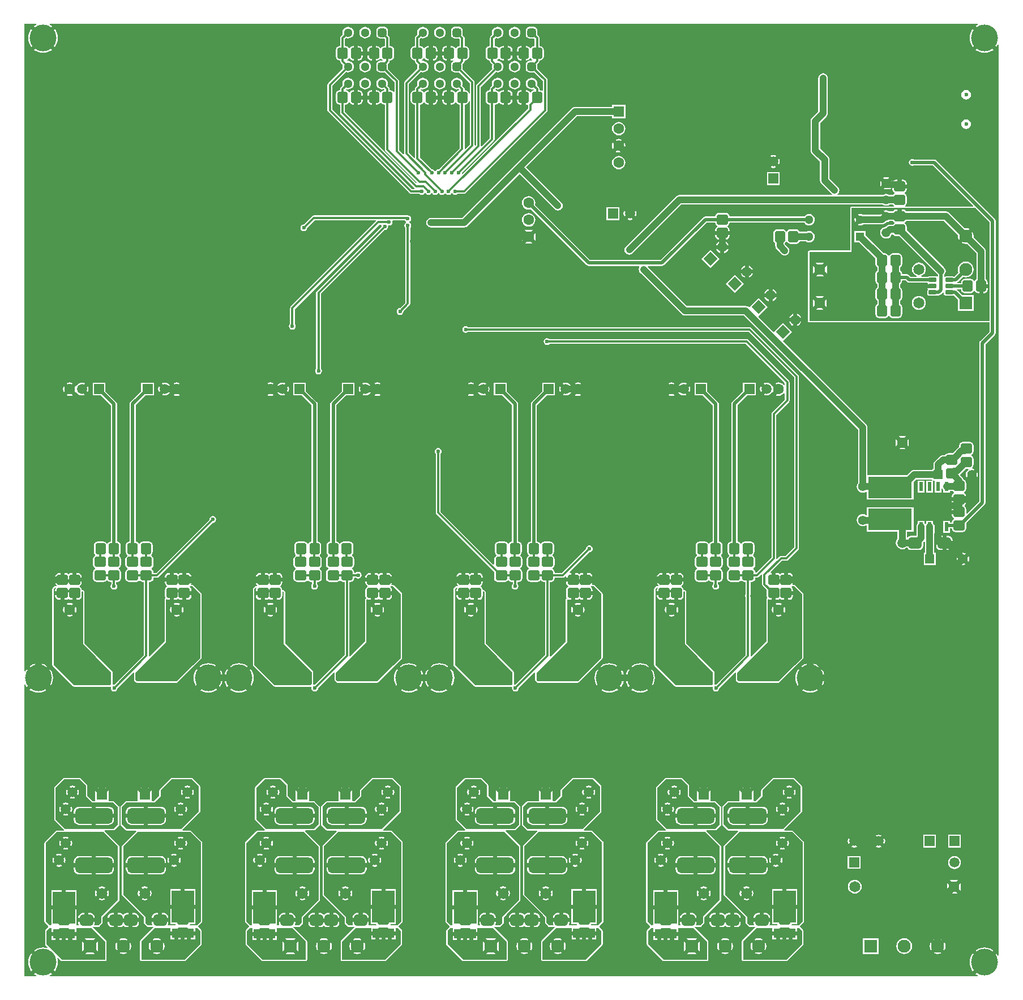
<source format=gbl>
G04*
G04 #@! TF.GenerationSoftware,Altium Limited,Altium Designer,20.1.14 (287)*
G04*
G04 Layer_Physical_Order=2*
G04 Layer_Color=13382400*
%FSLAX44Y44*%
%MOMM*%
G71*
G04*
G04 #@! TF.SameCoordinates,66B91B26-6BD7-4DB9-BD5C-0B8DAFF097A8*
G04*
G04*
G04 #@! TF.FilePolarity,Positive*
G04*
G01*
G75*
G04:AMPARAMS|DCode=25|XSize=2.02mm|YSize=1.68mm|CornerRadius=0.42mm|HoleSize=0mm|Usage=FLASHONLY|Rotation=180.000|XOffset=0mm|YOffset=0mm|HoleType=Round|Shape=RoundedRectangle|*
%AMROUNDEDRECTD25*
21,1,2.0200,0.8400,0,0,180.0*
21,1,1.1800,1.6800,0,0,180.0*
1,1,0.8400,-0.5900,0.4200*
1,1,0.8400,0.5900,0.4200*
1,1,0.8400,0.5900,-0.4200*
1,1,0.8400,-0.5900,-0.4200*
%
%ADD25ROUNDEDRECTD25*%
G04:AMPARAMS|DCode=29|XSize=1.6mm|YSize=1.75mm|CornerRadius=0.4mm|HoleSize=0mm|Usage=FLASHONLY|Rotation=270.000|XOffset=0mm|YOffset=0mm|HoleType=Round|Shape=RoundedRectangle|*
%AMROUNDEDRECTD29*
21,1,1.6000,0.9500,0,0,270.0*
21,1,0.8000,1.7500,0,0,270.0*
1,1,0.8000,-0.4750,-0.4000*
1,1,0.8000,-0.4750,0.4000*
1,1,0.8000,0.4750,0.4000*
1,1,0.8000,0.4750,-0.4000*
%
%ADD29ROUNDEDRECTD29*%
G04:AMPARAMS|DCode=32|XSize=1.6mm|YSize=1.75mm|CornerRadius=0.4mm|HoleSize=0mm|Usage=FLASHONLY|Rotation=0.000|XOffset=0mm|YOffset=0mm|HoleType=Round|Shape=RoundedRectangle|*
%AMROUNDEDRECTD32*
21,1,1.6000,0.9500,0,0,0.0*
21,1,0.8000,1.7500,0,0,0.0*
1,1,0.8000,0.4000,-0.4750*
1,1,0.8000,-0.4000,-0.4750*
1,1,0.8000,-0.4000,0.4750*
1,1,0.8000,0.4000,0.4750*
%
%ADD32ROUNDEDRECTD32*%
%ADD60C,1.4000*%
%ADD62R,1.4000X1.4000*%
%ADD68R,1.5000X1.5000*%
%ADD69C,1.5000*%
%ADD70C,1.6000*%
%ADD74R,1.6000X1.6000*%
%ADD82C,0.3000*%
%ADD83C,1.0000*%
%ADD86C,0.5000*%
%ADD90C,0.6000*%
%ADD91C,1.3000*%
G04:AMPARAMS|DCode=92|XSize=1.3mm|YSize=1.3mm|CornerRadius=0.325mm|HoleSize=0mm|Usage=FLASHONLY|Rotation=270.000|XOffset=0mm|YOffset=0mm|HoleType=Round|Shape=RoundedRectangle|*
%AMROUNDEDRECTD92*
21,1,1.3000,0.6500,0,0,270.0*
21,1,0.6500,1.3000,0,0,270.0*
1,1,0.6500,-0.3250,-0.3250*
1,1,0.6500,-0.3250,0.3250*
1,1,0.6500,0.3250,0.3250*
1,1,0.6500,0.3250,-0.3250*
%
%ADD92ROUNDEDRECTD92*%
%ADD93R,1.3000X1.3000*%
%ADD94C,1.3370*%
G04:AMPARAMS|DCode=95|XSize=1.337mm|YSize=1.337mm|CornerRadius=0.3343mm|HoleSize=0mm|Usage=FLASHONLY|Rotation=270.000|XOffset=0mm|YOffset=0mm|HoleType=Round|Shape=RoundedRectangle|*
%AMROUNDEDRECTD95*
21,1,1.3370,0.6685,0,0,270.0*
21,1,0.6685,1.3370,0,0,270.0*
1,1,0.6685,-0.3343,-0.3343*
1,1,0.6685,-0.3343,0.3343*
1,1,0.6685,0.3343,0.3343*
1,1,0.6685,0.3343,-0.3343*
%
%ADD95ROUNDEDRECTD95*%
%ADD96P,2.1213X4X270.0*%
%ADD97C,1.6500*%
%ADD98R,1.6500X1.6500*%
%ADD99R,1.5000X1.5000*%
%ADD100R,1.6500X1.6500*%
%ADD101C,1.5150*%
%ADD102C,1.9500*%
%ADD103R,1.9500X1.9500*%
%ADD104R,1.9500X1.9500*%
%ADD105C,4.0000*%
G04:AMPARAMS|DCode=106|XSize=1.25mm|YSize=0.6mm|CornerRadius=0.15mm|HoleSize=0mm|Usage=FLASHONLY|Rotation=0.000|XOffset=0mm|YOffset=0mm|HoleType=Round|Shape=RoundedRectangle|*
%AMROUNDEDRECTD106*
21,1,1.2500,0.3000,0,0,0.0*
21,1,0.9500,0.6000,0,0,0.0*
1,1,0.3000,0.4750,-0.1500*
1,1,0.3000,-0.4750,-0.1500*
1,1,0.3000,-0.4750,0.1500*
1,1,0.3000,0.4750,0.1500*
%
%ADD106ROUNDEDRECTD106*%
%ADD107R,0.6000X1.4000*%
%ADD108R,6.5500X3.2000*%
G04:AMPARAMS|DCode=109|XSize=5.6mm|YSize=2.3mm|CornerRadius=0.575mm|HoleSize=0mm|Usage=FLASHONLY|Rotation=180.000|XOffset=0mm|YOffset=0mm|HoleType=Round|Shape=RoundedRectangle|*
%AMROUNDEDRECTD109*
21,1,5.6000,1.1500,0,0,180.0*
21,1,4.4500,2.3000,0,0,180.0*
1,1,1.1500,-2.2250,0.5750*
1,1,1.1500,2.2250,0.5750*
1,1,1.1500,2.2250,-0.5750*
1,1,1.1500,-2.2250,-0.5750*
%
%ADD109ROUNDEDRECTD109*%
%ADD110R,3.3600X4.8600*%
%ADD111R,1.3900X1.4000*%
%ADD112C,0.6000*%
G36*
X1624096Y1597652D02*
X1621718Y1596381D01*
X1620699Y1595544D01*
X1636121Y1580121D01*
X1651544Y1564699D01*
X1652381Y1565718D01*
X1653652Y1568096D01*
X1654922Y1567778D01*
X1654922Y206222D01*
X1653652Y205904D01*
X1652381Y208282D01*
X1651544Y209301D01*
X1636121Y193879D01*
X1620699Y178456D01*
X1621718Y177619D01*
X1624096Y176348D01*
X1623778Y175078D01*
X236222D01*
X235904Y176348D01*
X238282Y177619D01*
X239301Y178456D01*
X226000Y191757D01*
X212699Y178456D01*
X213718Y177619D01*
X216096Y176348D01*
X215778Y175078D01*
X198078D01*
X198078Y610778D01*
X199348Y611096D01*
X200619Y608718D01*
X201456Y607699D01*
X214757Y621000D01*
X201456Y634301D01*
X200619Y633282D01*
X199348Y630904D01*
X198078Y631222D01*
X198078Y1598922D01*
X215778D01*
X216096Y1597652D01*
X213718Y1596381D01*
X212699Y1595544D01*
X226000Y1582243D01*
X239301Y1595544D01*
X238282Y1596381D01*
X235904Y1597652D01*
X236222Y1598922D01*
X1623778D01*
X1624096Y1597652D01*
D02*
G37*
%LPC*%
G36*
X931400Y1594573D02*
X929181Y1594281D01*
X927113Y1593425D01*
X925338Y1592062D01*
X923975Y1590287D01*
X923119Y1588219D01*
X922827Y1586000D01*
X923119Y1583781D01*
X923975Y1581713D01*
X925338Y1579938D01*
X927113Y1578575D01*
X929181Y1577719D01*
X931400Y1577427D01*
X933619Y1577719D01*
X935687Y1578575D01*
X937462Y1579938D01*
X938825Y1581713D01*
X939681Y1583781D01*
X939973Y1586000D01*
X939681Y1588219D01*
X938825Y1590287D01*
X937462Y1592062D01*
X935687Y1593425D01*
X933619Y1594281D01*
X931400Y1594573D01*
D02*
G37*
G36*
X960050Y1594603D02*
X953550D01*
X951502Y1594195D01*
X949765Y1593035D01*
X948605Y1591299D01*
X948197Y1589250D01*
Y1582750D01*
X948605Y1580702D01*
X949765Y1578965D01*
X951502Y1577805D01*
X953550Y1577397D01*
X960050D01*
X960305Y1577448D01*
X961231Y1576522D01*
Y1565868D01*
X960800D01*
X958459Y1565402D01*
X956474Y1564076D01*
X955533Y1562668D01*
X954066D01*
X953126Y1564076D01*
X951141Y1565402D01*
X948800Y1565868D01*
X947800D01*
Y1555000D01*
Y1544133D01*
X948800D01*
X951141Y1544598D01*
X953126Y1545924D01*
X954066Y1547332D01*
X955533D01*
X956474Y1545924D01*
X957748Y1545073D01*
X957363Y1543803D01*
X953550D01*
X951502Y1543395D01*
X949765Y1542235D01*
X948605Y1540499D01*
X948197Y1538450D01*
Y1531950D01*
X948605Y1529902D01*
X949765Y1528165D01*
X951502Y1527005D01*
X953550Y1526597D01*
X960050D01*
X960305Y1526648D01*
X973189Y1513764D01*
Y1499561D01*
X971919Y1498882D01*
X971141Y1499402D01*
X968800Y1499868D01*
X968369D01*
Y1501800D01*
X968097Y1503166D01*
X967323Y1504323D01*
X964784Y1506863D01*
X965081Y1507581D01*
X965373Y1509800D01*
X965081Y1512019D01*
X964225Y1514087D01*
X962862Y1515862D01*
X961087Y1517225D01*
X959019Y1518081D01*
X956800Y1518373D01*
X954581Y1518081D01*
X952513Y1517225D01*
X950738Y1515862D01*
X949375Y1514087D01*
X948519Y1512019D01*
X948227Y1509800D01*
X948519Y1507581D01*
X949375Y1505513D01*
X950738Y1503738D01*
X952513Y1502375D01*
X954581Y1501519D01*
X956800Y1501227D01*
X959019Y1501519D01*
X959428Y1501688D01*
X960281Y1500865D01*
X959930Y1499695D01*
X958459Y1499402D01*
X956474Y1498076D01*
X955533Y1496668D01*
X954066D01*
X953126Y1498076D01*
X951141Y1499402D01*
X948800Y1499868D01*
X947800D01*
Y1489000D01*
Y1478132D01*
X948800D01*
X950011Y1478373D01*
X950013Y1478373D01*
X951231Y1477321D01*
Y1472278D01*
X853505Y1374552D01*
X852335Y1375178D01*
X852598Y1376500D01*
X852589Y1376543D01*
X900323Y1424277D01*
X901097Y1425434D01*
X901369Y1426800D01*
Y1478132D01*
X902000D01*
X904341Y1478598D01*
X906326Y1479924D01*
X907266Y1481332D01*
X908734D01*
X909674Y1479924D01*
X911659Y1478598D01*
X914000Y1478132D01*
X915000D01*
Y1489000D01*
Y1499868D01*
X914000D01*
X911659Y1499402D01*
X909674Y1498076D01*
X908734Y1496668D01*
X907266D01*
X906326Y1498076D01*
X904341Y1499402D01*
X902870Y1499695D01*
X902519Y1500865D01*
X903372Y1501688D01*
X903781Y1501519D01*
X906000Y1501227D01*
X908219Y1501519D01*
X910287Y1502375D01*
X912062Y1503738D01*
X913425Y1505513D01*
X914281Y1507581D01*
X914573Y1509800D01*
X914281Y1512019D01*
X913425Y1514087D01*
X912062Y1515862D01*
X910287Y1517225D01*
X908219Y1518081D01*
X906000Y1518373D01*
X903781Y1518081D01*
X901713Y1517225D01*
X899938Y1515862D01*
X898575Y1514087D01*
X897719Y1512019D01*
X897427Y1509800D01*
X897719Y1507581D01*
X898016Y1506863D01*
X895277Y1504123D01*
X894503Y1502966D01*
X894231Y1501600D01*
Y1499868D01*
X894000D01*
X891659Y1499402D01*
X889674Y1498076D01*
X888348Y1496091D01*
X887883Y1493750D01*
Y1484250D01*
X888348Y1481909D01*
X889674Y1479924D01*
X891659Y1478598D01*
X894000Y1478132D01*
X894231D01*
Y1428278D01*
X881796Y1415843D01*
X881644Y1415862D01*
X880569Y1416411D01*
Y1504722D01*
X903063Y1527216D01*
X903781Y1526919D01*
X906000Y1526627D01*
X908219Y1526919D01*
X910287Y1527775D01*
X912062Y1529138D01*
X913425Y1530913D01*
X914281Y1532981D01*
X914573Y1535200D01*
X914281Y1537419D01*
X913425Y1539487D01*
X912062Y1541262D01*
X910287Y1542625D01*
X908219Y1543481D01*
X906000Y1543773D01*
X905244Y1543674D01*
X904784Y1544894D01*
X906326Y1545924D01*
X907266Y1547332D01*
X908734D01*
X909674Y1545924D01*
X911659Y1544598D01*
X914000Y1544133D01*
X915000D01*
Y1555000D01*
Y1565868D01*
X914000D01*
X911659Y1565402D01*
X909674Y1564076D01*
X908734Y1562668D01*
X907266D01*
X906326Y1564076D01*
X904341Y1565402D01*
X902000Y1565868D01*
X901369D01*
Y1576322D01*
X903063Y1578016D01*
X903781Y1577719D01*
X906000Y1577427D01*
X908219Y1577719D01*
X910287Y1578575D01*
X912062Y1579938D01*
X913425Y1581713D01*
X914281Y1583781D01*
X914573Y1586000D01*
X914281Y1588219D01*
X913425Y1590287D01*
X912062Y1592062D01*
X910287Y1593425D01*
X908219Y1594281D01*
X906000Y1594573D01*
X903781Y1594281D01*
X901713Y1593425D01*
X899938Y1592062D01*
X898575Y1590287D01*
X897719Y1588219D01*
X897427Y1586000D01*
X897719Y1583781D01*
X898016Y1583063D01*
X895277Y1580323D01*
X894503Y1579166D01*
X894231Y1577800D01*
Y1565868D01*
X894000D01*
X891659Y1565402D01*
X889674Y1564076D01*
X888348Y1562091D01*
X887883Y1559750D01*
Y1550250D01*
X888348Y1547909D01*
X889674Y1545924D01*
X891659Y1544598D01*
X894000Y1544133D01*
X894231D01*
Y1543400D01*
X894503Y1542034D01*
X895277Y1540877D01*
X898016Y1538137D01*
X897719Y1537419D01*
X897427Y1535200D01*
X897719Y1532981D01*
X898016Y1532263D01*
X874477Y1508723D01*
X873703Y1507566D01*
X873431Y1506200D01*
Y1417831D01*
X873276Y1417640D01*
X872798Y1417312D01*
X871569Y1417951D01*
Y1512000D01*
X871297Y1513366D01*
X870523Y1514523D01*
X853352Y1531695D01*
X853403Y1531950D01*
Y1538450D01*
X853352Y1538705D01*
X855323Y1540677D01*
X856097Y1541834D01*
X856368Y1543200D01*
Y1544133D01*
X857000D01*
X859341Y1544598D01*
X861326Y1545924D01*
X862652Y1547909D01*
X863118Y1550250D01*
Y1559750D01*
X862652Y1562091D01*
X861326Y1564076D01*
X859341Y1565402D01*
X857000Y1565868D01*
X856368D01*
Y1578000D01*
X856097Y1579366D01*
X855323Y1580523D01*
X853352Y1582495D01*
X853403Y1582750D01*
Y1589250D01*
X852995Y1591299D01*
X851835Y1593035D01*
X850098Y1594195D01*
X848050Y1594603D01*
X841550D01*
X839501Y1594195D01*
X837765Y1593035D01*
X836605Y1591299D01*
X836197Y1589250D01*
Y1582750D01*
X836605Y1580702D01*
X837765Y1578965D01*
X839501Y1577805D01*
X841550Y1577397D01*
X848050D01*
X848305Y1577448D01*
X849231Y1576522D01*
Y1565868D01*
X849000D01*
X846659Y1565402D01*
X844674Y1564076D01*
X843733Y1562668D01*
X842266D01*
X841326Y1564076D01*
X839341Y1565402D01*
X837000Y1565868D01*
X836000D01*
Y1555000D01*
Y1544133D01*
X837000D01*
X838145Y1544360D01*
X839125Y1544555D01*
X839501Y1543395D01*
X837765Y1542235D01*
X836605Y1540499D01*
X836197Y1538450D01*
Y1531950D01*
X836605Y1529902D01*
X837765Y1528165D01*
X839501Y1527005D01*
X841550Y1526597D01*
X848050D01*
X848305Y1526648D01*
X864431Y1510522D01*
Y1418478D01*
X857596Y1411643D01*
X857443Y1411662D01*
X856368Y1412211D01*
Y1478132D01*
X857000D01*
X859341Y1478598D01*
X861326Y1479924D01*
X862652Y1481909D01*
X863118Y1484250D01*
Y1493750D01*
X862652Y1496091D01*
X861326Y1498076D01*
X859341Y1499402D01*
X857000Y1499868D01*
X856368D01*
Y1501800D01*
X856097Y1503166D01*
X855323Y1504323D01*
X852784Y1506863D01*
X853081Y1507581D01*
X853373Y1509800D01*
X853081Y1512019D01*
X852225Y1514087D01*
X850862Y1515862D01*
X849087Y1517225D01*
X847019Y1518081D01*
X844800Y1518373D01*
X842581Y1518081D01*
X840513Y1517225D01*
X838738Y1515862D01*
X837375Y1514087D01*
X836519Y1512019D01*
X836227Y1509800D01*
X836519Y1507581D01*
X837375Y1505513D01*
X838738Y1503738D01*
X840513Y1502375D01*
X842581Y1501519D01*
X844800Y1501227D01*
X847019Y1501519D01*
X847520Y1501726D01*
X848427Y1500847D01*
X848074Y1499683D01*
X846659Y1499402D01*
X844674Y1498076D01*
X843733Y1496668D01*
X842266D01*
X841326Y1498076D01*
X839341Y1499402D01*
X837000Y1499868D01*
X836000D01*
Y1489000D01*
Y1478132D01*
X837000D01*
X839341Y1478598D01*
X841326Y1479924D01*
X842266Y1481332D01*
X843733D01*
X844674Y1479924D01*
X846659Y1478598D01*
X849000Y1478132D01*
X849231D01*
Y1413278D01*
X817543Y1381590D01*
X817500Y1381598D01*
X815549Y1381210D01*
X813895Y1380105D01*
X813264Y1379160D01*
X811736D01*
X811105Y1380105D01*
X809451Y1381210D01*
X807500Y1381598D01*
X807457Y1381590D01*
X789569Y1399478D01*
Y1478132D01*
X790000D01*
X792341Y1478598D01*
X794326Y1479924D01*
X795266Y1481332D01*
X796733D01*
X797674Y1479924D01*
X799659Y1478598D01*
X802000Y1478132D01*
X803000D01*
Y1489000D01*
Y1499868D01*
X802000D01*
X799659Y1499402D01*
X797674Y1498076D01*
X796733Y1496668D01*
X795266D01*
X794326Y1498076D01*
X792341Y1499402D01*
X790870Y1499695D01*
X790519Y1500865D01*
X791372Y1501688D01*
X791781Y1501519D01*
X794000Y1501227D01*
X796219Y1501519D01*
X798287Y1502375D01*
X800062Y1503738D01*
X801425Y1505513D01*
X802281Y1507581D01*
X802573Y1509800D01*
X802281Y1512019D01*
X801425Y1514087D01*
X800062Y1515862D01*
X798287Y1517225D01*
X796219Y1518081D01*
X794000Y1518373D01*
X791781Y1518081D01*
X789713Y1517225D01*
X787938Y1515862D01*
X786575Y1514087D01*
X785719Y1512019D01*
X785427Y1509800D01*
X785719Y1507581D01*
X786016Y1506863D01*
X783277Y1504123D01*
X782503Y1502966D01*
X782231Y1501600D01*
Y1499868D01*
X782000D01*
X779659Y1499402D01*
X777674Y1498076D01*
X776348Y1496091D01*
X775882Y1493750D01*
Y1484250D01*
X776348Y1481909D01*
X777674Y1479924D01*
X779659Y1478598D01*
X782000Y1478132D01*
X782431D01*
Y1398622D01*
X781161Y1398096D01*
X772933Y1406325D01*
Y1509086D01*
X791063Y1527216D01*
X791781Y1526919D01*
X794000Y1526627D01*
X796219Y1526919D01*
X798287Y1527775D01*
X800062Y1529138D01*
X801425Y1530913D01*
X802281Y1532981D01*
X802573Y1535200D01*
X802281Y1537419D01*
X801425Y1539487D01*
X800062Y1541262D01*
X798287Y1542625D01*
X796219Y1543481D01*
X794000Y1543773D01*
X793244Y1543674D01*
X792784Y1544894D01*
X794326Y1545924D01*
X795266Y1547332D01*
X796733D01*
X797674Y1545924D01*
X799659Y1544598D01*
X802000Y1544133D01*
X803000D01*
Y1555000D01*
Y1565868D01*
X802000D01*
X799659Y1565402D01*
X797674Y1564076D01*
X796733Y1562668D01*
X795266D01*
X794326Y1564076D01*
X792341Y1565402D01*
X790000Y1565868D01*
X789369D01*
Y1576322D01*
X791063Y1578016D01*
X791781Y1577719D01*
X794000Y1577427D01*
X796219Y1577719D01*
X798287Y1578575D01*
X800062Y1579938D01*
X801425Y1581713D01*
X802281Y1583781D01*
X802573Y1586000D01*
X802281Y1588219D01*
X801425Y1590287D01*
X800062Y1592062D01*
X798287Y1593425D01*
X796219Y1594281D01*
X794000Y1594573D01*
X791781Y1594281D01*
X789713Y1593425D01*
X787938Y1592062D01*
X786575Y1590287D01*
X785719Y1588219D01*
X785427Y1586000D01*
X785719Y1583781D01*
X786016Y1583063D01*
X783277Y1580323D01*
X782503Y1579166D01*
X782231Y1577800D01*
Y1565868D01*
X782000D01*
X779659Y1565402D01*
X777674Y1564076D01*
X776348Y1562091D01*
X775882Y1559750D01*
Y1550250D01*
X776348Y1547909D01*
X777674Y1545924D01*
X779659Y1544598D01*
X782000Y1544133D01*
X782231D01*
Y1543400D01*
X782503Y1542034D01*
X783277Y1540877D01*
X786016Y1538137D01*
X785719Y1537419D01*
X785427Y1535200D01*
X785719Y1532981D01*
X786016Y1532263D01*
X766841Y1513087D01*
X766067Y1511930D01*
X765795Y1510564D01*
Y1405047D01*
X765317Y1404700D01*
X764575Y1404472D01*
X758569Y1410478D01*
Y1513200D01*
X758297Y1514566D01*
X757523Y1515723D01*
X741552Y1531695D01*
X741603Y1531950D01*
Y1538450D01*
X741552Y1538705D01*
X743523Y1540677D01*
X744297Y1541834D01*
X744568Y1543200D01*
Y1544133D01*
X745000D01*
X747341Y1544598D01*
X749326Y1545924D01*
X750652Y1547909D01*
X751117Y1550250D01*
Y1559750D01*
X750652Y1562091D01*
X749326Y1564076D01*
X747341Y1565402D01*
X745000Y1565868D01*
X744568D01*
Y1578000D01*
X744297Y1579366D01*
X743523Y1580523D01*
X741552Y1582495D01*
X741603Y1582750D01*
Y1589250D01*
X741195Y1591299D01*
X740035Y1593035D01*
X738298Y1594195D01*
X736250Y1594603D01*
X729750D01*
X727701Y1594195D01*
X725965Y1593035D01*
X724805Y1591299D01*
X724397Y1589250D01*
Y1582750D01*
X724805Y1580702D01*
X725965Y1578965D01*
X727701Y1577805D01*
X729750Y1577397D01*
X736250D01*
X736505Y1577448D01*
X737431Y1576522D01*
Y1565868D01*
X737000D01*
X734659Y1565402D01*
X732674Y1564076D01*
X731733Y1562668D01*
X730266D01*
X729326Y1564076D01*
X727341Y1565402D01*
X725000Y1565868D01*
X724000D01*
Y1555000D01*
Y1544133D01*
X725000D01*
X727341Y1544598D01*
X729326Y1545924D01*
X730266Y1547332D01*
X731733D01*
X732674Y1545924D01*
X733948Y1545073D01*
X733563Y1543803D01*
X729750D01*
X727701Y1543395D01*
X725965Y1542235D01*
X724805Y1540499D01*
X724397Y1538450D01*
Y1531950D01*
X724805Y1529902D01*
X725965Y1528165D01*
X727701Y1527005D01*
X729750Y1526597D01*
X736250D01*
X736505Y1526648D01*
X751431Y1511722D01*
Y1497210D01*
X750161Y1496825D01*
X749326Y1498076D01*
X747341Y1499402D01*
X745000Y1499868D01*
X744568D01*
Y1501800D01*
X744297Y1503166D01*
X743523Y1504323D01*
X740984Y1506863D01*
X741281Y1507581D01*
X741573Y1509800D01*
X741281Y1512019D01*
X740425Y1514087D01*
X739062Y1515862D01*
X737287Y1517225D01*
X735219Y1518081D01*
X733000Y1518373D01*
X730781Y1518081D01*
X728713Y1517225D01*
X726938Y1515862D01*
X725575Y1514087D01*
X724719Y1512019D01*
X724427Y1509800D01*
X724719Y1507581D01*
X725575Y1505513D01*
X726938Y1503738D01*
X728713Y1502375D01*
X730781Y1501519D01*
X733000Y1501227D01*
X735219Y1501519D01*
X735628Y1501688D01*
X736481Y1500865D01*
X736130Y1499695D01*
X734659Y1499402D01*
X732674Y1498076D01*
X731733Y1496668D01*
X730266D01*
X729326Y1498076D01*
X727341Y1499402D01*
X725000Y1499868D01*
X724000D01*
Y1489000D01*
Y1478132D01*
X725000D01*
X727341Y1478598D01*
X729326Y1479924D01*
X730266Y1481332D01*
X731733D01*
X732674Y1479924D01*
X734659Y1478598D01*
X737000Y1478132D01*
X737431D01*
Y1411000D01*
X737703Y1409634D01*
X738477Y1408477D01*
X785098Y1361855D01*
X784683Y1360474D01*
X784591Y1360456D01*
X677569Y1467478D01*
Y1478132D01*
X678000D01*
X680341Y1478598D01*
X682326Y1479924D01*
X683267Y1481332D01*
X684734D01*
X685674Y1479924D01*
X687659Y1478598D01*
X690000Y1478132D01*
X691000D01*
Y1489000D01*
Y1499868D01*
X690000D01*
X687659Y1499402D01*
X685674Y1498076D01*
X684734Y1496668D01*
X683267D01*
X682326Y1498076D01*
X680341Y1499402D01*
X678926Y1499683D01*
X678573Y1500847D01*
X679480Y1501726D01*
X679981Y1501519D01*
X682200Y1501227D01*
X684419Y1501519D01*
X686487Y1502375D01*
X688262Y1503738D01*
X689625Y1505513D01*
X690481Y1507581D01*
X690773Y1509800D01*
X690481Y1512019D01*
X689625Y1514087D01*
X688262Y1515862D01*
X686487Y1517225D01*
X684419Y1518081D01*
X682200Y1518373D01*
X679981Y1518081D01*
X677913Y1517225D01*
X676138Y1515862D01*
X674775Y1514087D01*
X673919Y1512019D01*
X673627Y1509800D01*
X673919Y1507581D01*
X674216Y1506863D01*
X671477Y1504123D01*
X670703Y1502966D01*
X670431Y1501600D01*
Y1499868D01*
X670000D01*
X667659Y1499402D01*
X665674Y1498076D01*
X664348Y1496091D01*
X663882Y1493750D01*
Y1484250D01*
X664348Y1481909D01*
X665674Y1479924D01*
X667659Y1478598D01*
X670000Y1478132D01*
X670431D01*
Y1466000D01*
X670703Y1464635D01*
X671477Y1463477D01*
X781477Y1353477D01*
X781683Y1353339D01*
X781298Y1352069D01*
X777978D01*
X658569Y1471478D01*
Y1506522D01*
X679263Y1527216D01*
X679981Y1526919D01*
X682200Y1526627D01*
X684419Y1526919D01*
X686487Y1527775D01*
X688262Y1529138D01*
X689625Y1530913D01*
X690481Y1532981D01*
X690773Y1535200D01*
X690481Y1537419D01*
X689625Y1539487D01*
X688262Y1541262D01*
X686487Y1542625D01*
X684419Y1543481D01*
X682200Y1543773D01*
X681195Y1543641D01*
X680735Y1544861D01*
X682326Y1545924D01*
X683267Y1547332D01*
X684734D01*
X685674Y1545924D01*
X687659Y1544598D01*
X690000Y1544133D01*
X691000D01*
Y1555000D01*
Y1565868D01*
X690000D01*
X687659Y1565402D01*
X685674Y1564076D01*
X684734Y1562668D01*
X683267D01*
X682326Y1564076D01*
X680341Y1565402D01*
X678000Y1565868D01*
X677569D01*
Y1576322D01*
X679263Y1578016D01*
X679981Y1577719D01*
X682200Y1577427D01*
X684419Y1577719D01*
X686487Y1578575D01*
X688262Y1579938D01*
X689625Y1581713D01*
X690481Y1583781D01*
X690773Y1586000D01*
X690481Y1588219D01*
X689625Y1590287D01*
X688262Y1592062D01*
X686487Y1593425D01*
X684419Y1594281D01*
X682200Y1594573D01*
X679981Y1594281D01*
X677913Y1593425D01*
X676138Y1592062D01*
X674775Y1590287D01*
X673919Y1588219D01*
X673627Y1586000D01*
X673919Y1583781D01*
X674216Y1583063D01*
X671477Y1580323D01*
X670703Y1579166D01*
X670431Y1577800D01*
Y1565868D01*
X670000D01*
X667659Y1565402D01*
X665674Y1564076D01*
X664348Y1562091D01*
X663882Y1559750D01*
Y1550250D01*
X664348Y1547909D01*
X665674Y1545924D01*
X667659Y1544598D01*
X670000Y1544133D01*
X670431D01*
Y1543400D01*
X670703Y1542034D01*
X671477Y1540877D01*
X674216Y1538137D01*
X673919Y1537419D01*
X673627Y1535200D01*
X673919Y1532981D01*
X674216Y1532263D01*
X652477Y1510523D01*
X651703Y1509366D01*
X651431Y1508000D01*
Y1470000D01*
X651703Y1468634D01*
X652477Y1467477D01*
X773977Y1345977D01*
X775134Y1345203D01*
X776500Y1344931D01*
X788871D01*
X788895Y1344895D01*
X790549Y1343790D01*
X792500Y1343402D01*
X794451Y1343790D01*
X796105Y1344895D01*
X796736Y1345840D01*
X798264D01*
X798895Y1344895D01*
X800549Y1343790D01*
X802500Y1343402D01*
X804451Y1343790D01*
X806105Y1344895D01*
X806736Y1345840D01*
X808264D01*
X808895Y1344895D01*
X810549Y1343790D01*
X812500Y1343402D01*
X814451Y1343790D01*
X816105Y1344895D01*
X816736Y1345840D01*
X818264D01*
X818895Y1344895D01*
X820549Y1343790D01*
X822500Y1343402D01*
X824451Y1343790D01*
X826105Y1344895D01*
X826736Y1345840D01*
X828264D01*
X828895Y1344895D01*
X830549Y1343790D01*
X832500Y1343402D01*
X834451Y1343790D01*
X836105Y1344895D01*
X836736Y1345840D01*
X838264D01*
X838895Y1344895D01*
X840549Y1343790D01*
X842500Y1343402D01*
X844451Y1343790D01*
X846105Y1344895D01*
X846129Y1344931D01*
X855500D01*
X856866Y1345203D01*
X858023Y1345977D01*
X979281Y1467234D01*
X980054Y1468392D01*
X980326Y1469757D01*
Y1515243D01*
X980054Y1516608D01*
X979281Y1517766D01*
X965352Y1531695D01*
X965403Y1531950D01*
Y1538450D01*
X965352Y1538705D01*
X967323Y1540677D01*
X968097Y1541834D01*
X968369Y1543200D01*
Y1544133D01*
X968800D01*
X971141Y1544598D01*
X973126Y1545924D01*
X974452Y1547909D01*
X974918Y1550250D01*
Y1559750D01*
X974452Y1562091D01*
X973126Y1564076D01*
X971141Y1565402D01*
X968800Y1565868D01*
X968369D01*
Y1578000D01*
X968097Y1579366D01*
X967323Y1580523D01*
X965352Y1582495D01*
X965403Y1582750D01*
Y1589250D01*
X964995Y1591299D01*
X963835Y1593035D01*
X962098Y1594195D01*
X960050Y1594603D01*
D02*
G37*
G36*
X819400Y1594573D02*
X817181Y1594281D01*
X815113Y1593425D01*
X813338Y1592062D01*
X811975Y1590287D01*
X811119Y1588219D01*
X810827Y1586000D01*
X811119Y1583781D01*
X811975Y1581713D01*
X813338Y1579938D01*
X815113Y1578575D01*
X817181Y1577719D01*
X819400Y1577427D01*
X821619Y1577719D01*
X823687Y1578575D01*
X825462Y1579938D01*
X826825Y1581713D01*
X827681Y1583781D01*
X827973Y1586000D01*
X827681Y1588219D01*
X826825Y1590287D01*
X825462Y1592062D01*
X823687Y1593425D01*
X821619Y1594281D01*
X819400Y1594573D01*
D02*
G37*
G36*
X707600D02*
X705381Y1594281D01*
X703313Y1593425D01*
X701538Y1592062D01*
X700175Y1590287D01*
X699319Y1588219D01*
X699027Y1586000D01*
X699319Y1583781D01*
X700175Y1581713D01*
X701538Y1579938D01*
X703313Y1578575D01*
X705381Y1577719D01*
X707600Y1577427D01*
X709819Y1577719D01*
X711887Y1578575D01*
X713662Y1579938D01*
X715025Y1581713D01*
X715881Y1583781D01*
X716173Y1586000D01*
X715881Y1588219D01*
X715025Y1590287D01*
X713662Y1592062D01*
X711887Y1593425D01*
X709819Y1594281D01*
X707600Y1594573D01*
D02*
G37*
G36*
X208456Y1591301D02*
X207619Y1590282D01*
X205576Y1586460D01*
X204318Y1582313D01*
X203894Y1578000D01*
X204318Y1573687D01*
X205576Y1569540D01*
X207619Y1565718D01*
X208456Y1564699D01*
X221757Y1578000D01*
X208456Y1591301D01*
D02*
G37*
G36*
X243544Y1591301D02*
X230243Y1578000D01*
X243544Y1564699D01*
X244381Y1565718D01*
X246424Y1569540D01*
X247682Y1573687D01*
X248106Y1578000D01*
X247682Y1582313D01*
X246424Y1586460D01*
X244381Y1590282D01*
X243544Y1591301D01*
D02*
G37*
G36*
X1616456Y1591301D02*
X1615619Y1590282D01*
X1613576Y1586460D01*
X1612318Y1582313D01*
X1611894Y1578000D01*
X1612318Y1573687D01*
X1613576Y1569540D01*
X1615619Y1565718D01*
X1616456Y1564699D01*
X1629757Y1578000D01*
X1616456Y1591301D01*
D02*
G37*
G36*
X941800Y1565868D02*
X940800D01*
X938459Y1565402D01*
X936474Y1564076D01*
X935148Y1562091D01*
X934682Y1559750D01*
Y1558000D01*
X941800D01*
Y1565868D01*
D02*
G37*
G36*
X830000D02*
X829000D01*
X826659Y1565402D01*
X824674Y1564076D01*
X823348Y1562091D01*
X822882Y1559750D01*
Y1558000D01*
X830000D01*
Y1565868D01*
D02*
G37*
G36*
X718000D02*
X717000D01*
X714659Y1565402D01*
X712674Y1564076D01*
X711348Y1562091D01*
X710882Y1559750D01*
Y1558000D01*
X718000D01*
Y1565868D01*
D02*
G37*
G36*
X810000D02*
X809000D01*
Y1558000D01*
X816117D01*
Y1559750D01*
X815652Y1562091D01*
X814326Y1564076D01*
X812341Y1565402D01*
X810000Y1565868D01*
D02*
G37*
G36*
X698000D02*
X697000D01*
Y1558000D01*
X704118D01*
Y1559750D01*
X703652Y1562091D01*
X702326Y1564076D01*
X700341Y1565402D01*
X698000Y1565868D01*
D02*
G37*
G36*
X922000D02*
X921000D01*
Y1558000D01*
X928118D01*
Y1559750D01*
X927652Y1562091D01*
X926326Y1564076D01*
X924341Y1565402D01*
X922000Y1565868D01*
D02*
G37*
G36*
X1634000Y1573757D02*
X1620699Y1560456D01*
X1621718Y1559619D01*
X1625540Y1557576D01*
X1629687Y1556318D01*
X1634000Y1555894D01*
X1638313Y1556318D01*
X1642460Y1557576D01*
X1646282Y1559619D01*
X1647301Y1560456D01*
X1634000Y1573757D01*
D02*
G37*
G36*
X226000Y1573757D02*
X212699Y1560456D01*
X213718Y1559619D01*
X217540Y1557576D01*
X221687Y1556318D01*
X226000Y1555894D01*
X230313Y1556318D01*
X234460Y1557576D01*
X238282Y1559619D01*
X239301Y1560456D01*
X226000Y1573757D01*
D02*
G37*
G36*
X941800Y1552000D02*
X934682D01*
Y1550250D01*
X935148Y1547909D01*
X936474Y1545924D01*
X938459Y1544598D01*
X940800Y1544133D01*
X941800D01*
Y1552000D01*
D02*
G37*
G36*
X928118Y1552000D02*
X921000D01*
Y1544133D01*
X922000D01*
X924341Y1544598D01*
X926326Y1545924D01*
X927652Y1547909D01*
X928118Y1550250D01*
Y1552000D01*
D02*
G37*
G36*
X830000Y1552000D02*
X822882D01*
Y1550250D01*
X823348Y1547909D01*
X824674Y1545924D01*
X826659Y1544598D01*
X829000Y1544133D01*
X830000D01*
Y1552000D01*
D02*
G37*
G36*
X816117Y1552000D02*
X809000D01*
Y1544133D01*
X810000D01*
X812341Y1544598D01*
X814326Y1545924D01*
X815652Y1547909D01*
X816117Y1550250D01*
Y1552000D01*
D02*
G37*
G36*
X718000Y1552000D02*
X710882D01*
Y1550250D01*
X711348Y1547909D01*
X712674Y1545924D01*
X714659Y1544598D01*
X717000Y1544133D01*
X718000D01*
Y1552000D01*
D02*
G37*
G36*
X704118Y1552000D02*
X697000D01*
Y1544133D01*
X698000D01*
X700341Y1544598D01*
X702326Y1545924D01*
X703652Y1547909D01*
X704118Y1550250D01*
Y1552000D01*
D02*
G37*
G36*
X931400Y1543773D02*
X929181Y1543481D01*
X927113Y1542625D01*
X925338Y1541262D01*
X923975Y1539487D01*
X923119Y1537419D01*
X922827Y1535200D01*
X923119Y1532981D01*
X923975Y1530913D01*
X925338Y1529138D01*
X927113Y1527775D01*
X929181Y1526919D01*
X931400Y1526627D01*
X933619Y1526919D01*
X935687Y1527775D01*
X937462Y1529138D01*
X938825Y1530913D01*
X939681Y1532981D01*
X939973Y1535200D01*
X939681Y1537419D01*
X938825Y1539487D01*
X937462Y1541262D01*
X935687Y1542625D01*
X933619Y1543481D01*
X931400Y1543773D01*
D02*
G37*
G36*
X819400D02*
X817181Y1543481D01*
X815113Y1542625D01*
X813338Y1541262D01*
X811975Y1539487D01*
X811119Y1537419D01*
X810827Y1535200D01*
X811119Y1532981D01*
X811975Y1530913D01*
X813338Y1529138D01*
X815113Y1527775D01*
X817181Y1526919D01*
X819400Y1526627D01*
X821619Y1526919D01*
X823687Y1527775D01*
X825462Y1529138D01*
X826825Y1530913D01*
X827681Y1532981D01*
X827973Y1535200D01*
X827681Y1537419D01*
X826825Y1539487D01*
X825462Y1541262D01*
X823687Y1542625D01*
X821619Y1543481D01*
X819400Y1543773D01*
D02*
G37*
G36*
X707600D02*
X705381Y1543481D01*
X703313Y1542625D01*
X701538Y1541262D01*
X700175Y1539487D01*
X699319Y1537419D01*
X699027Y1535200D01*
X699319Y1532981D01*
X700175Y1530913D01*
X701538Y1529138D01*
X703313Y1527775D01*
X705381Y1526919D01*
X707600Y1526627D01*
X709819Y1526919D01*
X711887Y1527775D01*
X713662Y1529138D01*
X715025Y1530913D01*
X715881Y1532981D01*
X716173Y1535200D01*
X715881Y1537419D01*
X715025Y1539487D01*
X713662Y1541262D01*
X711887Y1542625D01*
X709819Y1543481D01*
X707600Y1543773D01*
D02*
G37*
G36*
X931400Y1518373D02*
X929181Y1518081D01*
X927113Y1517225D01*
X925338Y1515862D01*
X923975Y1514087D01*
X923119Y1512019D01*
X922827Y1509800D01*
X923119Y1507581D01*
X923975Y1505513D01*
X925338Y1503738D01*
X927113Y1502375D01*
X929181Y1501519D01*
X931400Y1501227D01*
X933619Y1501519D01*
X935687Y1502375D01*
X937462Y1503738D01*
X938825Y1505513D01*
X939681Y1507581D01*
X939973Y1509800D01*
X939681Y1512019D01*
X938825Y1514087D01*
X937462Y1515862D01*
X935687Y1517225D01*
X933619Y1518081D01*
X931400Y1518373D01*
D02*
G37*
G36*
X819400D02*
X817181Y1518081D01*
X815113Y1517225D01*
X813338Y1515862D01*
X811975Y1514087D01*
X811119Y1512019D01*
X810827Y1509800D01*
X811119Y1507581D01*
X811975Y1505513D01*
X813338Y1503738D01*
X815113Y1502375D01*
X817181Y1501519D01*
X819400Y1501227D01*
X821619Y1501519D01*
X823687Y1502375D01*
X825462Y1503738D01*
X826825Y1505513D01*
X827681Y1507581D01*
X827973Y1509800D01*
X827681Y1512019D01*
X826825Y1514087D01*
X825462Y1515862D01*
X823687Y1517225D01*
X821619Y1518081D01*
X819400Y1518373D01*
D02*
G37*
G36*
X707600D02*
X705381Y1518081D01*
X703313Y1517225D01*
X701538Y1515862D01*
X700175Y1514087D01*
X699319Y1512019D01*
X699027Y1509800D01*
X699319Y1507581D01*
X700175Y1505513D01*
X701538Y1503738D01*
X703313Y1502375D01*
X705381Y1501519D01*
X707600Y1501227D01*
X709819Y1501519D01*
X711887Y1502375D01*
X713662Y1503738D01*
X715025Y1505513D01*
X715881Y1507581D01*
X716173Y1509800D01*
X715881Y1512019D01*
X715025Y1514087D01*
X713662Y1515862D01*
X711887Y1517225D01*
X709819Y1518081D01*
X707600Y1518373D01*
D02*
G37*
G36*
X810000Y1499868D02*
X809000D01*
Y1492000D01*
X816117D01*
Y1493750D01*
X815652Y1496091D01*
X814326Y1498076D01*
X812341Y1499402D01*
X810000Y1499868D01*
D02*
G37*
G36*
X698000D02*
X697000D01*
Y1492000D01*
X704118D01*
Y1493750D01*
X703652Y1496091D01*
X702326Y1498076D01*
X700341Y1499402D01*
X698000Y1499868D01*
D02*
G37*
G36*
X922000D02*
X921000D01*
Y1492000D01*
X928118D01*
Y1493750D01*
X927652Y1496091D01*
X926326Y1498076D01*
X924341Y1499402D01*
X922000Y1499868D01*
D02*
G37*
G36*
X941800D02*
X940800D01*
X938459Y1499402D01*
X936474Y1498076D01*
X935148Y1496091D01*
X934682Y1493750D01*
Y1492000D01*
X941800D01*
Y1499868D01*
D02*
G37*
G36*
X830000D02*
X829000D01*
X826659Y1499402D01*
X824674Y1498076D01*
X823348Y1496091D01*
X822882Y1493750D01*
Y1492000D01*
X830000D01*
Y1499868D01*
D02*
G37*
G36*
X718000D02*
X717000D01*
X714659Y1499402D01*
X712674Y1498076D01*
X711348Y1496091D01*
X710882Y1493750D01*
Y1492000D01*
X718000D01*
Y1499868D01*
D02*
G37*
G36*
X1606500Y1500059D02*
X1604673Y1499819D01*
X1602970Y1499113D01*
X1601508Y1497991D01*
X1600385Y1496529D01*
X1599680Y1494826D01*
X1599440Y1492999D01*
X1599680Y1491172D01*
X1600385Y1489469D01*
X1601508Y1488007D01*
X1602970Y1486885D01*
X1604673Y1486179D01*
X1606500Y1485939D01*
X1608327Y1486179D01*
X1610030Y1486885D01*
X1611492Y1488007D01*
X1612614Y1489469D01*
X1613320Y1491172D01*
X1613560Y1492999D01*
X1613320Y1494826D01*
X1612614Y1496529D01*
X1611492Y1497991D01*
X1610030Y1499113D01*
X1608327Y1499819D01*
X1606500Y1500059D01*
D02*
G37*
G36*
X941800Y1486000D02*
X934682D01*
Y1484250D01*
X935148Y1481909D01*
X936474Y1479924D01*
X938459Y1478598D01*
X940800Y1478132D01*
X941800D01*
Y1486000D01*
D02*
G37*
G36*
X928118D02*
X921000D01*
Y1478132D01*
X922000D01*
X924341Y1478598D01*
X926326Y1479924D01*
X927652Y1481909D01*
X928118Y1484250D01*
Y1486000D01*
D02*
G37*
G36*
X830000D02*
X822882D01*
Y1484250D01*
X823348Y1481909D01*
X824674Y1479924D01*
X826659Y1478598D01*
X829000Y1478132D01*
X830000D01*
Y1486000D01*
D02*
G37*
G36*
X816117D02*
X809000D01*
Y1478132D01*
X810000D01*
X812341Y1478598D01*
X814326Y1479924D01*
X815652Y1481909D01*
X816117Y1484250D01*
Y1486000D01*
D02*
G37*
G36*
X718000D02*
X710882D01*
Y1484250D01*
X711348Y1481909D01*
X712674Y1479924D01*
X714659Y1478598D01*
X717000Y1478132D01*
X718000D01*
Y1486000D01*
D02*
G37*
G36*
X704118D02*
X697000D01*
Y1478132D01*
X698000D01*
X700341Y1478598D01*
X702326Y1479924D01*
X703652Y1481909D01*
X704118Y1484250D01*
Y1486000D01*
D02*
G37*
G36*
X1097000Y1477800D02*
X1077000D01*
Y1474860D01*
X1021800D01*
X1019973Y1474620D01*
X1018270Y1473914D01*
X1016808Y1472793D01*
X935508Y1391492D01*
X852694Y1308679D01*
X806382D01*
X804554Y1308438D01*
X802852Y1307733D01*
X801389Y1306611D01*
X800267Y1305148D01*
X799562Y1303446D01*
X799321Y1301618D01*
X799562Y1299791D01*
X800267Y1298088D01*
X801389Y1296626D01*
X802852Y1295504D01*
X804554Y1294798D01*
X806382Y1294558D01*
X855618D01*
X857446Y1294798D01*
X859148Y1295504D01*
X860611Y1296626D01*
X938500Y1374515D01*
X991008Y1322008D01*
X992470Y1320886D01*
X994173Y1320180D01*
X996000Y1319940D01*
X997827Y1320180D01*
X999530Y1320886D01*
X1000993Y1322008D01*
X1002114Y1323470D01*
X1002820Y1325173D01*
X1003060Y1327000D01*
X1002820Y1328827D01*
X1002114Y1330530D01*
X1000993Y1331992D01*
X948485Y1384500D01*
X1024725Y1460740D01*
X1077000D01*
Y1457800D01*
X1097000D01*
Y1477800D01*
D02*
G37*
G36*
X1606500Y1456060D02*
X1604673Y1455820D01*
X1602970Y1455114D01*
X1601508Y1453992D01*
X1600385Y1452530D01*
X1599680Y1450827D01*
X1599440Y1449000D01*
X1599680Y1447173D01*
X1600385Y1445470D01*
X1601508Y1444008D01*
X1602970Y1442886D01*
X1604673Y1442180D01*
X1606500Y1441940D01*
X1608327Y1442180D01*
X1610030Y1442886D01*
X1611492Y1444008D01*
X1612614Y1445470D01*
X1613320Y1447173D01*
X1613560Y1449000D01*
X1613320Y1450827D01*
X1612614Y1452530D01*
X1611492Y1453992D01*
X1610030Y1455114D01*
X1608327Y1455820D01*
X1606500Y1456060D01*
D02*
G37*
G36*
X1087000Y1452486D02*
X1084389Y1452143D01*
X1081957Y1451135D01*
X1079868Y1449532D01*
X1078265Y1447443D01*
X1077257Y1445011D01*
X1076914Y1442400D01*
X1077257Y1439789D01*
X1078265Y1437357D01*
X1079868Y1435268D01*
X1081957Y1433665D01*
X1084389Y1432657D01*
X1087000Y1432314D01*
X1089611Y1432657D01*
X1092043Y1433665D01*
X1094132Y1435268D01*
X1095735Y1437357D01*
X1096743Y1439789D01*
X1097086Y1442400D01*
X1096743Y1445011D01*
X1095735Y1447443D01*
X1094132Y1449532D01*
X1092043Y1451135D01*
X1089611Y1452143D01*
X1087000Y1452486D01*
D02*
G37*
G36*
Y1427086D02*
X1084389Y1426743D01*
X1082346Y1425896D01*
X1087000Y1421243D01*
X1091654Y1425896D01*
X1089611Y1426743D01*
X1087000Y1427086D01*
D02*
G37*
G36*
X1078104Y1421654D02*
X1077257Y1419610D01*
X1076914Y1417000D01*
X1077257Y1414389D01*
X1078104Y1412346D01*
X1082757Y1417000D01*
X1078104Y1421654D01*
D02*
G37*
G36*
X1095896Y1421654D02*
X1091243Y1417000D01*
X1095896Y1412346D01*
X1096743Y1414389D01*
X1097086Y1417000D01*
X1096743Y1419610D01*
X1095896Y1421654D01*
D02*
G37*
G36*
X1087000Y1412757D02*
X1082346Y1408104D01*
X1084389Y1407258D01*
X1087000Y1406914D01*
X1089611Y1407258D01*
X1091654Y1408104D01*
X1087000Y1412757D01*
D02*
G37*
G36*
X1318000Y1402682D02*
X1315520Y1402355D01*
X1313729Y1401614D01*
X1318000Y1397343D01*
X1322271Y1401614D01*
X1320480Y1402355D01*
X1318000Y1402682D01*
D02*
G37*
G36*
X1326514Y1397371D02*
X1322243Y1393100D01*
X1326514Y1388829D01*
X1327255Y1390620D01*
X1327582Y1393100D01*
X1327255Y1395580D01*
X1326514Y1397371D01*
D02*
G37*
G36*
X1309486D02*
X1308745Y1395580D01*
X1308418Y1393100D01*
X1308745Y1390620D01*
X1309486Y1388829D01*
X1313757Y1393100D01*
X1309486Y1397371D01*
D02*
G37*
G36*
X1318000Y1388858D02*
X1313729Y1384586D01*
X1315520Y1383845D01*
X1318000Y1383518D01*
X1320480Y1383845D01*
X1322271Y1384586D01*
X1318000Y1388858D01*
D02*
G37*
G36*
X1087000Y1401686D02*
X1084389Y1401343D01*
X1081957Y1400335D01*
X1079868Y1398732D01*
X1078265Y1396643D01*
X1077257Y1394211D01*
X1076914Y1391600D01*
X1077257Y1388990D01*
X1078265Y1386557D01*
X1079868Y1384468D01*
X1081957Y1382865D01*
X1084389Y1381857D01*
X1087000Y1381514D01*
X1089611Y1381857D01*
X1092043Y1382865D01*
X1094132Y1384468D01*
X1095735Y1386557D01*
X1096743Y1388990D01*
X1097086Y1391600D01*
X1096743Y1394211D01*
X1095735Y1396643D01*
X1094132Y1398732D01*
X1092043Y1400335D01*
X1089611Y1401343D01*
X1087000Y1401686D01*
D02*
G37*
G36*
X1490343Y1369290D02*
X1483658D01*
X1482653Y1369090D01*
X1487000Y1364743D01*
X1491347Y1369090D01*
X1490343Y1369290D01*
D02*
G37*
G36*
X1511750Y1366118D02*
X1510000D01*
Y1359000D01*
X1517868D01*
Y1360000D01*
X1517402Y1362341D01*
X1516076Y1364326D01*
X1514091Y1365652D01*
X1511750Y1366118D01*
D02*
G37*
G36*
X1327500Y1377200D02*
X1308500D01*
Y1358200D01*
X1327500D01*
Y1377200D01*
D02*
G37*
G36*
X1478410Y1364847D02*
X1478210Y1363843D01*
Y1357157D01*
X1478410Y1356153D01*
X1482758Y1360500D01*
X1478410Y1364847D01*
D02*
G37*
G36*
X1103700Y1324741D02*
X1101220Y1324414D01*
X1099429Y1323672D01*
X1103700Y1319402D01*
X1107971Y1323672D01*
X1106180Y1324414D01*
X1103700Y1324741D01*
D02*
G37*
G36*
X771500Y1312598D02*
X770676Y1312434D01*
X770000Y1312569D01*
X631000D01*
X629634Y1312297D01*
X628477Y1311523D01*
X616043Y1299090D01*
X616000Y1299098D01*
X614049Y1298710D01*
X612395Y1297605D01*
X611290Y1295951D01*
X610902Y1294000D01*
X611290Y1292049D01*
X612395Y1290395D01*
X614049Y1289290D01*
X616000Y1288902D01*
X617951Y1289290D01*
X619605Y1290395D01*
X620710Y1292049D01*
X621098Y1294000D01*
X621090Y1294043D01*
X632478Y1305432D01*
X723589D01*
X724115Y1304162D01*
X596349Y1176396D01*
X595576Y1175238D01*
X595304Y1173873D01*
Y1150629D01*
X595268Y1150605D01*
X594163Y1148951D01*
X593775Y1147000D01*
X594163Y1145049D01*
X595268Y1143395D01*
X596922Y1142290D01*
X598873Y1141902D01*
X600824Y1142290D01*
X602477Y1143395D01*
X603582Y1145049D01*
X603970Y1147000D01*
X603582Y1148951D01*
X602477Y1150605D01*
X602441Y1150629D01*
Y1172394D01*
X728978Y1298931D01*
X731534D01*
X732233Y1297661D01*
X731902Y1296000D01*
X731911Y1295957D01*
X635477Y1199523D01*
X634703Y1198366D01*
X634431Y1197000D01*
Y1083629D01*
X634395Y1083605D01*
X633290Y1081951D01*
X632902Y1080000D01*
X633290Y1078049D01*
X634395Y1076395D01*
X636049Y1075290D01*
X638000Y1074902D01*
X639951Y1075290D01*
X641605Y1076395D01*
X642710Y1078049D01*
X643098Y1080000D01*
X642710Y1081951D01*
X641605Y1083605D01*
X641569Y1083629D01*
Y1195522D01*
X736957Y1290911D01*
X737000Y1290902D01*
X738951Y1291290D01*
X740605Y1292395D01*
X741710Y1294049D01*
X742098Y1296000D01*
X741973Y1296629D01*
X742871Y1297527D01*
X743500Y1297402D01*
X745451Y1297790D01*
X747105Y1298895D01*
X748210Y1300549D01*
X748598Y1302500D01*
X748268Y1304162D01*
X748966Y1305432D01*
X766869D01*
X767895Y1303895D01*
X768840Y1303264D01*
Y1301736D01*
X767895Y1301105D01*
X766790Y1299451D01*
X766402Y1297500D01*
X766790Y1295549D01*
X767895Y1293895D01*
X767931Y1293871D01*
Y1181978D01*
X760043Y1174090D01*
X760000Y1174098D01*
X758049Y1173710D01*
X756395Y1172605D01*
X755290Y1170951D01*
X754902Y1169000D01*
X755290Y1167049D01*
X756395Y1165395D01*
X758049Y1164290D01*
X760000Y1163902D01*
X761951Y1164290D01*
X763605Y1165395D01*
X764710Y1167049D01*
X765098Y1169000D01*
X765089Y1169043D01*
X774023Y1177977D01*
X774797Y1179134D01*
X775069Y1180500D01*
Y1293871D01*
X775105Y1293895D01*
X776210Y1295549D01*
X776598Y1297500D01*
X776210Y1299451D01*
X775105Y1301105D01*
X774160Y1301736D01*
Y1303264D01*
X775105Y1303895D01*
X776210Y1305549D01*
X776598Y1307500D01*
X776210Y1309451D01*
X775105Y1311105D01*
X773451Y1312210D01*
X771500Y1312598D01*
D02*
G37*
G36*
X1095186Y1319430D02*
X1094445Y1317639D01*
X1094118Y1315159D01*
X1094445Y1312679D01*
X1095186Y1310888D01*
X1099457Y1315159D01*
X1095186Y1319430D01*
D02*
G37*
G36*
X1112214Y1319430D02*
X1107943Y1315159D01*
X1112214Y1310888D01*
X1112955Y1312679D01*
X1113282Y1315159D01*
X1112955Y1317639D01*
X1112214Y1319430D01*
D02*
G37*
G36*
X1087800Y1324659D02*
X1068800D01*
Y1305659D01*
X1087800D01*
Y1324659D01*
D02*
G37*
G36*
X1103700Y1310916D02*
X1099429Y1306645D01*
X1101220Y1305903D01*
X1103700Y1305577D01*
X1106180Y1305903D01*
X1107971Y1306645D01*
X1103700Y1310916D01*
D02*
G37*
G36*
X952344Y1341431D02*
X949734Y1341087D01*
X947301Y1340079D01*
X945212Y1338476D01*
X943609Y1336387D01*
X942602Y1333955D01*
X942258Y1331344D01*
X942602Y1328734D01*
X943609Y1326301D01*
X945212Y1324212D01*
X947301Y1322609D01*
X949734Y1321602D01*
X952344Y1321258D01*
X954955Y1321602D01*
X955410Y1321790D01*
X1038944Y1238256D01*
X1040433Y1237261D01*
X1042188Y1236912D01*
X1117510D01*
X1118072Y1235773D01*
X1117886Y1235530D01*
X1117180Y1233827D01*
X1116940Y1232000D01*
X1117180Y1230173D01*
X1117886Y1228470D01*
X1119008Y1227008D01*
X1180794Y1165221D01*
X1182257Y1164099D01*
X1183960Y1163393D01*
X1185787Y1163153D01*
X1274093D01*
X1444940Y992306D01*
Y912583D01*
X1444138Y911539D01*
X1443232Y909350D01*
X1442922Y907000D01*
X1443232Y904650D01*
X1444138Y902461D01*
X1445581Y900581D01*
X1447461Y899139D01*
X1449651Y898232D01*
X1452000Y897922D01*
X1454350Y898232D01*
X1456539Y899139D01*
X1456980Y899477D01*
X1458250Y898851D01*
Y888000D01*
X1527750D01*
Y914015D01*
X1531674Y917940D01*
X1555102D01*
X1555378Y917663D01*
X1555749Y917059D01*
X1555448Y916000D01*
X1554730Y916000D01*
X1547000D01*
Y898000D01*
X1557000D01*
X1557000Y914171D01*
X1557000Y916000D01*
X1557270Y916000D01*
X1558270Y916000D01*
X1559700Y916000D01*
X1559700Y914730D01*
Y898000D01*
X1569700D01*
Y903979D01*
X1570970Y904232D01*
X1571286Y903470D01*
X1572400Y902017D01*
Y898000D01*
X1582400D01*
Y900440D01*
X1586413D01*
X1586924Y899674D01*
X1588332Y898734D01*
Y897266D01*
X1586924Y896326D01*
X1585598Y894341D01*
X1585132Y892000D01*
Y891000D01*
X1596000D01*
X1606868D01*
Y892000D01*
X1606402Y894341D01*
X1605076Y896326D01*
X1603668Y897266D01*
Y898734D01*
X1605076Y899674D01*
X1606402Y901659D01*
X1606868Y904000D01*
Y912000D01*
X1606402Y914341D01*
X1605076Y916326D01*
X1603091Y917652D01*
X1602836Y917703D01*
X1602820Y917827D01*
X1602114Y919530D01*
X1600992Y920993D01*
X1597279Y924706D01*
X1597299Y925007D01*
X1606174Y933883D01*
X1609738D01*
X1610137Y932613D01*
X1608581Y931419D01*
X1607139Y929539D01*
X1606232Y927349D01*
X1605922Y925000D01*
X1606232Y922651D01*
X1606869Y921112D01*
X1612879Y927121D01*
X1618888Y933131D01*
X1617350Y933768D01*
X1615812Y933971D01*
X1615504Y935292D01*
X1616076Y935674D01*
X1617402Y937659D01*
X1617867Y940000D01*
Y948000D01*
X1617402Y950341D01*
X1616076Y952326D01*
X1614668Y953267D01*
Y954734D01*
X1616076Y955674D01*
X1617402Y957659D01*
X1617867Y960000D01*
Y968000D01*
X1617402Y970341D01*
X1616076Y972326D01*
X1614091Y973652D01*
X1611750Y974118D01*
X1602250D01*
X1599909Y973652D01*
X1597924Y972326D01*
X1596598Y970341D01*
X1596132Y968000D01*
Y967091D01*
X1594701Y965993D01*
X1586257Y957549D01*
X1586072Y957307D01*
X1585883Y957117D01*
X1580250D01*
X1577909Y956652D01*
X1575924Y955326D01*
X1575079Y954060D01*
X1572000D01*
X1570173Y953820D01*
X1568470Y953114D01*
X1567008Y951992D01*
X1560007Y944992D01*
X1558885Y943530D01*
X1558180Y941827D01*
X1557940Y940000D01*
Y934000D01*
X1556000D01*
Y932060D01*
X1528750D01*
X1526923Y931820D01*
X1525220Y931115D01*
X1523757Y929993D01*
X1517765Y924000D01*
X1459060D01*
Y995230D01*
X1458820Y997058D01*
X1458114Y998761D01*
X1456992Y1000223D01*
X1333178Y1124037D01*
X1332848Y1125171D01*
X1333345Y1125667D01*
X1346283Y1138606D01*
X1332848Y1152041D01*
X1319910Y1139102D01*
X1319413Y1138606D01*
X1318280Y1138935D01*
X1296409Y1160807D01*
X1296079Y1161940D01*
X1296575Y1162437D01*
X1309514Y1175375D01*
X1296079Y1188810D01*
X1283039Y1175770D01*
X1282408Y1175424D01*
X1281474Y1175617D01*
X1280547Y1176328D01*
X1278845Y1177033D01*
X1277017Y1177274D01*
X1188711D01*
X1130246Y1235739D01*
X1130732Y1236912D01*
X1151500D01*
X1153256Y1237261D01*
X1154744Y1238256D01*
X1218300Y1301812D01*
X1231164D01*
X1231512Y1300059D01*
X1232839Y1298074D01*
X1234246Y1297133D01*
Y1295667D01*
X1232839Y1294726D01*
X1231512Y1292741D01*
X1231047Y1290400D01*
Y1289400D01*
X1241914D01*
X1252782D01*
Y1290400D01*
X1252316Y1292741D01*
X1250990Y1294726D01*
X1249582Y1295667D01*
Y1297133D01*
X1250990Y1298074D01*
X1252316Y1300059D01*
X1252665Y1301812D01*
X1364607D01*
X1365738Y1300338D01*
X1367513Y1298975D01*
X1369581Y1298119D01*
X1371800Y1297827D01*
X1374019Y1298119D01*
X1376087Y1298975D01*
X1377862Y1300338D01*
X1379225Y1302113D01*
X1380081Y1304181D01*
X1380373Y1306400D01*
X1380081Y1308619D01*
X1379225Y1310687D01*
X1377862Y1312462D01*
X1376087Y1313825D01*
X1374019Y1314681D01*
X1371800Y1314973D01*
X1369581Y1314681D01*
X1367513Y1313825D01*
X1365738Y1312462D01*
X1364607Y1310988D01*
X1252665D01*
X1252316Y1312741D01*
X1250990Y1314726D01*
X1249005Y1316052D01*
X1246664Y1316518D01*
X1237164D01*
X1234823Y1316052D01*
X1232839Y1314726D01*
X1231512Y1312741D01*
X1231164Y1310988D01*
X1216400D01*
X1214644Y1310639D01*
X1213156Y1309644D01*
X1149600Y1246088D01*
X1044089D01*
X961898Y1328279D01*
X962087Y1328734D01*
X962431Y1331344D01*
X962087Y1333955D01*
X961079Y1336387D01*
X959476Y1338476D01*
X957387Y1340079D01*
X954955Y1341087D01*
X952344Y1341431D01*
D02*
G37*
G36*
Y1316031D02*
X949734Y1315687D01*
X947301Y1314679D01*
X945212Y1313076D01*
X943609Y1310987D01*
X942602Y1308555D01*
X942258Y1305944D01*
X942602Y1303334D01*
X943609Y1300901D01*
X945212Y1298812D01*
X947301Y1297209D01*
X949734Y1296202D01*
X952344Y1295858D01*
X954955Y1296202D01*
X957387Y1297209D01*
X959476Y1298812D01*
X961079Y1300901D01*
X962087Y1303334D01*
X962431Y1305944D01*
X962087Y1308555D01*
X961079Y1310987D01*
X959476Y1313076D01*
X957387Y1314679D01*
X954955Y1315687D01*
X952344Y1316031D01*
D02*
G37*
G36*
X958102Y1290544D02*
X946587D01*
X952344Y1284787D01*
X958102Y1290544D01*
D02*
G37*
G36*
X942344Y1286302D02*
Y1274787D01*
X948102Y1280544D01*
X942344Y1286302D01*
D02*
G37*
G36*
X962344Y1286302D02*
X956587Y1280544D01*
X962344Y1274787D01*
Y1286302D01*
D02*
G37*
G36*
X1332000Y1291868D02*
X1324000D01*
X1321659Y1291402D01*
X1319674Y1290076D01*
X1318348Y1288091D01*
X1317883Y1285750D01*
Y1276250D01*
X1318348Y1273909D01*
X1319674Y1271924D01*
X1320940Y1271079D01*
Y1266999D01*
X1321180Y1265172D01*
X1321886Y1263469D01*
X1323008Y1262007D01*
X1330007Y1255007D01*
X1331469Y1253885D01*
X1333172Y1253180D01*
X1335000Y1252939D01*
X1336827Y1253180D01*
X1338530Y1253885D01*
X1339992Y1255007D01*
X1341114Y1256469D01*
X1341819Y1258172D01*
X1342060Y1260000D01*
X1341819Y1261827D01*
X1341114Y1263530D01*
X1339992Y1264992D01*
X1335095Y1269889D01*
X1335167Y1271150D01*
X1336326Y1271924D01*
X1337267Y1273332D01*
X1338734D01*
X1339674Y1271924D01*
X1341659Y1270598D01*
X1344000Y1270133D01*
X1352000D01*
X1354341Y1270598D01*
X1356326Y1271924D01*
X1357652Y1273909D01*
X1357658Y1273940D01*
X1367039D01*
X1367513Y1273575D01*
X1369581Y1272719D01*
X1371800Y1272427D01*
X1374019Y1272719D01*
X1376087Y1273575D01*
X1377862Y1274938D01*
X1379225Y1276713D01*
X1380081Y1278781D01*
X1380373Y1281000D01*
X1380081Y1283219D01*
X1379225Y1285287D01*
X1377862Y1287062D01*
X1376087Y1288425D01*
X1374019Y1289281D01*
X1371800Y1289573D01*
X1369581Y1289281D01*
X1367513Y1288425D01*
X1367039Y1288060D01*
X1357658D01*
X1357652Y1288091D01*
X1356326Y1290076D01*
X1354341Y1291402D01*
X1352000Y1291868D01*
X1344000D01*
X1341659Y1291402D01*
X1339674Y1290076D01*
X1338734Y1288668D01*
X1337267D01*
X1336326Y1290076D01*
X1334341Y1291402D01*
X1332000Y1291868D01*
D02*
G37*
G36*
X952344Y1276302D02*
X946587Y1270544D01*
X958102D01*
X952344Y1276302D01*
D02*
G37*
G36*
X1252782Y1283400D02*
X1241914D01*
X1231047D01*
Y1282400D01*
X1231512Y1280059D01*
X1232839Y1278074D01*
X1234823Y1276748D01*
X1237164Y1276283D01*
X1241604D01*
X1241687Y1275013D01*
X1240936Y1274914D01*
X1239434Y1274716D01*
X1237123Y1273759D01*
X1235139Y1272236D01*
X1233616Y1270251D01*
X1232874Y1268460D01*
X1241914Y1268460D01*
X1250954Y1268460D01*
X1250212Y1270251D01*
X1248690Y1272236D01*
X1246705Y1273759D01*
X1244394Y1274716D01*
X1242893Y1274914D01*
X1242142Y1275013D01*
X1242225Y1276283D01*
X1246664D01*
X1249005Y1276748D01*
X1250990Y1278074D01*
X1252316Y1280059D01*
X1252782Y1282400D01*
Y1283400D01*
D02*
G37*
G36*
X1244914Y1262461D02*
Y1256421D01*
X1246705Y1257162D01*
X1248690Y1258685D01*
X1250212Y1260669D01*
X1250954Y1262460D01*
X1244914Y1262461D01*
D02*
G37*
G36*
X1238914D02*
X1232874Y1262460D01*
X1233616Y1260669D01*
X1235139Y1258685D01*
X1237123Y1257162D01*
X1238914Y1256420D01*
Y1262461D01*
D02*
G37*
G36*
X1223954Y1260935D02*
X1210519Y1247500D01*
X1223954Y1234065D01*
X1237389Y1247500D01*
X1223954Y1260935D01*
D02*
G37*
G36*
X1275684Y1237731D02*
X1273893Y1236989D01*
X1271908Y1235466D01*
X1270386Y1233482D01*
X1269644Y1231691D01*
X1275684Y1231691D01*
Y1237731D01*
D02*
G37*
G36*
X1281684Y1237731D02*
Y1231691D01*
X1287724Y1231691D01*
X1286982Y1233482D01*
X1285459Y1235466D01*
X1283475Y1236989D01*
X1281684Y1237731D01*
D02*
G37*
G36*
X1275684Y1225691D02*
X1269644Y1225691D01*
X1270386Y1223900D01*
X1271908Y1221916D01*
X1273893Y1220393D01*
X1275684Y1219651D01*
Y1225691D01*
D02*
G37*
G36*
X1281684D02*
Y1219651D01*
X1283475Y1220393D01*
X1285459Y1221916D01*
X1286982Y1223900D01*
X1287724Y1225691D01*
X1281684Y1225691D01*
D02*
G37*
G36*
X1260723Y1224165D02*
X1247288Y1210730D01*
X1260723Y1197295D01*
X1274158Y1210730D01*
X1260723Y1224165D01*
D02*
G37*
G36*
X1311039Y1202376D02*
X1309248Y1201634D01*
X1307264Y1200111D01*
X1305741Y1198127D01*
X1304999Y1196336D01*
X1311039D01*
Y1202376D01*
D02*
G37*
G36*
X1317039D02*
Y1196336D01*
X1323079D01*
X1322337Y1198127D01*
X1320815Y1200111D01*
X1318830Y1201634D01*
X1317039Y1202376D01*
D02*
G37*
G36*
X1311039Y1190336D02*
X1304999D01*
X1305741Y1188545D01*
X1307264Y1186560D01*
X1309248Y1185037D01*
X1311039Y1184296D01*
Y1190336D01*
D02*
G37*
G36*
X1317039D02*
Y1184296D01*
X1318830Y1185037D01*
X1320815Y1186560D01*
X1322337Y1188545D01*
X1323079Y1190336D01*
X1317039D01*
D02*
G37*
G36*
X1347809Y1165606D02*
X1346018Y1164864D01*
X1344033Y1163342D01*
X1342511Y1161357D01*
X1341769Y1159566D01*
X1347809D01*
Y1165606D01*
D02*
G37*
G36*
X1353809D02*
Y1159566D01*
X1359849D01*
X1359107Y1161357D01*
X1357584Y1163342D01*
X1355600Y1164864D01*
X1353809Y1165606D01*
D02*
G37*
G36*
X1347809Y1153566D02*
X1341769D01*
X1342511Y1151775D01*
X1344033Y1149791D01*
X1346018Y1148268D01*
X1347809Y1147526D01*
Y1153566D01*
D02*
G37*
G36*
X1353809D02*
Y1147526D01*
X1355600Y1148268D01*
X1357584Y1149791D01*
X1359107Y1151775D01*
X1359849Y1153566D01*
X1353809D01*
D02*
G37*
G36*
X1026000Y1063086D02*
X1023390Y1062743D01*
X1021346Y1061896D01*
X1026000Y1057243D01*
X1030654Y1061896D01*
X1028611Y1062743D01*
X1026000Y1063086D01*
D02*
G37*
G36*
X726000D02*
X723390Y1062743D01*
X721346Y1061896D01*
X726000Y1057243D01*
X730654Y1061896D01*
X728611Y1062743D01*
X726000Y1063086D01*
D02*
G37*
G36*
X566000D02*
X563390Y1062743D01*
X561346Y1061896D01*
X566000Y1057243D01*
X570654Y1061896D01*
X568610Y1062743D01*
X566000Y1063086D01*
D02*
G37*
G36*
X426000D02*
X423390Y1062743D01*
X421346Y1061896D01*
X426000Y1057243D01*
X430654Y1061896D01*
X428610Y1062743D01*
X426000Y1063086D01*
D02*
G37*
G36*
X266000D02*
X263389Y1062743D01*
X261346Y1061896D01*
X266000Y1057243D01*
X270654Y1061896D01*
X268610Y1062743D01*
X266000Y1063086D01*
D02*
G37*
G36*
X1166000D02*
X1163390Y1062743D01*
X1161346Y1061896D01*
X1166000Y1057243D01*
X1170654Y1061896D01*
X1168611Y1062743D01*
X1166000Y1063086D01*
D02*
G37*
G36*
X866000D02*
X863390Y1062743D01*
X861346Y1061896D01*
X866000Y1057243D01*
X870654Y1061896D01*
X868611Y1062743D01*
X866000Y1063086D01*
D02*
G37*
G36*
X699186Y1057271D02*
X698445Y1055480D01*
X698118Y1053000D01*
X698445Y1050520D01*
X699186Y1048729D01*
X703457Y1053000D01*
X699186Y1057271D01*
D02*
G37*
G36*
X399186Y1057271D02*
X398445Y1055480D01*
X398118Y1053000D01*
X398445Y1050520D01*
X399186Y1048729D01*
X403457Y1053000D01*
X399186Y1057271D01*
D02*
G37*
G36*
X999186Y1057271D02*
X998445Y1055480D01*
X998118Y1053000D01*
X998445Y1050520D01*
X999186Y1048729D01*
X1003457Y1053000D01*
X999186Y1057271D01*
D02*
G37*
G36*
X1299186Y1057271D02*
X1298445Y1055480D01*
X1298118Y1053000D01*
X1298445Y1050520D01*
X1299186Y1048729D01*
X1303457Y1053000D01*
X1299186Y1057271D01*
D02*
G37*
G36*
X892814Y1057271D02*
X888543Y1053000D01*
X892814Y1048729D01*
X893556Y1050520D01*
X893882Y1053000D01*
X893556Y1055480D01*
X892814Y1057271D01*
D02*
G37*
G36*
X592814D02*
X588543Y1053000D01*
X592814Y1048729D01*
X593555Y1050520D01*
X593882Y1053000D01*
X593555Y1055480D01*
X592814Y1057271D01*
D02*
G37*
G36*
X1192814Y1057271D02*
X1188543Y1053000D01*
X1192814Y1048729D01*
X1193555Y1050520D01*
X1193882Y1053000D01*
X1193555Y1055480D01*
X1192814Y1057271D01*
D02*
G37*
G36*
X292814D02*
X288543Y1053000D01*
X292814Y1048729D01*
X293556Y1050520D01*
X293882Y1053000D01*
X293556Y1055480D01*
X292814Y1057271D01*
D02*
G37*
G36*
X1034896Y1057654D02*
X1030243Y1053000D01*
X1034896Y1048346D01*
X1035743Y1050389D01*
X1036086Y1053000D01*
X1035743Y1055611D01*
X1034896Y1057654D01*
D02*
G37*
G36*
X734896D02*
X730243Y1053000D01*
X734896Y1048346D01*
X735743Y1050389D01*
X736086Y1053000D01*
X735743Y1055611D01*
X734896Y1057654D01*
D02*
G37*
G36*
X434896D02*
X430243Y1053000D01*
X434896Y1048346D01*
X435743Y1050389D01*
X436086Y1053000D01*
X435743Y1055611D01*
X434896Y1057654D01*
D02*
G37*
G36*
X257104Y1057654D02*
X256257Y1055611D01*
X255914Y1053000D01*
X256257Y1050389D01*
X257104Y1048346D01*
X261757Y1053000D01*
X257104Y1057654D01*
D02*
G37*
G36*
X1157104D02*
X1156257Y1055611D01*
X1155914Y1053000D01*
X1156257Y1050389D01*
X1157104Y1048346D01*
X1161757Y1053000D01*
X1157104Y1057654D01*
D02*
G37*
G36*
X557104D02*
X556258Y1055611D01*
X555914Y1053000D01*
X556258Y1050389D01*
X557104Y1048346D01*
X561757Y1053000D01*
X557104Y1057654D01*
D02*
G37*
G36*
X857104Y1057654D02*
X856257Y1055611D01*
X855914Y1053000D01*
X856257Y1050389D01*
X857104Y1048346D01*
X861757Y1053000D01*
X857104Y1057654D01*
D02*
G37*
G36*
X1007700Y1062582D02*
X1005220Y1062255D01*
X1003429Y1061514D01*
X1009821Y1055121D01*
X1007700Y1053000D01*
X1009821Y1050879D01*
X1003429Y1044486D01*
X1005220Y1043745D01*
X1007700Y1043418D01*
X1010180Y1043745D01*
X1012491Y1044702D01*
X1014475Y1046225D01*
X1015860Y1048029D01*
X1016865Y1048107D01*
X1021758Y1053000D01*
X1016864Y1057893D01*
X1015860Y1057971D01*
X1014475Y1059775D01*
X1012491Y1061298D01*
X1010180Y1062255D01*
X1007700Y1062582D01*
D02*
G37*
G36*
X707700D02*
X705220Y1062255D01*
X703429Y1061514D01*
X709821Y1055121D01*
X707700Y1053000D01*
X709821Y1050879D01*
X703429Y1044486D01*
X705220Y1043745D01*
X707700Y1043418D01*
X710180Y1043745D01*
X712491Y1044702D01*
X714475Y1046225D01*
X715860Y1048029D01*
X716865Y1048107D01*
X721758Y1053000D01*
X716864Y1057893D01*
X715860Y1057971D01*
X714475Y1059775D01*
X712491Y1061298D01*
X710180Y1062255D01*
X707700Y1062582D01*
D02*
G37*
G36*
X1307700Y1062582D02*
X1305220Y1062255D01*
X1303429Y1061514D01*
X1309821Y1055121D01*
X1307700Y1053000D01*
X1309821Y1050879D01*
X1303429Y1044486D01*
X1305220Y1043745D01*
X1307700Y1043418D01*
X1310180Y1043745D01*
X1312491Y1044702D01*
X1314475Y1046225D01*
X1315860Y1048029D01*
X1316864Y1048107D01*
X1321757Y1053000D01*
X1316864Y1057893D01*
X1315860Y1057971D01*
X1314475Y1059775D01*
X1312491Y1061298D01*
X1310180Y1062255D01*
X1307700Y1062582D01*
D02*
G37*
G36*
X407700D02*
X405220Y1062255D01*
X403429Y1061514D01*
X409821Y1055121D01*
X407700Y1053000D01*
X409821Y1050879D01*
X403429Y1044486D01*
X405220Y1043745D01*
X407700Y1043418D01*
X410180Y1043745D01*
X412491Y1044702D01*
X414475Y1046225D01*
X415860Y1048029D01*
X416865Y1048107D01*
X421757Y1053000D01*
X416864Y1057893D01*
X415860Y1057971D01*
X414475Y1059775D01*
X412491Y1061298D01*
X410180Y1062255D01*
X407700Y1062582D01*
D02*
G37*
G36*
X884300Y1062582D02*
X881820Y1062255D01*
X879509Y1061298D01*
X877525Y1059775D01*
X876140Y1057971D01*
X875136Y1057893D01*
X870243Y1053000D01*
X875136Y1048107D01*
X876140Y1048029D01*
X877525Y1046225D01*
X879509Y1044702D01*
X881820Y1043745D01*
X884300Y1043418D01*
X886780Y1043745D01*
X888571Y1044486D01*
X882179Y1050879D01*
X884300Y1053000D01*
X882179Y1055121D01*
X888571Y1061514D01*
X886780Y1062255D01*
X884300Y1062582D01*
D02*
G37*
G36*
X584300D02*
X581820Y1062255D01*
X579509Y1061298D01*
X577525Y1059775D01*
X576140Y1057971D01*
X575136Y1057893D01*
X570243Y1053000D01*
X575136Y1048107D01*
X576140Y1048029D01*
X577525Y1046225D01*
X579509Y1044702D01*
X581820Y1043745D01*
X584300Y1043418D01*
X586780Y1043745D01*
X588571Y1044486D01*
X582179Y1050879D01*
X584300Y1053000D01*
X582179Y1055121D01*
X588571Y1061514D01*
X586780Y1062255D01*
X584300Y1062582D01*
D02*
G37*
G36*
X1184300Y1062582D02*
X1181820Y1062255D01*
X1179509Y1061298D01*
X1177524Y1059775D01*
X1176140Y1057971D01*
X1175136Y1057893D01*
X1170243Y1053000D01*
X1175136Y1048107D01*
X1176140Y1048029D01*
X1177524Y1046225D01*
X1179509Y1044702D01*
X1181820Y1043745D01*
X1184300Y1043418D01*
X1186780Y1043745D01*
X1188571Y1044486D01*
X1182179Y1050879D01*
X1184300Y1053000D01*
X1182179Y1055121D01*
X1188571Y1061514D01*
X1186780Y1062255D01*
X1184300Y1062582D01*
D02*
G37*
G36*
X284300D02*
X281820Y1062255D01*
X279509Y1061298D01*
X277525Y1059775D01*
X276140Y1057971D01*
X275136Y1057893D01*
X270243Y1053000D01*
X275136Y1048107D01*
X276140Y1048029D01*
X277525Y1046225D01*
X279509Y1044702D01*
X281820Y1043745D01*
X284300Y1043418D01*
X286780Y1043745D01*
X288571Y1044486D01*
X282179Y1050879D01*
X284300Y1053000D01*
X282179Y1055121D01*
X288571Y1061514D01*
X286780Y1062255D01*
X284300Y1062582D01*
D02*
G37*
G36*
X1166000Y1048757D02*
X1161346Y1044104D01*
X1163390Y1043257D01*
X1166000Y1042914D01*
X1168611Y1043257D01*
X1170654Y1044104D01*
X1166000Y1048757D01*
D02*
G37*
G36*
X1026000Y1048757D02*
X1021346Y1044104D01*
X1023390Y1043257D01*
X1026000Y1042914D01*
X1028611Y1043257D01*
X1030654Y1044104D01*
X1026000Y1048757D01*
D02*
G37*
G36*
X866000Y1048757D02*
X861346Y1044104D01*
X863390Y1043257D01*
X866000Y1042914D01*
X868611Y1043257D01*
X870654Y1044104D01*
X866000Y1048757D01*
D02*
G37*
G36*
X726000Y1048757D02*
X721346Y1044104D01*
X723390Y1043257D01*
X726000Y1042914D01*
X728611Y1043257D01*
X730654Y1044104D01*
X726000Y1048757D01*
D02*
G37*
G36*
X566000Y1048757D02*
X561346Y1044104D01*
X563390Y1043257D01*
X566000Y1042914D01*
X568610Y1043257D01*
X570654Y1044104D01*
X566000Y1048757D01*
D02*
G37*
G36*
X426000D02*
X421346Y1044104D01*
X423390Y1043257D01*
X426000Y1042914D01*
X428610Y1043257D01*
X430654Y1044104D01*
X426000Y1048757D01*
D02*
G37*
G36*
X266000D02*
X261346Y1044104D01*
X263389Y1043257D01*
X266000Y1042914D01*
X268610Y1043257D01*
X270654Y1044104D01*
X266000Y1048757D01*
D02*
G37*
G36*
X1516257Y982500D02*
X1505743D01*
X1511000Y977243D01*
X1516257Y982500D01*
D02*
G37*
G36*
X1520500Y978257D02*
X1515243Y973000D01*
X1520500Y967743D01*
Y978257D01*
D02*
G37*
G36*
X1501500Y978257D02*
Y967742D01*
X1506757Y973000D01*
X1501500Y978257D01*
D02*
G37*
G36*
X1511000Y968757D02*
X1505743Y963500D01*
X1516257D01*
X1511000Y968757D01*
D02*
G37*
G36*
X1623131Y928888D02*
X1619243Y925000D01*
X1623131Y921112D01*
X1623768Y922651D01*
X1624078Y925000D01*
X1623768Y927349D01*
X1623131Y928888D01*
D02*
G37*
G36*
X1615000Y920757D02*
X1611112Y916869D01*
X1612650Y916232D01*
X1615000Y915922D01*
X1617350Y916232D01*
X1618888Y916869D01*
X1615000Y920757D01*
D02*
G37*
G36*
X1544300Y916000D02*
X1534300D01*
Y898000D01*
X1544300D01*
Y916000D01*
D02*
G37*
G36*
X1392427Y1525060D02*
X1390599Y1524820D01*
X1388896Y1524115D01*
X1387434Y1522993D01*
X1386312Y1521530D01*
X1385607Y1519827D01*
X1385366Y1518000D01*
Y1468138D01*
X1376008Y1458779D01*
X1374886Y1457317D01*
X1374180Y1455614D01*
X1373940Y1453787D01*
Y1409857D01*
X1374180Y1408030D01*
X1374886Y1406327D01*
X1376008Y1404865D01*
X1387940Y1392932D01*
Y1364999D01*
X1388180Y1363172D01*
X1388886Y1361469D01*
X1390008Y1360007D01*
X1405007Y1345007D01*
X1405889Y1344330D01*
X1405458Y1343060D01*
X1177751D01*
X1175923Y1342820D01*
X1174221Y1342115D01*
X1172758Y1340992D01*
X1097758Y1265993D01*
X1096636Y1264530D01*
X1095931Y1262827D01*
X1095690Y1261000D01*
X1095931Y1259173D01*
X1096636Y1257470D01*
X1097758Y1256008D01*
X1099221Y1254886D01*
X1100923Y1254180D01*
X1102751Y1253940D01*
X1104578Y1254180D01*
X1106281Y1254886D01*
X1107743Y1256008D01*
X1180675Y1328940D01*
X1481935D01*
X1482620Y1328414D01*
X1484733Y1327539D01*
X1487000Y1327240D01*
X1489267Y1327539D01*
X1491380Y1328414D01*
X1492065Y1328940D01*
X1497079D01*
X1497924Y1327674D01*
X1498845Y1327059D01*
X1498459Y1325789D01*
X1435000D01*
X1434220Y1325634D01*
X1433558Y1325192D01*
X1433116Y1324530D01*
X1432961Y1323750D01*
Y1260039D01*
X1372000Y1260039D01*
X1371220Y1259884D01*
X1370558Y1259442D01*
X1370116Y1258780D01*
X1369961Y1258000D01*
X1369961Y1154750D01*
X1370116Y1153970D01*
X1370558Y1153308D01*
X1371220Y1152866D01*
X1372000Y1152711D01*
X1641412Y1152711D01*
Y1138901D01*
X1627756Y1125244D01*
X1626761Y1123756D01*
X1626412Y1122000D01*
Y885130D01*
X1608041Y866759D01*
X1606868Y867245D01*
Y873000D01*
X1606402Y875341D01*
X1605076Y877326D01*
X1604269Y877865D01*
Y879135D01*
X1605076Y879674D01*
X1606402Y881659D01*
X1606868Y884000D01*
Y885000D01*
X1596000D01*
X1585132D01*
Y884000D01*
X1585598Y881659D01*
X1586924Y879674D01*
X1587731Y879135D01*
Y877865D01*
X1586924Y877326D01*
X1585598Y875341D01*
X1585132Y873000D01*
Y872000D01*
X1596000D01*
Y866000D01*
X1585132D01*
Y865000D01*
X1585598Y862659D01*
X1586924Y860674D01*
X1588332Y859734D01*
Y858267D01*
X1586924Y857326D01*
X1585598Y855341D01*
X1585249Y853588D01*
X1582400D01*
Y856000D01*
X1572400D01*
Y838000D01*
X1582400D01*
Y844412D01*
X1585249D01*
X1585598Y842659D01*
X1586924Y840674D01*
X1588909Y839348D01*
X1591250Y838883D01*
X1600750D01*
X1603091Y839348D01*
X1605076Y840674D01*
X1606402Y842659D01*
X1606868Y845000D01*
Y852608D01*
X1634244Y879985D01*
X1635239Y881473D01*
X1635588Y883229D01*
Y1120100D01*
X1649244Y1133756D01*
X1650239Y1135244D01*
X1650588Y1137000D01*
Y1304687D01*
X1650239Y1306443D01*
X1649244Y1307931D01*
X1582338Y1374838D01*
X1582338Y1374838D01*
X1562181Y1394994D01*
X1560693Y1395989D01*
X1558937Y1396338D01*
X1528133D01*
X1527951Y1396460D01*
X1526000Y1396848D01*
X1524049Y1396460D01*
X1522395Y1395355D01*
X1521290Y1393701D01*
X1520902Y1391750D01*
X1521290Y1389799D01*
X1522395Y1388145D01*
X1524049Y1387040D01*
X1526000Y1386652D01*
X1527951Y1387040D01*
X1528133Y1387162D01*
X1557037D01*
X1575849Y1368349D01*
X1575849Y1368349D01*
X1617236Y1326962D01*
X1616750Y1325789D01*
X1515540D01*
X1515155Y1327059D01*
X1516076Y1327674D01*
X1517402Y1329659D01*
X1517868Y1332000D01*
Y1340000D01*
X1517402Y1342341D01*
X1516076Y1344326D01*
X1514668Y1345267D01*
Y1346734D01*
X1516076Y1347674D01*
X1517402Y1349659D01*
X1517868Y1352000D01*
Y1353000D01*
X1507000D01*
Y1356000D01*
X1504000D01*
Y1366118D01*
X1502250D01*
X1499909Y1365652D01*
X1497924Y1364326D01*
X1497060Y1363032D01*
X1495790Y1363417D01*
Y1363843D01*
X1495590Y1364847D01*
X1489121Y1358379D01*
X1482653Y1351910D01*
X1483658Y1351710D01*
X1490343D01*
X1492427Y1352125D01*
X1494194Y1353306D01*
X1494863Y1354306D01*
X1496133Y1353921D01*
Y1352000D01*
X1496598Y1349659D01*
X1497924Y1347674D01*
X1499332Y1346734D01*
Y1345267D01*
X1497924Y1344326D01*
X1497079Y1343060D01*
X1492065D01*
X1491380Y1343586D01*
X1489267Y1344462D01*
X1487000Y1344760D01*
X1484733Y1344462D01*
X1482620Y1343586D01*
X1481935Y1343060D01*
X1414541D01*
X1414110Y1344330D01*
X1414992Y1345007D01*
X1416114Y1346469D01*
X1416819Y1348172D01*
X1417060Y1350000D01*
X1416819Y1351827D01*
X1416114Y1353530D01*
X1414992Y1354992D01*
X1402060Y1367924D01*
Y1395857D01*
X1401820Y1397684D01*
X1401115Y1399387D01*
X1399993Y1400849D01*
X1388060Y1412782D01*
Y1450862D01*
X1397419Y1460221D01*
X1398541Y1461683D01*
X1399247Y1463386D01*
X1399487Y1465213D01*
Y1518000D01*
X1399247Y1519827D01*
X1398541Y1521530D01*
X1397419Y1522993D01*
X1395957Y1524115D01*
X1394254Y1524820D01*
X1392427Y1525060D01*
D02*
G37*
G36*
X1527750Y876000D02*
X1458250D01*
Y865149D01*
X1456980Y864523D01*
X1456539Y864862D01*
X1454350Y865768D01*
X1452000Y866078D01*
X1449651Y865768D01*
X1447461Y864862D01*
X1445581Y863419D01*
X1444138Y861539D01*
X1443232Y859350D01*
X1442922Y857000D01*
X1443232Y854650D01*
X1444138Y852461D01*
X1445581Y850581D01*
X1447461Y849139D01*
X1449651Y848232D01*
X1452000Y847922D01*
X1454350Y848232D01*
X1456539Y849139D01*
X1456980Y849477D01*
X1458250Y848851D01*
Y840000D01*
X1503940D01*
Y829404D01*
X1502702Y827791D01*
X1501745Y825480D01*
X1501418Y823000D01*
X1501745Y820520D01*
X1502702Y818209D01*
X1504225Y816225D01*
X1506209Y814702D01*
X1508520Y813745D01*
X1511000Y813418D01*
X1513480Y813745D01*
X1515791Y814702D01*
X1517364Y815909D01*
X1518662Y815779D01*
X1519630Y814330D01*
X1521681Y812960D01*
X1524100Y812479D01*
X1535900D01*
X1538319Y812960D01*
X1540370Y814330D01*
X1541740Y816381D01*
X1542222Y818800D01*
Y823537D01*
X1543670Y824985D01*
X1544940Y824459D01*
Y808000D01*
X1543000D01*
Y790000D01*
X1561000D01*
Y808000D01*
X1559060D01*
Y836995D01*
X1559700Y838000D01*
X1560330Y838000D01*
X1561700D01*
Y847000D01*
Y856000D01*
X1559700D01*
Y850021D01*
X1558430Y849768D01*
X1558114Y850530D01*
X1557000Y851983D01*
Y856000D01*
X1547000D01*
Y852285D01*
X1546068Y851285D01*
X1544808Y851320D01*
X1544300Y851983D01*
Y856000D01*
X1534300D01*
Y851983D01*
X1533186Y850530D01*
X1532480Y848827D01*
X1532240Y847000D01*
Y833524D01*
X1532237Y833521D01*
X1524100D01*
X1521681Y833040D01*
X1519630Y831670D01*
X1519330Y831221D01*
X1518060Y831607D01*
Y840000D01*
X1527750D01*
Y876000D01*
D02*
G37*
G36*
X391800Y1062500D02*
X372800D01*
Y1049989D01*
X356756Y1033944D01*
X355761Y1032456D01*
X355412Y1030700D01*
Y825152D01*
X353659Y824803D01*
X351674Y823477D01*
X350348Y821492D01*
X349882Y819151D01*
Y809651D01*
X350348Y807310D01*
X351674Y805326D01*
X352101Y805041D01*
Y803513D01*
X350924Y802727D01*
X349598Y800742D01*
X349132Y798401D01*
Y790401D01*
X349598Y788060D01*
X350924Y786076D01*
X352332Y785135D01*
Y783668D01*
X350924Y782727D01*
X349598Y780742D01*
X349132Y778401D01*
Y770401D01*
X349598Y768060D01*
X350924Y766076D01*
X352909Y764750D01*
X355250Y764284D01*
X364750D01*
X367091Y764750D01*
X369076Y766076D01*
X369615Y766883D01*
X370885D01*
X371425Y766076D01*
X373410Y764750D01*
X375751Y764284D01*
X376932D01*
Y655461D01*
X332443Y610972D01*
X332400Y610980D01*
X330976Y610697D01*
X330899Y610734D01*
X329985Y611680D01*
X329979Y611695D01*
X330039Y612000D01*
X330039Y629956D01*
X330039Y629956D01*
X329884Y630736D01*
X329442Y631398D01*
X306420Y654420D01*
X288039Y672800D01*
Y749500D01*
X288039Y749500D01*
X287884Y750280D01*
X287442Y750942D01*
X287442Y750942D01*
X286483Y751901D01*
X285821Y752343D01*
X285300Y752447D01*
X285041Y752498D01*
X285041D01*
X283940Y752850D01*
X283588Y753406D01*
X283402Y754341D01*
X282076Y756326D01*
X280668Y757266D01*
Y758734D01*
X282076Y759674D01*
X283402Y761659D01*
X283868Y764000D01*
Y765000D01*
X273000D01*
Y768000D01*
X270000D01*
Y778118D01*
X268250D01*
X265909Y777652D01*
X264000Y776376D01*
X262091Y777652D01*
X259750Y778118D01*
X258000D01*
Y768000D01*
X255000D01*
Y765000D01*
X244132D01*
Y764000D01*
X244598Y761659D01*
X245924Y759674D01*
X246280Y759437D01*
X246173Y757981D01*
X246062Y757929D01*
X245834Y758116D01*
X245570Y758258D01*
X245320Y758424D01*
X245221Y758444D01*
X245132Y758491D01*
X244834Y758521D01*
X244540Y758579D01*
X244441Y758559D01*
X244340Y758569D01*
X244053Y758483D01*
X243760Y758424D01*
X243676Y758368D01*
X243579Y758338D01*
X243347Y758148D01*
X243098Y757982D01*
X240558Y755442D01*
X240116Y754780D01*
X239961Y754000D01*
Y671617D01*
X239961Y640687D01*
X239961Y640687D01*
X240116Y639907D01*
X240558Y639245D01*
X240558Y639245D01*
X271245Y608558D01*
X271907Y608116D01*
X272687Y607961D01*
X326000Y607961D01*
X326438Y608048D01*
X327294Y607432D01*
X327544Y607099D01*
X327302Y605882D01*
X327690Y603932D01*
X328795Y602278D01*
X330449Y601173D01*
X332400Y600785D01*
X334351Y601173D01*
X336005Y602278D01*
X337110Y603932D01*
X337498Y605882D01*
X337490Y605925D01*
X360731Y629167D01*
X360925Y629141D01*
X361961Y628601D01*
Y618172D01*
X361961Y618172D01*
X362116Y617391D01*
X362558Y616730D01*
X364763Y614525D01*
X365425Y614083D01*
X366205Y613927D01*
X425700Y613927D01*
X426480Y614083D01*
X427141Y614525D01*
X451442Y638825D01*
X462442Y649825D01*
X462884Y650487D01*
X463039Y651267D01*
Y746500D01*
X462884Y747280D01*
X462442Y747942D01*
X462442Y747942D01*
X450942Y759442D01*
X450280Y759884D01*
X449500Y760039D01*
X447667D01*
X447068Y761159D01*
X447402Y761659D01*
X447868Y764000D01*
Y765000D01*
X437000D01*
Y768000D01*
X434000D01*
Y778118D01*
X432250D01*
X429909Y777652D01*
X428000Y776376D01*
X426091Y777652D01*
X423750Y778118D01*
X422000D01*
Y768000D01*
X419000D01*
Y765000D01*
X408133D01*
Y764000D01*
X408598Y761659D01*
X409924Y759674D01*
X411332Y758734D01*
Y757266D01*
X409924Y756326D01*
X408598Y754341D01*
X408133Y752000D01*
Y744000D01*
X408598Y741659D01*
X409085Y740930D01*
X408404Y739664D01*
X408386Y739653D01*
X408330Y739569D01*
X408252Y739504D01*
X408111Y739240D01*
X407944Y738991D01*
X407925Y738892D01*
X407877Y738803D01*
X407848Y738504D01*
X407789Y738211D01*
Y675673D01*
X385182Y653065D01*
X384011Y653691D01*
X384069Y653983D01*
Y764284D01*
X385251D01*
X387592Y764750D01*
X389576Y766076D01*
X390902Y768060D01*
X391368Y770401D01*
Y770833D01*
X396401D01*
X397767Y771105D01*
X398925Y771878D01*
X479836Y852789D01*
X479879Y852781D01*
X481830Y853169D01*
X483484Y854274D01*
X484589Y855928D01*
X484977Y857879D01*
X484589Y859830D01*
X483484Y861484D01*
X481830Y862589D01*
X479879Y862977D01*
X477928Y862589D01*
X476274Y861484D01*
X475169Y859830D01*
X474781Y857879D01*
X474789Y857836D01*
X394923Y777970D01*
X391368D01*
Y778401D01*
X390902Y780742D01*
X389576Y782727D01*
X388168Y783668D01*
Y785135D01*
X389576Y786076D01*
X390902Y788060D01*
X391368Y790401D01*
Y798401D01*
X390902Y800742D01*
X389576Y802727D01*
X388150Y803680D01*
X388070Y805154D01*
X388326Y805326D01*
X389652Y807310D01*
X390117Y809651D01*
Y819151D01*
X389652Y821492D01*
X388326Y823477D01*
X386341Y824803D01*
X384000Y825269D01*
X376000D01*
X373659Y824803D01*
X371674Y823477D01*
X370733Y822069D01*
X369267D01*
X368326Y823477D01*
X366341Y824803D01*
X364588Y825152D01*
Y1028800D01*
X379289Y1043500D01*
X391800D01*
Y1062500D01*
D02*
G37*
G36*
X1569700Y856000D02*
X1567700D01*
Y850000D01*
X1569700D01*
Y856000D01*
D02*
G37*
G36*
Y844000D02*
X1567700D01*
Y838000D01*
X1569700D01*
Y844000D01*
D02*
G37*
G36*
X1579900Y833521D02*
X1577000D01*
Y826000D01*
X1586221D01*
Y827200D01*
X1585740Y829619D01*
X1584370Y831670D01*
X1582319Y833040D01*
X1579900Y833521D01*
D02*
G37*
G36*
X1571000D02*
X1568100D01*
X1565681Y833040D01*
X1563630Y831670D01*
X1562260Y829619D01*
X1561779Y827200D01*
Y826000D01*
X1571000D01*
Y833521D01*
D02*
G37*
G36*
X619200Y1062500D02*
X600200D01*
Y1043500D01*
X612711D01*
X627412Y1028800D01*
Y825152D01*
X625659Y824803D01*
X623674Y823477D01*
X622733Y822069D01*
X621267D01*
X620326Y823477D01*
X618341Y824803D01*
X616000Y825269D01*
X608000D01*
X605659Y824803D01*
X603674Y823477D01*
X602348Y821492D01*
X601882Y819151D01*
Y809651D01*
X602348Y807310D01*
X603674Y805326D01*
X603931Y805154D01*
X603851Y803680D01*
X602425Y802727D01*
X601099Y800742D01*
X600633Y798401D01*
Y790401D01*
X601099Y788060D01*
X602425Y786076D01*
X603833Y785135D01*
Y783668D01*
X602425Y782727D01*
X601099Y780742D01*
X600633Y778401D01*
Y770401D01*
X601099Y768060D01*
X602425Y766076D01*
X604409Y764750D01*
X606751Y764284D01*
X616251D01*
X618592Y764750D01*
X620576Y766076D01*
X621115Y766882D01*
X622385D01*
X622924Y766076D01*
X624909Y764750D01*
X627250Y764284D01*
X628431D01*
Y761629D01*
X628395Y761605D01*
X627290Y759951D01*
X626902Y758000D01*
X627290Y756049D01*
X628395Y754395D01*
X630049Y753290D01*
X632000Y752902D01*
X633951Y753290D01*
X635605Y754395D01*
X636710Y756049D01*
X637098Y758000D01*
X636710Y759951D01*
X635605Y761605D01*
X635569Y761629D01*
Y764284D01*
X636750D01*
X639091Y764750D01*
X641076Y766076D01*
X642402Y768060D01*
X642868Y770401D01*
Y778401D01*
X642402Y780742D01*
X641076Y782727D01*
X639668Y783668D01*
Y785135D01*
X641076Y786076D01*
X642402Y788060D01*
X642868Y790401D01*
Y798401D01*
X642402Y800742D01*
X641076Y802727D01*
X639899Y803513D01*
Y805041D01*
X640326Y805326D01*
X641652Y807310D01*
X642117Y809651D01*
Y819151D01*
X641652Y821492D01*
X640326Y823477D01*
X638341Y824803D01*
X636588Y825152D01*
Y1030700D01*
X636239Y1032456D01*
X635244Y1033944D01*
X619200Y1049989D01*
Y1062500D01*
D02*
G37*
G36*
X319200Y1062500D02*
X300200D01*
Y1043500D01*
X312711D01*
X327412Y1028800D01*
Y825152D01*
X325659Y824803D01*
X323674Y823477D01*
X322733Y822069D01*
X321267D01*
X320326Y823477D01*
X318341Y824803D01*
X316000Y825269D01*
X308000D01*
X305659Y824803D01*
X303674Y823477D01*
X302348Y821492D01*
X301882Y819151D01*
Y809651D01*
X302348Y807310D01*
X303674Y805326D01*
X303931Y805154D01*
X303851Y803680D01*
X302425Y802727D01*
X301099Y800742D01*
X300633Y798401D01*
Y790401D01*
X301099Y788060D01*
X302425Y786076D01*
X303833Y785135D01*
Y783668D01*
X302425Y782727D01*
X301099Y780742D01*
X300633Y778401D01*
Y770401D01*
X301099Y768060D01*
X302425Y766076D01*
X304410Y764750D01*
X306751Y764284D01*
X316251D01*
X318592Y764750D01*
X320576Y766076D01*
X321115Y766882D01*
X322385D01*
X322924Y766076D01*
X324909Y764750D01*
X327250Y764284D01*
X328431D01*
Y761629D01*
X328395Y761605D01*
X327290Y759951D01*
X326902Y758000D01*
X327290Y756049D01*
X328395Y754395D01*
X330049Y753290D01*
X332000Y752902D01*
X333951Y753290D01*
X335605Y754395D01*
X336710Y756049D01*
X337098Y758000D01*
X336710Y759951D01*
X335605Y761605D01*
X335569Y761629D01*
Y764284D01*
X336750D01*
X339091Y764750D01*
X341076Y766076D01*
X342402Y768060D01*
X342868Y770401D01*
Y778401D01*
X342402Y780742D01*
X341076Y782727D01*
X339668Y783668D01*
Y785135D01*
X341076Y786076D01*
X342402Y788060D01*
X342868Y790401D01*
Y798401D01*
X342402Y800742D01*
X341076Y802727D01*
X339899Y803513D01*
Y805041D01*
X340326Y805326D01*
X341652Y807310D01*
X342118Y809651D01*
Y819151D01*
X341652Y821492D01*
X340326Y823477D01*
X338341Y824803D01*
X336588Y825152D01*
Y1030700D01*
X336239Y1032456D01*
X335244Y1033944D01*
X319200Y1049989D01*
Y1062500D01*
D02*
G37*
G36*
X1219200D02*
X1200200D01*
Y1043500D01*
X1212711D01*
X1227412Y1028800D01*
Y825152D01*
X1225659Y824803D01*
X1223674Y823477D01*
X1222733Y822069D01*
X1221266D01*
X1220326Y823477D01*
X1218341Y824803D01*
X1216000Y825269D01*
X1208000D01*
X1205659Y824803D01*
X1203674Y823477D01*
X1202348Y821492D01*
X1201882Y819151D01*
Y809651D01*
X1202348Y807310D01*
X1203674Y805326D01*
X1203931Y805154D01*
X1203851Y803680D01*
X1202425Y802727D01*
X1201099Y800742D01*
X1200633Y798401D01*
Y790401D01*
X1201099Y788060D01*
X1202425Y786076D01*
X1203833Y785135D01*
Y783668D01*
X1202425Y782727D01*
X1201099Y780742D01*
X1200633Y778401D01*
Y770401D01*
X1201099Y768060D01*
X1202425Y766076D01*
X1204409Y764750D01*
X1206751Y764284D01*
X1216251D01*
X1218592Y764750D01*
X1220576Y766076D01*
X1221115Y766882D01*
X1222385D01*
X1222924Y766076D01*
X1224909Y764750D01*
X1227250Y764284D01*
X1228431D01*
Y761629D01*
X1228395Y761605D01*
X1227290Y759951D01*
X1226902Y758000D01*
X1227290Y756049D01*
X1228395Y754395D01*
X1230049Y753290D01*
X1232000Y752902D01*
X1233951Y753290D01*
X1235605Y754395D01*
X1236710Y756049D01*
X1237098Y758000D01*
X1236710Y759951D01*
X1235605Y761605D01*
X1235568Y761629D01*
Y764284D01*
X1236750D01*
X1239091Y764750D01*
X1241076Y766076D01*
X1242402Y768060D01*
X1242868Y770401D01*
Y778401D01*
X1242402Y780742D01*
X1241076Y782727D01*
X1239668Y783668D01*
Y785135D01*
X1241076Y786076D01*
X1242402Y788060D01*
X1242868Y790401D01*
Y798401D01*
X1242402Y800742D01*
X1241076Y802727D01*
X1239899Y803513D01*
Y805041D01*
X1240326Y805326D01*
X1241652Y807310D01*
X1242117Y809651D01*
Y819151D01*
X1241652Y821492D01*
X1240326Y823477D01*
X1238341Y824803D01*
X1236588Y825152D01*
Y1030700D01*
X1236239Y1032456D01*
X1235244Y1033944D01*
X1219200Y1049989D01*
Y1062500D01*
D02*
G37*
G36*
X919200Y1062500D02*
X900200D01*
Y1043500D01*
X912711D01*
X927412Y1028800D01*
Y825152D01*
X925659Y824803D01*
X923674Y823477D01*
X922733Y822069D01*
X921266D01*
X920326Y823477D01*
X918341Y824803D01*
X916000Y825269D01*
X908000D01*
X905659Y824803D01*
X903674Y823477D01*
X902348Y821492D01*
X901882Y819151D01*
Y809651D01*
X902348Y807310D01*
X903674Y805326D01*
X903931Y805154D01*
X903851Y803680D01*
X902425Y802727D01*
X901099Y800742D01*
X900633Y798401D01*
Y791362D01*
X899363Y790836D01*
X820569Y869630D01*
Y956348D01*
X820605Y956373D01*
X821710Y958027D01*
X822098Y959977D01*
X821710Y961928D01*
X820605Y963582D01*
X818951Y964687D01*
X817000Y965075D01*
X815049Y964687D01*
X813395Y963582D01*
X812290Y961928D01*
X811902Y959977D01*
X812290Y958027D01*
X813395Y956373D01*
X813431Y956348D01*
Y868152D01*
X813703Y866786D01*
X814477Y865629D01*
X900811Y779295D01*
X900633Y778401D01*
Y770401D01*
X901099Y768060D01*
X902425Y766076D01*
X904409Y764750D01*
X906751Y764284D01*
X916251D01*
X918592Y764750D01*
X920576Y766076D01*
X921115Y766882D01*
X922385D01*
X922924Y766076D01*
X924909Y764750D01*
X927250Y764284D01*
X928431D01*
Y761629D01*
X928395Y761605D01*
X927290Y759951D01*
X926902Y758000D01*
X927290Y756049D01*
X928395Y754395D01*
X930049Y753290D01*
X932000Y752902D01*
X933951Y753290D01*
X935605Y754395D01*
X936710Y756049D01*
X937098Y758000D01*
X936710Y759951D01*
X935605Y761605D01*
X935569Y761629D01*
Y764284D01*
X936750D01*
X939091Y764750D01*
X941076Y766076D01*
X942402Y768060D01*
X942868Y770401D01*
Y778401D01*
X942402Y780742D01*
X941076Y782727D01*
X939668Y783668D01*
Y785135D01*
X941076Y786076D01*
X942402Y788060D01*
X942868Y790401D01*
Y798401D01*
X942402Y800742D01*
X941076Y802727D01*
X939899Y803513D01*
Y805041D01*
X940326Y805326D01*
X941652Y807310D01*
X942117Y809651D01*
Y819151D01*
X941652Y821492D01*
X940326Y823477D01*
X938341Y824803D01*
X936588Y825152D01*
Y1030700D01*
X936239Y1032456D01*
X935244Y1033944D01*
X919200Y1049989D01*
Y1062500D01*
D02*
G37*
G36*
X1586221Y820000D02*
X1577000D01*
Y812479D01*
X1579900D01*
X1582319Y812960D01*
X1584370Y814330D01*
X1585740Y816381D01*
X1586221Y818800D01*
Y820000D01*
D02*
G37*
G36*
X1571000D02*
X1561779D01*
Y818800D01*
X1562260Y816381D01*
X1563630Y814330D01*
X1565681Y812960D01*
X1568100Y812479D01*
X1571000D01*
Y820000D01*
D02*
G37*
G36*
X1602000Y808078D02*
X1599651Y807768D01*
X1598112Y807131D01*
X1602000Y803243D01*
X1605888Y807131D01*
X1604350Y807768D01*
X1602000Y808078D01*
D02*
G37*
G36*
X858189Y1147098D02*
X856238Y1146710D01*
X854584Y1145605D01*
X853479Y1143951D01*
X853091Y1142000D01*
X853479Y1140049D01*
X854584Y1138395D01*
X856238Y1137290D01*
X858189Y1136902D01*
X860140Y1137290D01*
X861794Y1138395D01*
X861818Y1138431D01*
X1281522D01*
X1349431Y1070522D01*
Y816466D01*
X1336522Y803557D01*
X1329836D01*
X1328471Y803285D01*
X1327313Y802511D01*
X1323634Y798832D01*
X1322463Y799457D01*
X1322569Y799988D01*
Y1014274D01*
X1341523Y1033228D01*
X1342297Y1034386D01*
X1342569Y1035752D01*
Y1063000D01*
X1342297Y1064366D01*
X1341523Y1065523D01*
X1280523Y1126523D01*
X1279366Y1127297D01*
X1278000Y1127569D01*
X983415D01*
X983391Y1127605D01*
X981737Y1128710D01*
X979786Y1129098D01*
X977835Y1128710D01*
X976181Y1127605D01*
X975076Y1125951D01*
X974688Y1124000D01*
X975076Y1122049D01*
X976181Y1120395D01*
X977835Y1119290D01*
X979786Y1118902D01*
X981737Y1119290D01*
X983391Y1120395D01*
X983415Y1120432D01*
X1276522D01*
X1335431Y1061522D01*
Y1059222D01*
X1334161Y1058791D01*
X1333132Y1060132D01*
X1331043Y1061735D01*
X1328611Y1062743D01*
X1326000Y1063086D01*
X1323389Y1062743D01*
X1321346Y1061896D01*
X1328121Y1055121D01*
X1326000Y1053000D01*
X1328121Y1050879D01*
X1321346Y1044104D01*
X1323389Y1043257D01*
X1326000Y1042914D01*
X1328611Y1043257D01*
X1331043Y1044265D01*
X1333132Y1045868D01*
X1334161Y1047209D01*
X1335431Y1046778D01*
Y1037230D01*
X1316477Y1018275D01*
X1315703Y1017117D01*
X1315432Y1015752D01*
Y801466D01*
X1292614Y778648D01*
X1291236Y779066D01*
X1290903Y780742D01*
X1289576Y782727D01*
X1288168Y783668D01*
Y785135D01*
X1289576Y786076D01*
X1290903Y788060D01*
X1291368Y790401D01*
Y798401D01*
X1290903Y800742D01*
X1289576Y802727D01*
X1288150Y803680D01*
X1288070Y805154D01*
X1288326Y805326D01*
X1289652Y807310D01*
X1290117Y809651D01*
Y819151D01*
X1289652Y821492D01*
X1288326Y823477D01*
X1286341Y824803D01*
X1284000Y825269D01*
X1276000D01*
X1273659Y824803D01*
X1271674Y823477D01*
X1270733Y822069D01*
X1269267D01*
X1268326Y823477D01*
X1266341Y824803D01*
X1264588Y825152D01*
Y1028800D01*
X1279289Y1043500D01*
X1291800D01*
Y1062500D01*
X1272800D01*
Y1049989D01*
X1256756Y1033944D01*
X1255761Y1032456D01*
X1255412Y1030700D01*
Y825152D01*
X1253659Y824803D01*
X1251674Y823477D01*
X1250348Y821492D01*
X1249882Y819151D01*
Y809651D01*
X1250348Y807310D01*
X1251674Y805326D01*
X1252101Y805041D01*
Y803513D01*
X1250924Y802727D01*
X1249598Y800742D01*
X1249132Y798401D01*
Y790401D01*
X1249598Y788060D01*
X1250924Y786076D01*
X1252332Y785135D01*
Y783668D01*
X1250924Y782727D01*
X1249598Y780742D01*
X1249132Y778401D01*
Y770401D01*
X1249598Y768060D01*
X1250924Y766076D01*
X1252909Y764750D01*
X1255250Y764284D01*
X1264750D01*
X1267091Y764750D01*
X1269076Y766076D01*
X1269615Y766883D01*
X1270885D01*
X1271425Y766076D01*
X1273410Y764750D01*
X1275751Y764284D01*
X1276932D01*
Y747337D01*
X1276445Y746608D01*
X1276173Y745243D01*
Y742757D01*
X1276445Y741392D01*
X1276932Y740663D01*
Y655461D01*
X1232443Y610972D01*
X1232400Y610980D01*
X1230976Y610697D01*
X1230899Y610734D01*
X1229985Y611680D01*
X1229978Y611695D01*
X1230039Y612000D01*
X1230039Y629956D01*
X1230039Y629956D01*
X1229884Y630736D01*
X1229442Y631398D01*
X1206420Y654420D01*
X1188039Y672800D01*
Y749500D01*
X1188039Y749500D01*
X1187884Y750280D01*
X1187442Y750942D01*
X1187442Y750942D01*
X1186483Y751901D01*
X1185821Y752343D01*
X1185300Y752447D01*
X1185041Y752498D01*
X1185041D01*
X1184463Y752683D01*
X1183678Y753263D01*
X1183588Y753406D01*
X1183402Y754341D01*
X1182076Y756326D01*
X1180668Y757266D01*
Y758734D01*
X1182076Y759674D01*
X1183402Y761659D01*
X1183868Y764000D01*
Y765000D01*
X1173000D01*
Y768000D01*
X1170000D01*
Y778118D01*
X1168250D01*
X1165909Y777652D01*
X1164000Y776376D01*
X1162091Y777652D01*
X1159750Y778118D01*
X1158000D01*
Y768000D01*
X1155000D01*
Y765000D01*
X1144133D01*
Y764000D01*
X1144598Y761659D01*
X1145924Y759674D01*
X1146280Y759437D01*
X1146172Y757981D01*
X1146062Y757929D01*
X1145834Y758116D01*
X1145570Y758258D01*
X1145320Y758424D01*
X1145221Y758444D01*
X1145132Y758491D01*
X1144834Y758521D01*
X1144540Y758579D01*
X1144441Y758559D01*
X1144340Y758569D01*
X1144053Y758483D01*
X1143760Y758424D01*
X1143676Y758368D01*
X1143579Y758338D01*
X1143347Y758148D01*
X1143098Y757982D01*
X1140558Y755442D01*
X1140116Y754780D01*
X1139961Y754000D01*
Y671617D01*
X1139961Y640687D01*
X1139961Y640687D01*
X1140116Y639907D01*
X1140558Y639245D01*
X1140558Y639245D01*
X1171245Y608558D01*
X1171907Y608116D01*
X1172687Y607961D01*
X1226000Y607961D01*
X1226438Y608048D01*
X1227294Y607432D01*
X1227544Y607099D01*
X1227302Y605882D01*
X1227690Y603932D01*
X1228795Y602278D01*
X1230449Y601173D01*
X1232400Y600785D01*
X1234351Y601173D01*
X1236005Y602278D01*
X1237110Y603932D01*
X1237498Y605882D01*
X1237489Y605925D01*
X1260731Y629167D01*
X1260925Y629141D01*
X1261961Y628601D01*
Y618172D01*
X1261961Y618172D01*
X1262116Y617391D01*
X1262558Y616730D01*
X1264763Y614525D01*
X1265425Y614083D01*
X1266205Y613927D01*
X1325699Y613927D01*
X1326480Y614083D01*
X1327142Y614525D01*
X1351442Y638825D01*
X1362442Y649825D01*
X1362884Y650487D01*
X1363039Y651267D01*
Y746500D01*
X1362884Y747280D01*
X1362442Y747942D01*
X1362442Y747942D01*
X1350942Y759442D01*
X1350280Y759884D01*
X1349500Y760039D01*
X1347667D01*
X1347068Y761159D01*
X1347402Y761659D01*
X1347868Y764000D01*
Y765000D01*
X1337000D01*
Y768000D01*
X1334000D01*
Y778118D01*
X1332250D01*
X1329909Y777652D01*
X1328000Y776376D01*
X1326091Y777652D01*
X1323750Y778118D01*
X1322000D01*
Y768000D01*
X1316000D01*
Y778118D01*
X1314809D01*
X1314283Y779388D01*
X1331315Y796419D01*
X1338000D01*
X1339366Y796691D01*
X1340523Y797465D01*
X1355523Y812465D01*
X1356297Y813622D01*
X1356569Y814988D01*
Y1072000D01*
X1356297Y1073366D01*
X1355523Y1074523D01*
X1285523Y1144523D01*
X1284366Y1145297D01*
X1283000Y1145569D01*
X861818D01*
X861794Y1145605D01*
X860140Y1146710D01*
X858189Y1147098D01*
D02*
G37*
G36*
X1610131Y802888D02*
X1606243Y799000D01*
X1610131Y795112D01*
X1610768Y796651D01*
X1611078Y799000D01*
X1610768Y801349D01*
X1610131Y802888D01*
D02*
G37*
G36*
X1593869D02*
X1593232Y801349D01*
X1592922Y799000D01*
X1593232Y796651D01*
X1593869Y795112D01*
X1597757Y799000D01*
X1593869Y802888D01*
D02*
G37*
G36*
X1602000Y794757D02*
X1598112Y790869D01*
X1599651Y790232D01*
X1602000Y789922D01*
X1604350Y790232D01*
X1605888Y790869D01*
X1602000Y794757D01*
D02*
G37*
G36*
X1177750Y778118D02*
X1176000D01*
Y771000D01*
X1183868D01*
Y772000D01*
X1183402Y774341D01*
X1182076Y776326D01*
X1180091Y777652D01*
X1177750Y778118D01*
D02*
G37*
G36*
X552000D02*
X550250D01*
X547909Y777652D01*
X545924Y776326D01*
X544598Y774341D01*
X544132Y772000D01*
Y771000D01*
X552000D01*
Y778118D01*
D02*
G37*
G36*
X1341750D02*
X1340000D01*
Y771000D01*
X1347868D01*
Y772000D01*
X1347402Y774341D01*
X1346076Y776326D01*
X1344091Y777652D01*
X1341750Y778118D01*
D02*
G37*
G36*
X741750D02*
X740000D01*
Y771000D01*
X747868D01*
Y772000D01*
X747402Y774341D01*
X746076Y776326D01*
X744091Y777652D01*
X741750Y778118D01*
D02*
G37*
G36*
X441750D02*
X440000D01*
Y771000D01*
X447868D01*
Y772000D01*
X447402Y774341D01*
X446076Y776326D01*
X444091Y777652D01*
X441750Y778118D01*
D02*
G37*
G36*
X277750D02*
X276000D01*
Y771000D01*
X283868D01*
Y772000D01*
X283402Y774341D01*
X282076Y776326D01*
X280091Y777652D01*
X277750Y778118D01*
D02*
G37*
G36*
X877750D02*
X876000D01*
Y771000D01*
X883868D01*
Y772000D01*
X883402Y774341D01*
X882076Y776326D01*
X880091Y777652D01*
X877750Y778118D01*
D02*
G37*
G36*
X416000D02*
X414250D01*
X411909Y777652D01*
X409924Y776326D01*
X408598Y774341D01*
X408133Y772000D01*
Y771000D01*
X416000D01*
Y778118D01*
D02*
G37*
G36*
X252000D02*
X250250D01*
X247909Y777652D01*
X245924Y776326D01*
X244598Y774341D01*
X244132Y772000D01*
Y771000D01*
X252000D01*
Y778118D01*
D02*
G37*
G36*
X716000D02*
X714250D01*
X711909Y777652D01*
X709924Y776326D01*
X708598Y774341D01*
X708132Y772000D01*
Y771000D01*
X716000D01*
Y778118D01*
D02*
G37*
G36*
X1041750D02*
X1040000D01*
Y771000D01*
X1047868D01*
Y772000D01*
X1047402Y774341D01*
X1046076Y776326D01*
X1044091Y777652D01*
X1041750Y778118D01*
D02*
G37*
G36*
X577750D02*
X576000D01*
Y771000D01*
X583868D01*
Y772000D01*
X583402Y774341D01*
X582076Y776326D01*
X580091Y777652D01*
X577750Y778118D01*
D02*
G37*
G36*
X1152000D02*
X1150250D01*
X1147909Y777652D01*
X1145924Y776326D01*
X1144598Y774341D01*
X1144133Y772000D01*
Y771000D01*
X1152000D01*
Y778118D01*
D02*
G37*
G36*
X852000D02*
X850250D01*
X847909Y777652D01*
X845924Y776326D01*
X844598Y774341D01*
X844133Y772000D01*
Y771000D01*
X852000D01*
Y778118D01*
D02*
G37*
G36*
X1373000Y643106D02*
X1368687Y642682D01*
X1364540Y641424D01*
X1360718Y639381D01*
X1359699Y638544D01*
X1373000Y625243D01*
X1386301Y638544D01*
X1385282Y639381D01*
X1381460Y641424D01*
X1377313Y642682D01*
X1373000Y643106D01*
D02*
G37*
G36*
X1119000D02*
X1114687Y642682D01*
X1110540Y641424D01*
X1106718Y639381D01*
X1105699Y638544D01*
X1119000Y625243D01*
X1132301Y638544D01*
X1131282Y639381D01*
X1127460Y641424D01*
X1123313Y642682D01*
X1119000Y643106D01*
D02*
G37*
G36*
X1073000D02*
X1068687Y642682D01*
X1064540Y641424D01*
X1060718Y639381D01*
X1059699Y638544D01*
X1073000Y625243D01*
X1086301Y638544D01*
X1085282Y639381D01*
X1081460Y641424D01*
X1077313Y642682D01*
X1073000Y643106D01*
D02*
G37*
G36*
X219000D02*
X214687Y642682D01*
X210540Y641424D01*
X206718Y639381D01*
X205699Y638544D01*
X219000Y625243D01*
X232301Y638544D01*
X231282Y639381D01*
X227460Y641424D01*
X223313Y642682D01*
X219000Y643106D01*
D02*
G37*
G36*
X819000D02*
X814687Y642682D01*
X810540Y641424D01*
X806718Y639381D01*
X805699Y638544D01*
X819000Y625243D01*
X832301Y638544D01*
X831282Y639381D01*
X827460Y641424D01*
X823313Y642682D01*
X819000Y643106D01*
D02*
G37*
G36*
X773000D02*
X768687Y642682D01*
X764540Y641424D01*
X760718Y639381D01*
X759699Y638544D01*
X773000Y625243D01*
X786301Y638544D01*
X785282Y639381D01*
X781460Y641424D01*
X777313Y642682D01*
X773000Y643106D01*
D02*
G37*
G36*
X473000D02*
X468687Y642682D01*
X464540Y641424D01*
X460718Y639381D01*
X459699Y638544D01*
X473000Y625243D01*
X486301Y638544D01*
X485282Y639381D01*
X481460Y641424D01*
X477313Y642682D01*
X473000Y643106D01*
D02*
G37*
G36*
X519000D02*
X514687Y642682D01*
X510540Y641424D01*
X506718Y639381D01*
X505699Y638544D01*
X519000Y625243D01*
X532301Y638544D01*
X531282Y639381D01*
X527460Y641424D01*
X523313Y642682D01*
X519000Y643106D01*
D02*
G37*
G36*
X691800Y1062500D02*
X672800D01*
Y1049989D01*
X656756Y1033944D01*
X655761Y1032456D01*
X655412Y1030700D01*
Y825152D01*
X653659Y824803D01*
X651674Y823477D01*
X650348Y821492D01*
X649882Y819151D01*
Y809651D01*
X650348Y807310D01*
X651674Y805326D01*
X652101Y805041D01*
Y803513D01*
X650924Y802727D01*
X649598Y800742D01*
X649132Y798401D01*
Y790401D01*
X649598Y788060D01*
X650924Y786076D01*
X652332Y785135D01*
Y783668D01*
X650924Y782727D01*
X649598Y780742D01*
X649132Y778401D01*
Y770401D01*
X649598Y768060D01*
X650924Y766076D01*
X652909Y764750D01*
X655250Y764284D01*
X664750D01*
X667091Y764750D01*
X669076Y766076D01*
X669615Y766883D01*
X670885D01*
X671425Y766076D01*
X673410Y764750D01*
X675751Y764284D01*
X676932D01*
Y655461D01*
X632443Y610972D01*
X632400Y610980D01*
X630976Y610697D01*
X630899Y610734D01*
X629985Y611680D01*
X629979Y611695D01*
X630039Y612000D01*
X630039Y629956D01*
X630039Y629956D01*
X629884Y630736D01*
X629442Y631398D01*
X606420Y654420D01*
X588039Y672800D01*
Y749500D01*
X588039Y749500D01*
X587884Y750280D01*
X587442Y750942D01*
X587442Y750942D01*
X586483Y751901D01*
X585821Y752343D01*
X585300Y752447D01*
X585041Y752498D01*
X585041D01*
X584463Y752683D01*
X583678Y753263D01*
X583588Y753406D01*
X583402Y754341D01*
X582076Y756326D01*
X580668Y757266D01*
Y758734D01*
X582076Y759674D01*
X583402Y761659D01*
X583868Y764000D01*
Y765000D01*
X573000D01*
Y768000D01*
X570000D01*
Y778118D01*
X568250D01*
X565909Y777652D01*
X564000Y776376D01*
X562091Y777652D01*
X559750Y778118D01*
X558000D01*
Y768000D01*
X555000D01*
Y765000D01*
X544132D01*
Y764000D01*
X544598Y761659D01*
X545924Y759674D01*
X546280Y759437D01*
X546172Y757981D01*
X546062Y757929D01*
X545834Y758116D01*
X545570Y758258D01*
X545320Y758424D01*
X545221Y758444D01*
X545132Y758491D01*
X544834Y758521D01*
X544540Y758579D01*
X544441Y758559D01*
X544340Y758569D01*
X544053Y758483D01*
X543760Y758424D01*
X543676Y758368D01*
X543579Y758338D01*
X543347Y758148D01*
X543098Y757982D01*
X540558Y755442D01*
X540116Y754780D01*
X539961Y754000D01*
Y671617D01*
X539961Y640687D01*
X539961Y640687D01*
X540116Y639907D01*
X540558Y639245D01*
X540558Y639245D01*
X571245Y608558D01*
X571907Y608116D01*
X572687Y607961D01*
X626000Y607961D01*
X626438Y608048D01*
X627294Y607432D01*
X627544Y607099D01*
X627302Y605882D01*
X627690Y603932D01*
X628795Y602278D01*
X630449Y601173D01*
X632400Y600785D01*
X634351Y601173D01*
X636005Y602278D01*
X637110Y603932D01*
X637498Y605882D01*
X637490Y605925D01*
X660731Y629167D01*
X660925Y629141D01*
X661961Y628601D01*
Y618172D01*
X661961Y618172D01*
X662116Y617391D01*
X662558Y616730D01*
X664763Y614525D01*
X665425Y614083D01*
X666205Y613927D01*
X725700Y613927D01*
X726480Y614083D01*
X727141Y614525D01*
X751442Y638825D01*
X762442Y649825D01*
X762884Y650487D01*
X763039Y651267D01*
Y746500D01*
X762884Y747280D01*
X762442Y747942D01*
X762442Y747942D01*
X750942Y759442D01*
X750280Y759884D01*
X749500Y760039D01*
X747667D01*
X747068Y761159D01*
X747402Y761659D01*
X747868Y764000D01*
Y765000D01*
X737000D01*
Y768000D01*
X734000D01*
Y778118D01*
X732250D01*
X729909Y777652D01*
X728000Y776376D01*
X726091Y777652D01*
X723750Y778118D01*
X722000D01*
Y768000D01*
X719000D01*
Y765000D01*
X708132D01*
Y764000D01*
X708598Y761659D01*
X709924Y759674D01*
X711332Y758734D01*
Y757266D01*
X709924Y756326D01*
X708598Y754341D01*
X708132Y752000D01*
Y744000D01*
X708598Y741659D01*
X709085Y740930D01*
X708404Y739664D01*
X708387Y739653D01*
X708330Y739569D01*
X708252Y739504D01*
X708111Y739240D01*
X707944Y738991D01*
X707925Y738892D01*
X707877Y738803D01*
X707848Y738504D01*
X707789Y738211D01*
Y675673D01*
X685182Y653065D01*
X684011Y653691D01*
X684069Y653983D01*
Y764284D01*
X685251D01*
X687592Y764750D01*
X689576Y766076D01*
X690902Y768060D01*
X691368Y770401D01*
Y770833D01*
X694152D01*
X695282Y770078D01*
X697233Y769689D01*
X699184Y770078D01*
X700838Y771183D01*
X701943Y772837D01*
X702331Y774787D01*
X701943Y776738D01*
X700838Y778392D01*
X699184Y779497D01*
X697233Y779885D01*
X695282Y779497D01*
X693628Y778392D01*
X693346Y777970D01*
X691368D01*
Y778401D01*
X690902Y780742D01*
X689576Y782727D01*
X688168Y783668D01*
Y785135D01*
X689576Y786076D01*
X690902Y788060D01*
X691368Y790401D01*
Y798401D01*
X690902Y800742D01*
X689576Y802727D01*
X688150Y803680D01*
X688070Y805154D01*
X688326Y805326D01*
X689652Y807310D01*
X690117Y809651D01*
Y819151D01*
X689652Y821492D01*
X688326Y823477D01*
X686341Y824803D01*
X684000Y825269D01*
X676000D01*
X673659Y824803D01*
X671674Y823477D01*
X670733Y822069D01*
X669267D01*
X668326Y823477D01*
X666341Y824803D01*
X664588Y825152D01*
Y1028800D01*
X679289Y1043500D01*
X691800D01*
Y1062500D01*
D02*
G37*
G36*
X991800D02*
X972800D01*
Y1049989D01*
X956756Y1033944D01*
X955761Y1032456D01*
X955412Y1030700D01*
Y825152D01*
X953659Y824803D01*
X951674Y823477D01*
X950348Y821492D01*
X949882Y819151D01*
Y809651D01*
X950348Y807310D01*
X951674Y805326D01*
X952101Y805041D01*
Y803513D01*
X950924Y802727D01*
X949598Y800742D01*
X949132Y798401D01*
Y790401D01*
X949598Y788060D01*
X950924Y786076D01*
X952332Y785135D01*
Y783668D01*
X950924Y782727D01*
X949598Y780742D01*
X949132Y778401D01*
Y770401D01*
X949598Y768060D01*
X950924Y766076D01*
X952909Y764750D01*
X955250Y764284D01*
X964750D01*
X967091Y764750D01*
X969076Y766076D01*
X969615Y766883D01*
X970885D01*
X971425Y766076D01*
X973410Y764750D01*
X975751Y764284D01*
X976932D01*
Y655461D01*
X932443Y610972D01*
X932400Y610980D01*
X930976Y610697D01*
X930899Y610734D01*
X929985Y611680D01*
X929979Y611695D01*
X930039Y612000D01*
X930039Y629956D01*
X930039Y629956D01*
X929884Y630736D01*
X929442Y631398D01*
X906420Y654420D01*
X888039Y672800D01*
Y749500D01*
X888039Y749500D01*
X887884Y750280D01*
X887442Y750942D01*
X887442Y750942D01*
X886483Y751901D01*
X885821Y752343D01*
X885300Y752447D01*
X885041Y752498D01*
X885041D01*
X883940Y752850D01*
X883588Y753406D01*
X883402Y754341D01*
X882076Y756326D01*
X880668Y757266D01*
Y758734D01*
X882076Y759674D01*
X883402Y761659D01*
X883868Y764000D01*
Y765000D01*
X873000D01*
Y768000D01*
X870000D01*
Y778118D01*
X868250D01*
X865909Y777652D01*
X864000Y776376D01*
X862091Y777652D01*
X859750Y778118D01*
X858000D01*
Y768000D01*
X855000D01*
Y765000D01*
X844133D01*
Y764000D01*
X844598Y761659D01*
X845924Y759674D01*
X846280Y759437D01*
X846172Y757981D01*
X846062Y757929D01*
X845834Y758116D01*
X845570Y758258D01*
X845320Y758424D01*
X845221Y758444D01*
X845132Y758491D01*
X844834Y758521D01*
X844540Y758579D01*
X844441Y758559D01*
X844340Y758569D01*
X844053Y758483D01*
X843760Y758424D01*
X843676Y758368D01*
X843579Y758338D01*
X843347Y758148D01*
X843098Y757982D01*
X840558Y755442D01*
X840116Y754780D01*
X839961Y754000D01*
Y671617D01*
X839961Y640687D01*
X839961Y640687D01*
X840116Y639907D01*
X840558Y639245D01*
X840558Y639245D01*
X871245Y608558D01*
X871907Y608116D01*
X872687Y607961D01*
X926000Y607961D01*
X926438Y608048D01*
X927294Y607432D01*
X927544Y607099D01*
X927302Y605882D01*
X927690Y603932D01*
X928795Y602278D01*
X930449Y601173D01*
X932400Y600785D01*
X934351Y601173D01*
X936005Y602278D01*
X937110Y603932D01*
X937498Y605882D01*
X937489Y605925D01*
X960731Y629167D01*
X960925Y629141D01*
X961961Y628601D01*
Y618172D01*
X961961Y618172D01*
X962116Y617391D01*
X962558Y616730D01*
X964763Y614525D01*
X965425Y614083D01*
X966205Y613927D01*
X1025699Y613927D01*
X1026480Y614083D01*
X1027141Y614525D01*
X1051442Y638825D01*
X1062442Y649825D01*
X1062884Y650487D01*
X1063039Y651267D01*
Y746500D01*
X1062884Y747280D01*
X1062442Y747942D01*
X1062442Y747942D01*
X1050942Y759442D01*
X1050280Y759884D01*
X1049500Y760039D01*
X1047667D01*
X1047068Y761159D01*
X1047402Y761659D01*
X1047868Y764000D01*
Y765000D01*
X1037000D01*
Y768000D01*
X1034000D01*
Y778118D01*
X1032250D01*
X1029909Y777652D01*
X1028000Y776376D01*
X1026091Y777652D01*
X1023750Y778118D01*
X1022000D01*
Y768000D01*
X1019000D01*
Y765000D01*
X1008132D01*
Y764000D01*
X1008598Y761659D01*
X1009924Y759674D01*
X1011332Y758734D01*
Y757266D01*
X1009924Y756326D01*
X1008598Y754341D01*
X1008132Y752000D01*
Y744000D01*
X1008598Y741659D01*
X1009085Y740930D01*
X1008403Y739664D01*
X1008387Y739653D01*
X1008330Y739569D01*
X1008252Y739504D01*
X1008111Y739240D01*
X1007944Y738991D01*
X1007925Y738892D01*
X1007877Y738803D01*
X1007848Y738504D01*
X1007789Y738211D01*
Y675673D01*
X985182Y653065D01*
X984011Y653691D01*
X984069Y653983D01*
Y764284D01*
X985251D01*
X987592Y764750D01*
X989576Y766076D01*
X990902Y768060D01*
X991368Y770401D01*
Y770833D01*
X1003401D01*
X1004767Y771105D01*
X1005925Y771878D01*
X1007034Y772987D01*
X1008204Y772362D01*
X1008132Y772000D01*
Y771000D01*
X1016000D01*
Y778118D01*
X1014250D01*
X1013888Y778046D01*
X1013263Y779216D01*
X1043266Y809220D01*
X1044951Y809555D01*
X1046605Y810660D01*
X1047710Y812314D01*
X1048098Y814265D01*
X1047710Y816215D01*
X1046605Y817869D01*
X1044951Y818974D01*
X1043000Y819362D01*
X1041049Y818974D01*
X1039395Y817869D01*
X1038290Y816215D01*
X1037902Y814265D01*
X1037954Y814001D01*
X1001923Y777970D01*
X991368D01*
Y778401D01*
X990902Y780742D01*
X989576Y782727D01*
X988168Y783668D01*
Y785135D01*
X989576Y786076D01*
X990902Y788060D01*
X991368Y790401D01*
Y798401D01*
X990902Y800742D01*
X989576Y802727D01*
X988150Y803680D01*
X988070Y805154D01*
X988326Y805326D01*
X989652Y807310D01*
X990117Y809651D01*
Y819151D01*
X989652Y821492D01*
X988326Y823477D01*
X986341Y824803D01*
X984000Y825269D01*
X976000D01*
X973659Y824803D01*
X971674Y823477D01*
X970733Y822069D01*
X969267D01*
X968326Y823477D01*
X966341Y824803D01*
X964588Y825152D01*
Y1028800D01*
X979289Y1043500D01*
X991800D01*
Y1062500D01*
D02*
G37*
G36*
X1390544Y634301D02*
X1377243Y621000D01*
X1390544Y607699D01*
X1391381Y608718D01*
X1393424Y612540D01*
X1394682Y616687D01*
X1395106Y621000D01*
X1394682Y625313D01*
X1393424Y629460D01*
X1391381Y633282D01*
X1390544Y634301D01*
D02*
G37*
G36*
X501456Y634301D02*
X500619Y633282D01*
X498576Y629460D01*
X497318Y625313D01*
X496894Y621000D01*
X497318Y616687D01*
X498576Y612540D01*
X500619Y608718D01*
X501456Y607699D01*
X514757Y621000D01*
X501456Y634301D01*
D02*
G37*
G36*
X1136544Y634301D02*
X1123243Y621000D01*
X1136544Y607699D01*
X1137381Y608718D01*
X1139424Y612540D01*
X1140682Y616687D01*
X1141106Y621000D01*
X1140682Y625313D01*
X1139424Y629460D01*
X1137381Y633282D01*
X1136544Y634301D01*
D02*
G37*
G36*
X1090544D02*
X1077243Y621000D01*
X1090544Y607699D01*
X1091381Y608718D01*
X1093424Y612540D01*
X1094682Y616687D01*
X1095106Y621000D01*
X1094682Y625313D01*
X1093424Y629460D01*
X1091381Y633282D01*
X1090544Y634301D01*
D02*
G37*
G36*
X801456D02*
X800619Y633282D01*
X798576Y629460D01*
X797318Y625313D01*
X796894Y621000D01*
X797318Y616687D01*
X798576Y612540D01*
X800619Y608718D01*
X801456Y607699D01*
X814757Y621000D01*
X801456Y634301D01*
D02*
G37*
G36*
X455456D02*
X454619Y633282D01*
X452576Y629460D01*
X451318Y625313D01*
X450894Y621000D01*
X451318Y616687D01*
X452576Y612540D01*
X454619Y608718D01*
X455456Y607699D01*
X468757Y621000D01*
X455456Y634301D01*
D02*
G37*
G36*
X755456D02*
X754619Y633282D01*
X752576Y629460D01*
X751318Y625313D01*
X750894Y621000D01*
X751318Y616687D01*
X752576Y612540D01*
X754619Y608718D01*
X755456Y607699D01*
X768757Y621000D01*
X755456Y634301D01*
D02*
G37*
G36*
X836544Y634301D02*
X823243Y621000D01*
X836544Y607699D01*
X837381Y608718D01*
X839424Y612540D01*
X840682Y616687D01*
X841106Y621000D01*
X840682Y625313D01*
X839424Y629460D01*
X837381Y633282D01*
X836544Y634301D01*
D02*
G37*
G36*
X490544D02*
X477243Y621000D01*
X490544Y607699D01*
X491381Y608718D01*
X493424Y612540D01*
X494682Y616687D01*
X495107Y621000D01*
X494682Y625313D01*
X493424Y629460D01*
X491381Y633282D01*
X490544Y634301D01*
D02*
G37*
G36*
X236544D02*
X223243Y621000D01*
X236544Y607699D01*
X237381Y608718D01*
X239424Y612540D01*
X240682Y616687D01*
X241106Y621000D01*
X240682Y625313D01*
X239424Y629460D01*
X237381Y633282D01*
X236544Y634301D01*
D02*
G37*
G36*
X790544D02*
X777243Y621000D01*
X790544Y607699D01*
X791381Y608718D01*
X793424Y612540D01*
X794682Y616687D01*
X795107Y621000D01*
X794682Y625313D01*
X793424Y629460D01*
X791381Y633282D01*
X790544Y634301D01*
D02*
G37*
G36*
X1101456D02*
X1100619Y633282D01*
X1098576Y629460D01*
X1097318Y625313D01*
X1096894Y621000D01*
X1097318Y616687D01*
X1098576Y612540D01*
X1100619Y608718D01*
X1101456Y607699D01*
X1114758Y621000D01*
X1101456Y634301D01*
D02*
G37*
G36*
X1055456D02*
X1054619Y633282D01*
X1052576Y629460D01*
X1051318Y625313D01*
X1050894Y621000D01*
X1051318Y616687D01*
X1052576Y612540D01*
X1054619Y608718D01*
X1055456Y607699D01*
X1068757Y621000D01*
X1055456Y634301D01*
D02*
G37*
G36*
X536544Y634301D02*
X523243Y621000D01*
X536544Y607699D01*
X537381Y608718D01*
X539424Y612540D01*
X540682Y616687D01*
X541106Y621000D01*
X540682Y625313D01*
X539424Y629460D01*
X537381Y633282D01*
X536544Y634301D01*
D02*
G37*
G36*
X1355456D02*
X1354619Y633282D01*
X1352576Y629460D01*
X1351318Y625313D01*
X1350894Y621000D01*
X1351318Y616687D01*
X1352576Y612540D01*
X1354619Y608718D01*
X1355456Y607699D01*
X1368757Y621000D01*
X1355456Y634301D01*
D02*
G37*
G36*
X1373000Y616757D02*
X1359699Y603456D01*
X1360718Y602619D01*
X1364540Y600576D01*
X1368687Y599318D01*
X1373000Y598894D01*
X1377313Y599318D01*
X1381460Y600576D01*
X1385282Y602619D01*
X1386301Y603456D01*
X1373000Y616757D01*
D02*
G37*
G36*
X1119000D02*
X1105699Y603456D01*
X1106718Y602619D01*
X1110540Y600576D01*
X1114687Y599318D01*
X1119000Y598894D01*
X1123313Y599318D01*
X1127460Y600576D01*
X1131282Y602619D01*
X1132301Y603456D01*
X1119000Y616757D01*
D02*
G37*
G36*
X1073000D02*
X1059699Y603456D01*
X1060718Y602619D01*
X1064540Y600576D01*
X1068687Y599318D01*
X1073000Y598894D01*
X1077313Y599318D01*
X1081460Y600576D01*
X1085282Y602619D01*
X1086301Y603456D01*
X1073000Y616757D01*
D02*
G37*
G36*
X819000D02*
X805699Y603456D01*
X806718Y602619D01*
X810540Y600576D01*
X814687Y599318D01*
X819000Y598894D01*
X823313Y599318D01*
X827460Y600576D01*
X831282Y602619D01*
X832301Y603456D01*
X819000Y616757D01*
D02*
G37*
G36*
X773000D02*
X759699Y603456D01*
X760718Y602619D01*
X764540Y600576D01*
X768687Y599318D01*
X773000Y598894D01*
X777313Y599318D01*
X781460Y600576D01*
X785282Y602619D01*
X786301Y603456D01*
X773000Y616757D01*
D02*
G37*
G36*
X519000D02*
X505699Y603456D01*
X506718Y602619D01*
X510540Y600576D01*
X514687Y599318D01*
X519000Y598894D01*
X523313Y599318D01*
X527460Y600576D01*
X531282Y602619D01*
X532301Y603456D01*
X519000Y616757D01*
D02*
G37*
G36*
X473000D02*
X459699Y603456D01*
X460718Y602619D01*
X464540Y600576D01*
X468687Y599318D01*
X473000Y598894D01*
X477313Y599318D01*
X481460Y600576D01*
X485282Y602619D01*
X486301Y603456D01*
X473000Y616757D01*
D02*
G37*
G36*
X219000D02*
X205699Y603456D01*
X206718Y602619D01*
X210540Y600576D01*
X214687Y599318D01*
X219000Y598894D01*
X223313Y599318D01*
X227460Y600576D01*
X231282Y602619D01*
X232301Y603456D01*
X219000Y616757D01*
D02*
G37*
G36*
X684007Y457250D02*
X671993D01*
X678000Y451243D01*
X684007Y457250D01*
D02*
G37*
G36*
X620008D02*
X607993D01*
X614000Y451243D01*
X620008Y457250D01*
D02*
G37*
G36*
X384007D02*
X371993D01*
X378000Y451243D01*
X384007Y457250D01*
D02*
G37*
G36*
X320008D02*
X307993D01*
X314000Y451243D01*
X320008Y457250D01*
D02*
G37*
G36*
X1220007D02*
X1207993D01*
X1214000Y451243D01*
X1220007Y457250D01*
D02*
G37*
G36*
X1284008D02*
X1271993D01*
X1278000Y451243D01*
X1284008Y457250D01*
D02*
G37*
G36*
X920007D02*
X907993D01*
X914000Y451243D01*
X920007Y457250D01*
D02*
G37*
G36*
X984007D02*
X971992D01*
X978000Y451242D01*
X984007Y457250D01*
D02*
G37*
G36*
X1348352Y471539D02*
X1318500D01*
X1317720Y471384D01*
X1317058Y470942D01*
X1317058Y470942D01*
X1300558Y454442D01*
X1300116Y453780D01*
X1299961Y453000D01*
Y444845D01*
X1291815Y436698D01*
X1289499D01*
X1288250Y437968D01*
Y453007D01*
X1280121Y444879D01*
X1278000Y447000D01*
X1275879Y444879D01*
X1267750Y453007D01*
X1267750Y436750D01*
X1266501Y436698D01*
X1250595D01*
X1249815Y436543D01*
X1249153Y436101D01*
X1242558Y429506D01*
X1242116Y428844D01*
X1241961Y428064D01*
Y402089D01*
X1242116Y401308D01*
X1242558Y400647D01*
X1242558Y400647D01*
X1249647Y393558D01*
X1249647Y393558D01*
X1250308Y393116D01*
X1251089Y392961D01*
X1264825D01*
X1265351Y391691D01*
X1244558Y370898D01*
X1244116Y370237D01*
X1243961Y369456D01*
Y297163D01*
X1244116Y296383D01*
X1244558Y295721D01*
X1244558Y295721D01*
X1262280Y278000D01*
X1262280D01*
X1274000Y266280D01*
D01*
X1276961Y263319D01*
Y255000D01*
X1277116Y254220D01*
X1277558Y253558D01*
X1277558Y253558D01*
X1281558Y249558D01*
X1282220Y249116D01*
X1283000Y248961D01*
X1288835D01*
X1289129Y249019D01*
X1289427Y249049D01*
X1289516Y249096D01*
X1289616Y249116D01*
X1289865Y249283D01*
X1290129Y249424D01*
X1291145Y248714D01*
X1291413Y248381D01*
X1291403Y248286D01*
X1271558Y228442D01*
X1271116Y227780D01*
X1270961Y227000D01*
Y200000D01*
X1271116Y199220D01*
X1271558Y198558D01*
X1272220Y198116D01*
X1273000Y197961D01*
X1338000D01*
X1338780Y198116D01*
X1339442Y198558D01*
X1339442Y198558D01*
X1362442Y221558D01*
X1362884Y222220D01*
X1363039Y223000D01*
Y243000D01*
X1363039Y243000D01*
X1362884Y243780D01*
X1362442Y244442D01*
X1362442Y244442D01*
X1358442Y248442D01*
X1358211Y248596D01*
X1358200Y248610D01*
X1357967Y249871D01*
X1358016Y250132D01*
X1363442Y255558D01*
X1363884Y256220D01*
X1364039Y257000D01*
X1364039Y375344D01*
X1363884Y376124D01*
X1363442Y376786D01*
X1348046Y392182D01*
X1347384Y392624D01*
X1346604Y392779D01*
X1335009D01*
X1334482Y394049D01*
X1360442Y420009D01*
X1360884Y420670D01*
X1361039Y421451D01*
X1361039Y458852D01*
X1361039Y458852D01*
X1360884Y459632D01*
X1360442Y460294D01*
X1360442Y460294D01*
X1349794Y470942D01*
X1349794Y470942D01*
X1349132Y471384D01*
X1348352Y471539D01*
D02*
G37*
G36*
X1048352D02*
X1018500D01*
X1017720Y471384D01*
X1017058Y470942D01*
X1017058Y470942D01*
X1000558Y454442D01*
X1000116Y453780D01*
X999961Y453000D01*
Y444845D01*
X991815Y436698D01*
X989499D01*
X988250Y437968D01*
Y453007D01*
X980121Y444879D01*
X978000Y447000D01*
X975879Y444879D01*
X967750Y453007D01*
X967750Y436750D01*
X966501Y436698D01*
X950595D01*
X949815Y436543D01*
X949153Y436101D01*
X942558Y429506D01*
X942116Y428844D01*
X941961Y428064D01*
Y402089D01*
X942116Y401308D01*
X942558Y400647D01*
X942558Y400647D01*
X949647Y393558D01*
X949647Y393558D01*
X950308Y393116D01*
X951089Y392961D01*
X964825D01*
X965351Y391691D01*
X944558Y370898D01*
X944116Y370237D01*
X943961Y369456D01*
Y297163D01*
X944116Y296383D01*
X944558Y295721D01*
X944558Y295721D01*
X962280Y278000D01*
X962280D01*
X974000Y266280D01*
D01*
X976961Y263319D01*
Y255000D01*
X977116Y254220D01*
X977558Y253558D01*
X977558Y253558D01*
X981558Y249558D01*
X982220Y249116D01*
X983000Y248961D01*
X988835D01*
X989129Y249019D01*
X989427Y249049D01*
X989517Y249096D01*
X989616Y249116D01*
X989865Y249283D01*
X990129Y249424D01*
X991145Y248714D01*
X991413Y248381D01*
X991403Y248286D01*
X971558Y228442D01*
X971116Y227780D01*
X970961Y227000D01*
Y200000D01*
X971116Y199220D01*
X971558Y198558D01*
X972220Y198116D01*
X973000Y197961D01*
X1038000D01*
X1038780Y198116D01*
X1039442Y198558D01*
X1039442Y198558D01*
X1062442Y221558D01*
X1062884Y222220D01*
X1063039Y223000D01*
Y243000D01*
X1063039Y243000D01*
X1062884Y243780D01*
X1062442Y244442D01*
X1062442Y244442D01*
X1058442Y248442D01*
X1058211Y248596D01*
X1058200Y248610D01*
X1057967Y249871D01*
X1058016Y250132D01*
X1063442Y255558D01*
X1063884Y256220D01*
X1064039Y257000D01*
X1064039Y375344D01*
X1063884Y376124D01*
X1063442Y376786D01*
X1048046Y392182D01*
X1047384Y392624D01*
X1046604Y392779D01*
X1035008D01*
X1034482Y394049D01*
X1060442Y420009D01*
X1060884Y420670D01*
X1061039Y421451D01*
X1061039Y458852D01*
X1061039Y458852D01*
X1060884Y459632D01*
X1060442Y460294D01*
X1060442Y460294D01*
X1049794Y470942D01*
X1049794Y470942D01*
X1049132Y471384D01*
X1048352Y471539D01*
D02*
G37*
G36*
X748352D02*
X718500D01*
X717720Y471384D01*
X717058Y470942D01*
X717058Y470942D01*
X700558Y454442D01*
X700116Y453780D01*
X699961Y453000D01*
Y444845D01*
X691815Y436698D01*
X689499D01*
X688250Y437968D01*
Y453007D01*
X680121Y444879D01*
X678000Y447000D01*
X675879Y444879D01*
X667750Y453007D01*
X667750Y436750D01*
X666501Y436698D01*
X650595D01*
X649815Y436543D01*
X649153Y436101D01*
X642558Y429506D01*
X642116Y428844D01*
X641961Y428064D01*
Y402089D01*
X642116Y401308D01*
X642558Y400647D01*
X642558Y400647D01*
X649647Y393558D01*
X649647Y393558D01*
X650308Y393116D01*
X651089Y392961D01*
X664825D01*
X665351Y391691D01*
X644558Y370898D01*
X644116Y370237D01*
X643961Y369456D01*
Y297163D01*
X644116Y296383D01*
X644558Y295721D01*
X644558Y295721D01*
X662280Y278000D01*
X662280D01*
X674000Y266280D01*
D01*
X676961Y263319D01*
Y255000D01*
X677116Y254220D01*
X677558Y253558D01*
X677558Y253558D01*
X681558Y249558D01*
X682220Y249116D01*
X683000Y248961D01*
X688835D01*
X689129Y249019D01*
X689427Y249049D01*
X689517Y249096D01*
X689616Y249116D01*
X689865Y249283D01*
X690129Y249424D01*
X691145Y248714D01*
X691413Y248381D01*
X691403Y248286D01*
X671558Y228442D01*
X671116Y227780D01*
X670961Y227000D01*
Y200000D01*
X671116Y199220D01*
X671558Y198558D01*
X672220Y198116D01*
X673000Y197961D01*
X738000D01*
X738780Y198116D01*
X739442Y198558D01*
X739442Y198558D01*
X762442Y221558D01*
X762884Y222220D01*
X763039Y223000D01*
Y243000D01*
X763039Y243000D01*
X762884Y243780D01*
X762442Y244442D01*
X762442Y244442D01*
X758442Y248442D01*
X758211Y248596D01*
X758200Y248610D01*
X757967Y249871D01*
X758016Y250132D01*
X763442Y255558D01*
X763884Y256220D01*
X764039Y257000D01*
X764039Y375344D01*
X763884Y376124D01*
X763442Y376786D01*
X748046Y392182D01*
X747384Y392624D01*
X746604Y392779D01*
X735008D01*
X734482Y394049D01*
X760442Y420009D01*
X760884Y420670D01*
X761039Y421451D01*
X761039Y458852D01*
X761039Y458852D01*
X760884Y459632D01*
X760442Y460294D01*
X760442Y460294D01*
X749794Y470942D01*
X749794Y470942D01*
X749132Y471384D01*
X748352Y471539D01*
D02*
G37*
G36*
X448352D02*
X418500D01*
X417720Y471384D01*
X417058Y470942D01*
X417058Y470942D01*
X400558Y454442D01*
X400116Y453780D01*
X399961Y453000D01*
Y444845D01*
X391815Y436698D01*
X389499D01*
X388250Y437968D01*
Y453007D01*
X380121Y444879D01*
X378000Y447000D01*
X375879Y444879D01*
X367750Y453007D01*
X367750Y436750D01*
X366501Y436698D01*
X350595D01*
X349815Y436543D01*
X349153Y436101D01*
X342558Y429506D01*
X342116Y428844D01*
X341961Y428064D01*
Y402089D01*
X342116Y401308D01*
X342558Y400647D01*
X342558Y400647D01*
X349647Y393558D01*
X349647Y393558D01*
X350308Y393116D01*
X351089Y392961D01*
X364825D01*
X365351Y391691D01*
X344558Y370898D01*
X344116Y370237D01*
X343961Y369456D01*
Y297163D01*
X344116Y296383D01*
X344558Y295721D01*
X344558Y295721D01*
X362280Y278000D01*
X362280D01*
X374000Y266280D01*
D01*
X376961Y263319D01*
Y255000D01*
X377116Y254220D01*
X377558Y253558D01*
X377558Y253558D01*
X381558Y249558D01*
X382220Y249116D01*
X383000Y248961D01*
X388835D01*
X389129Y249019D01*
X389427Y249049D01*
X389516Y249096D01*
X389616Y249116D01*
X389865Y249283D01*
X390129Y249424D01*
X391145Y248714D01*
X391413Y248381D01*
X391403Y248286D01*
X371558Y228442D01*
X371116Y227780D01*
X370961Y227000D01*
Y200000D01*
X371116Y199220D01*
X371558Y198558D01*
X372220Y198116D01*
X373000Y197961D01*
X438000D01*
X438780Y198116D01*
X439442Y198558D01*
X439442Y198558D01*
X462442Y221558D01*
X462884Y222220D01*
X463039Y223000D01*
Y243000D01*
X463039Y243000D01*
X462884Y243780D01*
X462442Y244442D01*
X462442Y244442D01*
X458442Y248442D01*
X458211Y248596D01*
X458200Y248610D01*
X457967Y249871D01*
X458016Y250132D01*
X463442Y255558D01*
X463884Y256220D01*
X464039Y257000D01*
X464039Y375344D01*
X463884Y376124D01*
X463442Y376786D01*
X448046Y392182D01*
X447384Y392624D01*
X446604Y392779D01*
X435009D01*
X434482Y394049D01*
X460442Y420009D01*
X460884Y420670D01*
X461039Y421451D01*
X461039Y458852D01*
X461039Y458852D01*
X460884Y459632D01*
X460442Y460294D01*
X460442Y460294D01*
X449794Y470942D01*
X449794Y470942D01*
X449132Y471384D01*
X448352Y471539D01*
D02*
G37*
G36*
X1180980Y471539D02*
X1157500Y471539D01*
X1156720Y471384D01*
X1156058Y470942D01*
X1143558Y458442D01*
X1143116Y457780D01*
X1142961Y457000D01*
Y409451D01*
X1143116Y408670D01*
X1143558Y408009D01*
X1143558Y408009D01*
X1157517Y394049D01*
X1156992Y392779D01*
X1146473D01*
X1146473Y392779D01*
X1145693Y392624D01*
X1145031Y392182D01*
X1128558Y375709D01*
X1128116Y375047D01*
X1127961Y374267D01*
X1127961Y257000D01*
X1127961Y257000D01*
X1128116Y256220D01*
X1128558Y255558D01*
X1128558Y255558D01*
X1133984Y250132D01*
X1134033Y249871D01*
X1133800Y248610D01*
X1133789Y248596D01*
X1133558Y248442D01*
X1133558Y248442D01*
X1129558Y244442D01*
X1129116Y243780D01*
X1128961Y243000D01*
Y223000D01*
X1129116Y222220D01*
X1129558Y221558D01*
X1129558Y221558D01*
X1152558Y198558D01*
X1153220Y198116D01*
X1154000Y197961D01*
X1219000D01*
X1219780Y198116D01*
X1220442Y198558D01*
X1220884Y199220D01*
X1221039Y200000D01*
Y227000D01*
X1221039Y227000D01*
X1220884Y227780D01*
X1220442Y228442D01*
X1220442Y228442D01*
X1200597Y248286D01*
X1200587Y248381D01*
X1200855Y248713D01*
X1201871Y249424D01*
X1202135Y249282D01*
X1202384Y249116D01*
X1202484Y249096D01*
X1202573Y249049D01*
X1202871Y249019D01*
X1203165Y248961D01*
X1209000D01*
X1209000Y248961D01*
X1209780Y249116D01*
X1210442Y249558D01*
X1210442Y249558D01*
X1214442Y253558D01*
X1214884Y254220D01*
X1215039Y255000D01*
Y263319D01*
X1219390Y267670D01*
X1229721Y278000D01*
X1239442Y287721D01*
X1239884Y288383D01*
X1240039Y289163D01*
Y369000D01*
X1240039Y369000D01*
X1239884Y369780D01*
X1239442Y370442D01*
X1218097Y391787D01*
X1218623Y393057D01*
X1231096D01*
X1231876Y393212D01*
X1232538Y393654D01*
X1232538Y393654D01*
X1239442Y400558D01*
X1239884Y401220D01*
X1240039Y402000D01*
X1240039Y428000D01*
X1239884Y428780D01*
X1239442Y429442D01*
X1239442Y429442D01*
X1232783Y436101D01*
X1232783Y436101D01*
X1232121Y436543D01*
X1231341Y436698D01*
X1225499D01*
X1224250Y436750D01*
X1224250Y437968D01*
Y453007D01*
X1216121Y444879D01*
X1214000Y447000D01*
X1211879Y444879D01*
X1203750Y453007D01*
X1203750Y436750D01*
X1202501Y436698D01*
X1200185D01*
X1192039Y444845D01*
X1192039Y460480D01*
X1192039Y460480D01*
X1191884Y461260D01*
X1191442Y461922D01*
X1191442Y461922D01*
X1182422Y470942D01*
X1182422Y470942D01*
X1181760Y471384D01*
X1180980Y471539D01*
D02*
G37*
G36*
X880980D02*
X857500Y471539D01*
X856720Y471384D01*
X856058Y470942D01*
X843558Y458442D01*
X843116Y457780D01*
X842961Y457000D01*
Y409451D01*
X843116Y408670D01*
X843558Y408009D01*
X843558Y408009D01*
X857517Y394049D01*
X856992Y392779D01*
X846473D01*
X846473Y392779D01*
X845693Y392624D01*
X845031Y392182D01*
X828558Y375709D01*
X828116Y375047D01*
X827961Y374267D01*
X827961Y257000D01*
X827961Y257000D01*
X828116Y256220D01*
X828558Y255558D01*
X828558Y255558D01*
X833984Y250132D01*
X834033Y249871D01*
X833800Y248610D01*
X833789Y248596D01*
X833558Y248442D01*
X833558Y248442D01*
X829558Y244442D01*
X829116Y243780D01*
X828961Y243000D01*
Y223000D01*
X829116Y222220D01*
X829558Y221558D01*
X829558Y221558D01*
X852558Y198558D01*
X853220Y198116D01*
X854000Y197961D01*
X919000D01*
X919780Y198116D01*
X920442Y198558D01*
X920884Y199220D01*
X921039Y200000D01*
Y227000D01*
X921039Y227000D01*
X920884Y227780D01*
X920442Y228442D01*
X920442Y228442D01*
X900598Y248286D01*
X900587Y248381D01*
X900855Y248713D01*
X901871Y249424D01*
X902135Y249282D01*
X902384Y249116D01*
X902484Y249096D01*
X902573Y249049D01*
X902871Y249019D01*
X903165Y248961D01*
X909000D01*
X909000Y248961D01*
X909780Y249116D01*
X910442Y249558D01*
X910442Y249558D01*
X914442Y253558D01*
X914884Y254220D01*
X915039Y255000D01*
Y263319D01*
X919390Y267670D01*
X929721Y278000D01*
X939442Y287721D01*
X939884Y288383D01*
X940039Y289163D01*
Y369000D01*
X940039Y369000D01*
X939884Y369780D01*
X939442Y370442D01*
X918097Y391787D01*
X918623Y393057D01*
X931096D01*
X931876Y393212D01*
X932538Y393654D01*
X932538Y393654D01*
X939442Y400558D01*
X939884Y401220D01*
X940039Y402000D01*
X940039Y428000D01*
X939884Y428780D01*
X939442Y429442D01*
X939442Y429442D01*
X932783Y436101D01*
X932783Y436101D01*
X932121Y436543D01*
X931341Y436698D01*
X925499D01*
X924250Y436750D01*
X924250Y437968D01*
Y453007D01*
X916121Y444879D01*
X914000Y447000D01*
X911879Y444879D01*
X903750Y453007D01*
X903750Y436750D01*
X902501Y436698D01*
X900185D01*
X892039Y444845D01*
X892039Y460480D01*
X892039Y460480D01*
X891884Y461260D01*
X891442Y461922D01*
X891442Y461922D01*
X882422Y470942D01*
X882422Y470942D01*
X881760Y471384D01*
X880980Y471539D01*
D02*
G37*
G36*
X580980D02*
X557500Y471539D01*
X556720Y471384D01*
X556058Y470942D01*
X543558Y458442D01*
X543116Y457780D01*
X542961Y457000D01*
Y409451D01*
X543116Y408670D01*
X543558Y408009D01*
X543558Y408009D01*
X557518Y394049D01*
X556992Y392779D01*
X546473D01*
X546473Y392779D01*
X545693Y392624D01*
X545031Y392182D01*
X528558Y375709D01*
X528116Y375047D01*
X527961Y374267D01*
X527961Y257000D01*
X527961Y257000D01*
X528116Y256220D01*
X528558Y255558D01*
X528558Y255558D01*
X533984Y250132D01*
X534033Y249871D01*
X533800Y248610D01*
X533789Y248596D01*
X533558Y248442D01*
X533558Y248442D01*
X529558Y244442D01*
X529116Y243780D01*
X528961Y243000D01*
Y223000D01*
X529116Y222220D01*
X529558Y221558D01*
X529558Y221558D01*
X552558Y198558D01*
X553220Y198116D01*
X554000Y197961D01*
X619000D01*
X619780Y198116D01*
X620442Y198558D01*
X620884Y199220D01*
X621039Y200000D01*
Y227000D01*
X621039Y227000D01*
X620884Y227780D01*
X620442Y228442D01*
X620442Y228442D01*
X600597Y248286D01*
X600587Y248381D01*
X600855Y248713D01*
X601871Y249424D01*
X602135Y249282D01*
X602384Y249116D01*
X602483Y249096D01*
X602573Y249049D01*
X602871Y249019D01*
X603165Y248961D01*
X609000D01*
X609000Y248961D01*
X609780Y249116D01*
X610442Y249558D01*
X610442Y249558D01*
X614442Y253558D01*
X614884Y254220D01*
X615039Y255000D01*
Y263319D01*
X639442Y287721D01*
X639884Y288383D01*
X640039Y289163D01*
Y369000D01*
X640039Y369000D01*
X639884Y369780D01*
X639442Y370442D01*
X618097Y391787D01*
X618623Y393057D01*
X631096D01*
X631876Y393212D01*
X632538Y393654D01*
X632538Y393654D01*
X639442Y400558D01*
X639884Y401220D01*
X640039Y402000D01*
X640039Y428000D01*
X639884Y428780D01*
X639442Y429442D01*
X639442Y429442D01*
X632783Y436101D01*
X632783Y436101D01*
X632121Y436543D01*
X631341Y436698D01*
X625499D01*
X624250Y436750D01*
X624250Y437968D01*
Y453007D01*
X616121Y444879D01*
X614000Y447000D01*
X611879Y444879D01*
X603750Y453007D01*
X603750Y436750D01*
X602501Y436698D01*
X600185D01*
X592039Y444845D01*
X592039Y460480D01*
X592039Y460480D01*
X591884Y461260D01*
X591442Y461922D01*
X591442Y461922D01*
X582422Y470942D01*
X582422Y470942D01*
X581760Y471384D01*
X580980Y471539D01*
D02*
G37*
G36*
X280980D02*
X257500Y471539D01*
X256720Y471384D01*
X256058Y470942D01*
X243558Y458442D01*
X243116Y457780D01*
X242961Y457000D01*
Y409451D01*
X243116Y408670D01*
X243558Y408009D01*
X243558Y408009D01*
X257518Y394049D01*
X256992Y392779D01*
X246473D01*
X246473Y392779D01*
X245693Y392624D01*
X245031Y392182D01*
X228558Y375709D01*
X228116Y375047D01*
X227961Y374267D01*
X227961Y257000D01*
X227961Y257000D01*
X228116Y256220D01*
X228558Y255558D01*
X228558Y255558D01*
X233984Y250132D01*
X234033Y249871D01*
X233800Y248610D01*
X233789Y248596D01*
X233558Y248442D01*
X233558Y248442D01*
X229558Y244442D01*
X229116Y243780D01*
X228961Y243000D01*
Y223000D01*
X229116Y222220D01*
X229558Y221558D01*
X229558Y221558D01*
X232889Y218228D01*
X232216Y217104D01*
X230313Y217682D01*
X226000Y218106D01*
X221687Y217682D01*
X217540Y216424D01*
X213718Y214381D01*
X212699Y213544D01*
X228121Y198121D01*
X243544Y182699D01*
X244381Y183718D01*
X246424Y187540D01*
X247682Y191687D01*
X248106Y196000D01*
X247682Y200313D01*
X247104Y202216D01*
X248227Y202889D01*
X252558Y198558D01*
X253220Y198116D01*
X254000Y197961D01*
X319000D01*
X319780Y198116D01*
X320442Y198558D01*
X320884Y199220D01*
X321039Y200000D01*
Y227000D01*
X321039Y227000D01*
X320884Y227780D01*
X320442Y228442D01*
X320442Y228442D01*
X300597Y248286D01*
X300587Y248381D01*
X300855Y248713D01*
X301871Y249424D01*
X302135Y249282D01*
X302384Y249116D01*
X302484Y249096D01*
X302573Y249049D01*
X302871Y249019D01*
X303165Y248961D01*
X309000D01*
X309000Y248961D01*
X309780Y249116D01*
X310442Y249558D01*
X310442Y249558D01*
X314442Y253558D01*
X314884Y254220D01*
X315039Y255000D01*
Y263319D01*
X318000Y266280D01*
X329720Y278000D01*
X339442Y287721D01*
X339884Y288383D01*
X340039Y289163D01*
Y369000D01*
X340039Y369000D01*
X339884Y369780D01*
X339442Y370442D01*
X318097Y391787D01*
X318623Y393057D01*
X331096D01*
X331876Y393212D01*
X332538Y393654D01*
X332538Y393654D01*
X339442Y400558D01*
X339884Y401220D01*
X340039Y402000D01*
X340039Y428000D01*
X339884Y428780D01*
X339442Y429442D01*
X339442Y429442D01*
X332783Y436101D01*
X332783Y436101D01*
X332121Y436543D01*
X331341Y436698D01*
X325499D01*
X324250Y436750D01*
X324250Y437968D01*
Y453007D01*
X316121Y444879D01*
X314000Y447000D01*
X311879Y444879D01*
X303750Y453007D01*
X303750Y436750D01*
X302501Y436698D01*
X300185D01*
X292039Y444845D01*
X292039Y460480D01*
X292039Y460480D01*
X291884Y461260D01*
X291442Y461922D01*
X291442Y461922D01*
X282422Y470942D01*
X282422Y470942D01*
X281760Y471384D01*
X280980Y471539D01*
D02*
G37*
G36*
X1475900Y386582D02*
X1473420Y386255D01*
X1471629Y385514D01*
X1475900Y381243D01*
X1480171Y385514D01*
X1478380Y386255D01*
X1475900Y386582D01*
D02*
G37*
G36*
X1439000D02*
X1436520Y386255D01*
X1434729Y385514D01*
X1439000Y381243D01*
X1443271Y385514D01*
X1441480Y386255D01*
X1439000Y386582D01*
D02*
G37*
G36*
X1484414Y381271D02*
X1480143Y377000D01*
X1484414Y372729D01*
X1485155Y374520D01*
X1485482Y377000D01*
X1485155Y379480D01*
X1484414Y381271D01*
D02*
G37*
G36*
X1430486Y381271D02*
X1429745Y379480D01*
X1429418Y377000D01*
X1429745Y374520D01*
X1430486Y372729D01*
X1434757Y377000D01*
X1430486Y381271D01*
D02*
G37*
G36*
X1447513Y381271D02*
X1443242Y377000D01*
X1447513Y372729D01*
X1448255Y374520D01*
X1448582Y377000D01*
X1448255Y379480D01*
X1447513Y381271D01*
D02*
G37*
G36*
X1467386Y381271D02*
X1466644Y379480D01*
X1466318Y377000D01*
X1466644Y374520D01*
X1467386Y372729D01*
X1471657Y377000D01*
X1467386Y381271D01*
D02*
G37*
G36*
X1598500Y386500D02*
X1579500D01*
Y367500D01*
X1598500D01*
Y386500D01*
D02*
G37*
G36*
X1561600D02*
X1542600D01*
Y367500D01*
X1561600D01*
Y386500D01*
D02*
G37*
G36*
X1475900Y372757D02*
X1471629Y368486D01*
X1473420Y367745D01*
X1475900Y367418D01*
X1478380Y367745D01*
X1480171Y368487D01*
X1475900Y372757D01*
D02*
G37*
G36*
X1439000D02*
X1434729Y368486D01*
X1436520Y367745D01*
X1439000Y367418D01*
X1441480Y367745D01*
X1443271Y368486D01*
X1439000Y372757D01*
D02*
G37*
G36*
X1448500Y354500D02*
X1429500D01*
Y335500D01*
X1448500D01*
Y354500D01*
D02*
G37*
G36*
X1589000Y354582D02*
X1586520Y354255D01*
X1584209Y353298D01*
X1582224Y351776D01*
X1580702Y349791D01*
X1579745Y347480D01*
X1579418Y345000D01*
X1579745Y342520D01*
X1580702Y340209D01*
X1582224Y338225D01*
X1584209Y336702D01*
X1586520Y335745D01*
X1589000Y335418D01*
X1591480Y335745D01*
X1593791Y336702D01*
X1595775Y338225D01*
X1597298Y340209D01*
X1598255Y342520D01*
X1598582Y345000D01*
X1598255Y347480D01*
X1597298Y349791D01*
X1595775Y351776D01*
X1593791Y353298D01*
X1591480Y354255D01*
X1589000Y354582D01*
D02*
G37*
G36*
X1594007Y319250D02*
X1581992D01*
X1588000Y313243D01*
X1594007Y319250D01*
D02*
G37*
G36*
X1577750Y315007D02*
Y302993D01*
X1583757Y309000D01*
X1577750Y315007D01*
D02*
G37*
G36*
X1598250Y315007D02*
X1592243Y309000D01*
X1598250Y302993D01*
Y315007D01*
D02*
G37*
G36*
X1588000Y304757D02*
X1581993Y298750D01*
X1594007D01*
X1588000Y304757D01*
D02*
G37*
G36*
X1440000Y319338D02*
X1437324Y318986D01*
X1434831Y317953D01*
X1432690Y316310D01*
X1431047Y314169D01*
X1430014Y311676D01*
X1429662Y309000D01*
X1430014Y306324D01*
X1431047Y303831D01*
X1432690Y301690D01*
X1434831Y300047D01*
X1437324Y299014D01*
X1440000Y298662D01*
X1442676Y299014D01*
X1445169Y300047D01*
X1447310Y301690D01*
X1448953Y303831D01*
X1449986Y306324D01*
X1450338Y309000D01*
X1449986Y311676D01*
X1448953Y314169D01*
X1447310Y316310D01*
X1445169Y317953D01*
X1442676Y318986D01*
X1440000Y319338D01*
D02*
G37*
G36*
X1254000Y269522D02*
X1251100D01*
X1248681Y269040D01*
X1246630Y267670D01*
X1245370D01*
X1244730Y268098D01*
D01*
X1243319Y269040D01*
X1240900Y269522D01*
X1238000D01*
Y259000D01*
Y248479D01*
X1240900D01*
X1243319Y248960D01*
X1244215Y249558D01*
X1244730Y249902D01*
X1245370Y250330D01*
X1246630D01*
X1248476Y249096D01*
X1248681Y248960D01*
X1251100Y248479D01*
X1254000D01*
Y259000D01*
Y269522D01*
D02*
G37*
G36*
X954000D02*
X951100D01*
X948681Y269040D01*
X946630Y267670D01*
X945370D01*
X944730Y268098D01*
X943319Y269040D01*
X940900Y269522D01*
X938000D01*
Y259000D01*
Y248479D01*
X940900D01*
X943319Y248960D01*
X944215Y249558D01*
X944730Y249902D01*
X945370Y250330D01*
X946630D01*
X948476Y249096D01*
X948681Y248960D01*
X951100Y248479D01*
X954000D01*
Y259000D01*
Y269522D01*
D02*
G37*
G36*
X654000D02*
X651100D01*
X648681Y269040D01*
X647270Y268097D01*
X646630Y267670D01*
X645370D01*
X643319Y269040D01*
X640900Y269522D01*
X638000D01*
Y259000D01*
Y248479D01*
X640900D01*
X643319Y248960D01*
X644730Y249902D01*
X645370Y250330D01*
X646630D01*
X647270Y249902D01*
X647317Y249871D01*
X648681Y248960D01*
X651100Y248479D01*
X654000D01*
Y259000D01*
Y269522D01*
D02*
G37*
G36*
X354000D02*
X351100D01*
X348681Y269040D01*
X347270Y268097D01*
X346630Y267670D01*
X345370D01*
X343714Y268776D01*
X343319Y269040D01*
X340900Y269522D01*
X338000D01*
Y259000D01*
Y248479D01*
X340900D01*
X343319Y248960D01*
X344683Y249871D01*
X345370Y250330D01*
X346630D01*
X348681Y248960D01*
X351100Y248479D01*
X354000D01*
Y259000D01*
Y269522D01*
D02*
G37*
G36*
X1262900D02*
X1260000D01*
Y262000D01*
X1269221D01*
Y263200D01*
X1268740Y265619D01*
X1267370Y267670D01*
X1265319Y269040D01*
X1262900Y269522D01*
D02*
G37*
G36*
X962900D02*
X960000D01*
Y262000D01*
X969221D01*
Y263200D01*
X968740Y265619D01*
X967370Y267670D01*
X965319Y269040D01*
X962900Y269522D01*
D02*
G37*
G36*
X662900D02*
X660000D01*
Y262000D01*
X669221D01*
Y263200D01*
X668740Y265619D01*
X667370Y267670D01*
X665319Y269040D01*
X662900Y269522D01*
D02*
G37*
G36*
X362900D02*
X360000D01*
Y262000D01*
X369221D01*
Y263200D01*
X368740Y265619D01*
X367370Y267670D01*
X365319Y269040D01*
X362900Y269522D01*
D02*
G37*
G36*
X632000D02*
X629100D01*
X626681Y269040D01*
X624630Y267670D01*
X623260Y265619D01*
X622779Y263200D01*
Y262000D01*
X632000D01*
Y269522D01*
D02*
G37*
G36*
X332000D02*
X329100D01*
X326681Y269040D01*
X324630Y267670D01*
X323260Y265619D01*
X322779Y263200D01*
Y262000D01*
X332000D01*
Y269522D01*
D02*
G37*
G36*
X932000D02*
X929100D01*
X926681Y269040D01*
X924630Y267670D01*
X923260Y265619D01*
X922778Y263200D01*
Y262000D01*
X932000D01*
Y269522D01*
D02*
G37*
G36*
X1232000D02*
X1229100D01*
X1226681Y269040D01*
X1224630Y267670D01*
X1223260Y265619D01*
X1222778Y263200D01*
Y262000D01*
X1232000D01*
Y269522D01*
D02*
G37*
G36*
X1269221Y256000D02*
X1260000D01*
Y248479D01*
X1262900D01*
X1265319Y248960D01*
X1267370Y250330D01*
X1268740Y252381D01*
X1269221Y254800D01*
Y256000D01*
D02*
G37*
G36*
X1232000D02*
X1222778D01*
Y254800D01*
X1223260Y252381D01*
X1224630Y250330D01*
X1226681Y248960D01*
X1229100Y248479D01*
X1232000D01*
Y256000D01*
D02*
G37*
G36*
X969221D02*
X960000D01*
Y248479D01*
X962900D01*
X965319Y248960D01*
X967370Y250330D01*
X968740Y252381D01*
X969221Y254800D01*
Y256000D01*
D02*
G37*
G36*
X932000D02*
X922778D01*
Y254800D01*
X923260Y252381D01*
X924630Y250330D01*
X926681Y248960D01*
X929100Y248479D01*
X932000D01*
Y256000D01*
D02*
G37*
G36*
X669221D02*
X660000D01*
Y248479D01*
X662900D01*
X665319Y248960D01*
X667370Y250330D01*
X668740Y252381D01*
X669221Y254800D01*
Y256000D01*
D02*
G37*
G36*
X632000D02*
X622779D01*
Y254800D01*
X623260Y252381D01*
X624630Y250330D01*
X626681Y248960D01*
X629100Y248479D01*
X632000D01*
Y256000D01*
D02*
G37*
G36*
X369221D02*
X360000D01*
Y248479D01*
X362900D01*
X365319Y248960D01*
X367370Y250330D01*
X368740Y252381D01*
X369221Y254800D01*
Y256000D01*
D02*
G37*
G36*
X332000D02*
X322779D01*
Y254800D01*
X323260Y252381D01*
X324630Y250330D01*
X326681Y248960D01*
X329100Y248479D01*
X332000D01*
Y256000D01*
D02*
G37*
G36*
X1564000Y231851D02*
X1560933Y231448D01*
X1558074Y230264D01*
X1558020Y230222D01*
X1564000Y224243D01*
X1569980Y230222D01*
X1569926Y230264D01*
X1567067Y231448D01*
X1564000Y231851D01*
D02*
G37*
G36*
X1246000D02*
X1245230Y231750D01*
X1242933Y231448D01*
X1240074Y230264D01*
X1240020Y230222D01*
X1246000Y224243D01*
X1251980Y230222D01*
X1251926Y230264D01*
X1249067Y231448D01*
X1246000Y231851D01*
D02*
G37*
G36*
X946000D02*
X942933Y231448D01*
X940074Y230264D01*
X940020Y230222D01*
X946000Y224243D01*
X951980Y230222D01*
X951926Y230264D01*
X949067Y231448D01*
X946770Y231750D01*
X946000Y231851D01*
D02*
G37*
G36*
X646000D02*
X642933Y231448D01*
X640074Y230264D01*
X640020Y230222D01*
X646000Y224243D01*
X651980Y230222D01*
X651926Y230264D01*
X649067Y231448D01*
D01*
X646000Y231851D01*
D02*
G37*
G36*
X346000D02*
X342933Y231448D01*
X340074Y230264D01*
X340020Y230222D01*
X346000Y224243D01*
X351980Y230222D01*
X351926Y230264D01*
X349067Y231448D01*
D01*
X346000Y231851D01*
D02*
G37*
G36*
X656222Y225980D02*
X650243Y220000D01*
X656222Y214020D01*
X656264Y214074D01*
X657448Y216933D01*
X657851Y220000D01*
X657448Y223067D01*
X656264Y225926D01*
X656222Y225980D01*
D02*
G37*
G36*
X356222D02*
X350243Y220000D01*
X356222Y214020D01*
X356264Y214074D01*
X357448Y216933D01*
X357851Y220000D01*
X357448Y223067D01*
X356264Y225926D01*
X356222Y225980D01*
D02*
G37*
G36*
X1574222D02*
X1568243Y220000D01*
X1574222Y214020D01*
X1574264Y214074D01*
X1575448Y216933D01*
X1575851Y220000D01*
X1575448Y223067D01*
X1574264Y225926D01*
X1574222Y225980D01*
D02*
G37*
G36*
X1256222D02*
X1250243Y220000D01*
X1256222Y214020D01*
X1256264Y214074D01*
X1257448Y216933D01*
X1257851Y220000D01*
X1257448Y223067D01*
X1256264Y225926D01*
X1256222Y225980D01*
D02*
G37*
G36*
X956222D02*
X950243Y220000D01*
X956222Y214020D01*
X956264Y214074D01*
X957448Y216933D01*
X957851Y220000D01*
X957448Y223067D01*
X956264Y225926D01*
X956222Y225980D01*
D02*
G37*
G36*
X1553778D02*
X1553736Y225926D01*
X1552552Y223067D01*
X1552149Y220000D01*
X1552552Y216933D01*
X1553736Y214074D01*
X1553778Y214020D01*
X1559757Y220000D01*
X1553778Y225980D01*
D02*
G37*
G36*
X1235778D02*
X1235736Y225926D01*
X1234553Y223067D01*
X1234149Y220000D01*
X1234553Y216933D01*
X1235736Y214074D01*
X1235778Y214020D01*
X1241757Y220000D01*
X1235778Y225980D01*
D02*
G37*
G36*
X935778D02*
X935736Y225926D01*
X934553Y223067D01*
X934149Y220000D01*
X934553Y216933D01*
X935736Y214074D01*
X935778Y214020D01*
X941757Y220000D01*
X935778Y225980D01*
D02*
G37*
G36*
X635778D02*
X635736Y225926D01*
X634552Y223067D01*
X634149Y220000D01*
X634552Y216933D01*
X635736Y214074D01*
X635778Y214020D01*
X641757Y220000D01*
X635778Y225980D01*
D02*
G37*
G36*
X335778D02*
X335736Y225926D01*
X334552Y223067D01*
X334149Y220000D01*
X334552Y216933D01*
X335736Y214074D01*
X335778Y214020D01*
X341757Y220000D01*
X335778Y225980D01*
D02*
G37*
G36*
X1475750Y231750D02*
X1452250D01*
Y208250D01*
X1475750D01*
Y231750D01*
D02*
G37*
G36*
X1564000Y215757D02*
X1558020Y209778D01*
X1558074Y209736D01*
X1560933Y208552D01*
X1564000Y208149D01*
X1567067Y208552D01*
X1569926Y209736D01*
X1569980Y209778D01*
X1564000Y215757D01*
D02*
G37*
G36*
X1514000Y231851D02*
X1510933Y231448D01*
X1508074Y230264D01*
X1505620Y228380D01*
X1503736Y225926D01*
X1502552Y223067D01*
X1502149Y220000D01*
X1502552Y216933D01*
X1503736Y214074D01*
X1505620Y211620D01*
X1508074Y209736D01*
X1510933Y208552D01*
X1514000Y208149D01*
X1517067Y208552D01*
X1519926Y209736D01*
X1522380Y211620D01*
X1524264Y214074D01*
X1525448Y216933D01*
X1525851Y220000D01*
X1525448Y223067D01*
X1524264Y225926D01*
X1522380Y228380D01*
X1519926Y230264D01*
X1517067Y231448D01*
X1514000Y231851D01*
D02*
G37*
G36*
X1246000Y215757D02*
X1240020Y209778D01*
X1240074Y209736D01*
X1242933Y208552D01*
X1246000Y208149D01*
X1246000D01*
X1249067Y208552D01*
X1251926Y209736D01*
X1251980Y209778D01*
X1246000Y215757D01*
D02*
G37*
G36*
X946000D02*
X940020Y209778D01*
X940074Y209736D01*
X942933Y208552D01*
X946000Y208149D01*
D01*
X949067Y208552D01*
X951926Y209736D01*
X951980Y209778D01*
X946000Y215757D01*
D02*
G37*
G36*
X646000D02*
X640020Y209778D01*
X640074Y209736D01*
X642933Y208552D01*
X646000Y208149D01*
X649067Y208552D01*
X651926Y209736D01*
X651980Y209778D01*
X646000Y215757D01*
D02*
G37*
G36*
X346000D02*
X340020Y209778D01*
D01*
X340074Y209736D01*
X342933Y208552D01*
X346000Y208149D01*
X346000D01*
D01*
X349067Y208552D01*
X351926Y209736D01*
X351980Y209778D01*
X346000Y215757D01*
D02*
G37*
G36*
X1634000Y218106D02*
X1629687Y217682D01*
X1625540Y216424D01*
X1621718Y214381D01*
X1620699Y213544D01*
X1634000Y200243D01*
X1647301Y213544D01*
X1646282Y214381D01*
X1642460Y216424D01*
X1638313Y217682D01*
X1634000Y218106D01*
D02*
G37*
G36*
X208456Y209301D02*
X207619Y208282D01*
X205576Y204460D01*
X204318Y200313D01*
X203894Y196000D01*
X204318Y191687D01*
X205576Y187540D01*
X207619Y183718D01*
X208456Y182699D01*
X221757Y196000D01*
X208456Y209301D01*
D02*
G37*
G36*
X1616456D02*
X1615619Y208282D01*
X1613576Y204460D01*
X1612318Y200313D01*
X1611894Y196000D01*
X1612318Y191687D01*
X1613576Y187540D01*
X1615619Y183718D01*
X1616456Y182699D01*
X1629758Y196000D01*
X1616456Y209301D01*
D02*
G37*
%LPD*%
G36*
X1641412Y1302787D02*
Y1154750D01*
X1372000Y1154750D01*
X1372000Y1258000D01*
X1435000Y1258000D01*
Y1323750D01*
X1620448D01*
X1641412Y1302787D01*
D02*
G37*
%LPC*%
G36*
X1511750Y1321618D02*
X1510000D01*
Y1311500D01*
X1504000D01*
Y1321618D01*
X1502250D01*
X1499909Y1321152D01*
X1497924Y1319826D01*
X1497079Y1318560D01*
X1492065D01*
X1491380Y1319086D01*
X1489267Y1319962D01*
X1487000Y1320260D01*
X1484733Y1319962D01*
X1483353Y1319390D01*
X1489121Y1313621D01*
X1484879Y1309379D01*
X1479110Y1315147D01*
X1478657Y1314054D01*
X1478064Y1313460D01*
X1452762D01*
X1452287Y1313825D01*
X1450219Y1314681D01*
X1448000Y1314973D01*
X1445781Y1314681D01*
X1444494Y1314148D01*
X1450121Y1308521D01*
X1448000Y1306400D01*
X1450121Y1304279D01*
X1444494Y1298652D01*
X1445781Y1298119D01*
X1448000Y1297827D01*
X1450219Y1298119D01*
X1452287Y1298975D01*
X1452762Y1299340D01*
X1480988D01*
X1482815Y1299580D01*
X1484518Y1300286D01*
X1485981Y1301408D01*
X1487361Y1302788D01*
X1489267Y1303039D01*
X1491380Y1303914D01*
X1492065Y1304440D01*
X1497079D01*
X1497924Y1303174D01*
X1499332Y1302233D01*
Y1300767D01*
X1497924Y1299826D01*
X1497079Y1298560D01*
X1492412D01*
X1490585Y1298320D01*
X1488882Y1297614D01*
X1487419Y1296492D01*
X1486640Y1295712D01*
X1484733Y1295461D01*
X1482620Y1294586D01*
X1480806Y1293194D01*
X1479414Y1291380D01*
X1478539Y1289267D01*
X1478240Y1287000D01*
X1478539Y1284733D01*
X1479414Y1282620D01*
X1480806Y1280806D01*
X1482620Y1279414D01*
X1484733Y1278539D01*
X1487000Y1278240D01*
X1489267Y1278539D01*
X1491380Y1279414D01*
X1493194Y1280806D01*
X1494586Y1282620D01*
X1495340Y1284440D01*
X1497079D01*
X1497924Y1283174D01*
X1499909Y1281848D01*
X1502250Y1281382D01*
X1507133D01*
X1562773Y1225743D01*
X1562885Y1225470D01*
X1564008Y1224008D01*
X1564412Y1223697D01*
Y1221624D01*
X1563142Y1220945D01*
X1562616Y1221297D01*
X1561250Y1221569D01*
X1551750D01*
X1550384Y1221297D01*
X1550072Y1221088D01*
X1539760D01*
X1539507Y1222358D01*
X1541169Y1223047D01*
X1543310Y1224690D01*
X1544953Y1226831D01*
X1545986Y1229324D01*
X1546339Y1232000D01*
X1545986Y1234676D01*
X1544953Y1237169D01*
X1543310Y1239310D01*
X1541169Y1240953D01*
X1538676Y1241986D01*
X1536000Y1242338D01*
X1533324Y1241986D01*
X1530831Y1240953D01*
X1528690Y1239310D01*
X1527047Y1237169D01*
X1526014Y1234676D01*
X1525662Y1232000D01*
X1526014Y1229324D01*
X1527047Y1226831D01*
X1528690Y1224690D01*
X1530831Y1223047D01*
X1532493Y1222358D01*
X1532240Y1221088D01*
X1523401D01*
X1521244Y1223244D01*
X1519756Y1224239D01*
X1518000Y1224588D01*
X1511118D01*
Y1224750D01*
X1510652Y1227091D01*
X1509326Y1229076D01*
X1508060Y1229921D01*
Y1235079D01*
X1509326Y1235924D01*
X1510652Y1237909D01*
X1511118Y1240250D01*
Y1249750D01*
X1510652Y1252091D01*
X1509326Y1254076D01*
X1507341Y1255402D01*
X1505000Y1255868D01*
X1497000D01*
X1494659Y1255402D01*
X1492674Y1254076D01*
X1491734Y1252668D01*
X1490267D01*
X1489326Y1254076D01*
X1487341Y1255402D01*
X1485000Y1255868D01*
X1483088D01*
X1482993Y1255993D01*
X1456500Y1282485D01*
Y1289500D01*
X1439500D01*
Y1272500D01*
X1446515D01*
X1470883Y1248133D01*
Y1240250D01*
X1471348Y1237909D01*
X1472674Y1235924D01*
X1473940Y1235079D01*
Y1229921D01*
X1472674Y1229076D01*
X1471348Y1227091D01*
X1470883Y1224750D01*
Y1215250D01*
X1471348Y1212909D01*
X1472674Y1210924D01*
X1473940Y1210079D01*
Y1204921D01*
X1472674Y1204076D01*
X1471348Y1202091D01*
X1470883Y1199750D01*
Y1190250D01*
X1471348Y1187909D01*
X1472674Y1185924D01*
X1473940Y1185079D01*
Y1179921D01*
X1472674Y1179076D01*
X1471348Y1177091D01*
X1470883Y1174750D01*
Y1165250D01*
X1471348Y1162909D01*
X1472674Y1160924D01*
X1474659Y1159598D01*
X1477000Y1159133D01*
X1485000D01*
X1487341Y1159598D01*
X1489326Y1160924D01*
X1490267Y1162332D01*
X1491734D01*
X1492674Y1160924D01*
X1494659Y1159598D01*
X1497000Y1159133D01*
X1505000D01*
X1507341Y1159598D01*
X1509326Y1160924D01*
X1510652Y1162909D01*
X1511118Y1165250D01*
Y1174750D01*
X1510652Y1177091D01*
X1509326Y1179076D01*
X1508060Y1179921D01*
Y1185079D01*
X1509326Y1185924D01*
X1510652Y1187909D01*
X1511118Y1190250D01*
Y1199750D01*
X1510652Y1202091D01*
X1509326Y1204076D01*
X1508060Y1204921D01*
Y1210079D01*
X1509326Y1210924D01*
X1510652Y1212909D01*
X1511118Y1215250D01*
Y1215412D01*
X1516100D01*
X1518256Y1213256D01*
X1519744Y1212261D01*
X1521500Y1211912D01*
X1548409D01*
X1548474Y1211842D01*
X1548972Y1210642D01*
X1548543Y1210000D01*
X1556500D01*
Y1204000D01*
X1548543D01*
X1549227Y1202977D01*
X1549364Y1202885D01*
Y1201615D01*
X1549227Y1201523D01*
X1548453Y1200366D01*
X1548181Y1199000D01*
Y1196000D01*
X1548453Y1194634D01*
X1549227Y1193477D01*
X1550384Y1192703D01*
X1551750Y1192431D01*
X1561250D01*
X1562616Y1192703D01*
X1562929Y1192913D01*
X1565250D01*
X1567006Y1193262D01*
X1568494Y1194257D01*
X1571911Y1197674D01*
X1573181Y1197203D01*
Y1196000D01*
X1573453Y1194634D01*
X1574227Y1193477D01*
X1575384Y1192703D01*
X1576750Y1192431D01*
X1586250D01*
X1587616Y1192703D01*
X1587928Y1192912D01*
X1588350D01*
X1594250Y1187011D01*
Y1170000D01*
X1617750D01*
Y1193500D01*
X1600739D01*
X1593494Y1200744D01*
X1592899Y1201142D01*
X1593285Y1202412D01*
X1598882D01*
Y1202250D01*
X1599348Y1199909D01*
X1600674Y1197924D01*
X1602659Y1196598D01*
X1605000Y1196133D01*
X1613000D01*
X1615341Y1196598D01*
X1617326Y1197924D01*
X1618267Y1199332D01*
X1619733D01*
X1620674Y1197924D01*
X1622659Y1196598D01*
X1625000Y1196133D01*
X1626000D01*
Y1207000D01*
X1629000D01*
Y1210000D01*
X1639118D01*
Y1211750D01*
X1638652Y1214091D01*
X1637326Y1216076D01*
X1636060Y1216921D01*
Y1258750D01*
X1635820Y1260577D01*
X1635114Y1262280D01*
X1633992Y1263743D01*
X1617634Y1280101D01*
X1617851Y1281750D01*
X1617448Y1284818D01*
X1616264Y1287676D01*
X1616222Y1287730D01*
X1608121Y1279629D01*
X1600020Y1271528D01*
X1600074Y1271487D01*
X1602933Y1270303D01*
X1606000Y1269899D01*
X1607649Y1270116D01*
X1621940Y1255826D01*
Y1216921D01*
X1620674Y1216076D01*
X1619733Y1214668D01*
X1618267D01*
X1617326Y1216076D01*
X1615341Y1217402D01*
X1613000Y1217868D01*
X1605000D01*
X1602659Y1217402D01*
X1600674Y1216076D01*
X1599348Y1214091D01*
X1598882Y1211750D01*
Y1211588D01*
X1593784D01*
X1593399Y1212858D01*
X1593994Y1213256D01*
X1601595Y1220857D01*
X1602933Y1220303D01*
X1606000Y1219899D01*
X1609067Y1220303D01*
X1611926Y1221487D01*
X1614380Y1223370D01*
X1616264Y1225824D01*
X1617448Y1228683D01*
X1617851Y1231750D01*
X1617448Y1234818D01*
X1616264Y1237676D01*
X1614380Y1240130D01*
X1611926Y1242014D01*
X1609067Y1243198D01*
X1606000Y1243602D01*
X1602933Y1243198D01*
X1600074Y1242014D01*
X1597620Y1240130D01*
X1595736Y1237676D01*
X1594552Y1234818D01*
X1594149Y1231750D01*
X1594552Y1228683D01*
X1595107Y1227345D01*
X1588849Y1221088D01*
X1587928D01*
X1587616Y1221297D01*
X1586250Y1221569D01*
X1576750D01*
X1575384Y1221297D01*
X1574858Y1220945D01*
X1573588Y1221624D01*
Y1223697D01*
X1573992Y1224008D01*
X1575114Y1225470D01*
X1575820Y1227173D01*
X1576060Y1229000D01*
Y1229500D01*
X1575820Y1231327D01*
X1575114Y1233030D01*
X1573992Y1234492D01*
X1517868Y1290617D01*
Y1295500D01*
X1517402Y1297841D01*
X1516076Y1299826D01*
X1514668Y1300767D01*
Y1302233D01*
X1516076Y1303174D01*
X1516921Y1304440D01*
X1573326D01*
X1594366Y1283400D01*
X1594149Y1281750D01*
X1594552Y1278683D01*
X1595736Y1275824D01*
X1595778Y1275771D01*
X1603879Y1283871D01*
X1611980Y1291972D01*
X1611926Y1292014D01*
X1609067Y1293198D01*
X1606000Y1293602D01*
X1604351Y1293384D01*
X1581243Y1316492D01*
X1579780Y1317614D01*
X1578077Y1318320D01*
X1576250Y1318560D01*
X1516921D01*
X1516076Y1319826D01*
X1514091Y1321152D01*
X1511750Y1321618D01*
D02*
G37*
G36*
X1440252Y1309906D02*
X1439719Y1308619D01*
X1439427Y1306400D01*
X1439719Y1304181D01*
X1440252Y1302894D01*
X1443757Y1306400D01*
X1440252Y1309906D01*
D02*
G37*
G36*
X1394007Y1242250D02*
X1381993D01*
X1388000Y1236243D01*
X1394007Y1242250D01*
D02*
G37*
G36*
X1398250Y1238007D02*
X1392243Y1232000D01*
X1398250Y1225993D01*
Y1238007D01*
D02*
G37*
G36*
X1377750Y1238008D02*
Y1225993D01*
X1383757Y1232000D01*
X1377750Y1238008D01*
D02*
G37*
G36*
X1388000Y1227757D02*
X1381993Y1221750D01*
X1394007D01*
X1388000Y1227757D01*
D02*
G37*
G36*
X1639118Y1204000D02*
X1632000D01*
Y1196133D01*
X1633000D01*
X1635341Y1196598D01*
X1637326Y1197924D01*
X1638652Y1199909D01*
X1639118Y1202250D01*
Y1204000D01*
D02*
G37*
G36*
X1393850Y1192000D02*
X1381835D01*
X1387842Y1185993D01*
X1393850Y1192000D01*
D02*
G37*
G36*
X1398092Y1187757D02*
X1392085Y1181750D01*
X1398092Y1175743D01*
Y1187757D01*
D02*
G37*
G36*
X1377592Y1187757D02*
Y1175743D01*
X1383600Y1181750D01*
X1377592Y1187757D01*
D02*
G37*
G36*
X1387842Y1177507D02*
X1381835Y1171500D01*
X1393850D01*
X1387842Y1177507D01*
D02*
G37*
G36*
X1535842Y1192088D02*
X1533166Y1191736D01*
X1530673Y1190704D01*
X1528532Y1189061D01*
X1526889Y1186919D01*
X1525856Y1184426D01*
X1525504Y1181750D01*
X1525856Y1179074D01*
X1526889Y1176581D01*
X1528532Y1174440D01*
X1530673Y1172797D01*
X1533166Y1171764D01*
X1535842Y1171412D01*
X1538518Y1171764D01*
X1541011Y1172797D01*
X1543153Y1174440D01*
X1544796Y1176581D01*
X1545828Y1179074D01*
X1546181Y1181750D01*
X1545828Y1184426D01*
X1544796Y1186919D01*
X1543153Y1189061D01*
X1541011Y1190704D01*
X1538518Y1191736D01*
X1535842Y1192088D01*
D02*
G37*
%LPD*%
G36*
X461000Y746500D02*
Y651267D01*
X450000Y640267D01*
X425700Y615966D01*
X366205Y615967D01*
X364000Y618172D01*
Y629000D01*
X409828Y674828D01*
Y738211D01*
X411098Y738890D01*
X411909Y738348D01*
X414250Y737883D01*
X416000D01*
Y748000D01*
X422000D01*
Y737883D01*
X423750D01*
X426091Y738348D01*
X428000Y739624D01*
X429909Y738348D01*
X432250Y737883D01*
X434000D01*
Y748000D01*
X437000D01*
Y751000D01*
X447868D01*
Y752000D01*
X447402Y754341D01*
X446076Y756326D01*
X445471Y756730D01*
X445856Y758000D01*
X449500D01*
X461000Y746500D01*
D02*
G37*
G36*
X245527Y755731D02*
X244598Y754341D01*
X244132Y752000D01*
Y751000D01*
X255000D01*
Y748000D01*
X258000D01*
Y737883D01*
X259750D01*
X262091Y738348D01*
X264000Y739624D01*
X265909Y738348D01*
X268250Y737883D01*
X270000D01*
Y748000D01*
X276000D01*
Y737883D01*
X277750D01*
X280091Y738348D01*
X282076Y739674D01*
X283402Y741659D01*
X283868Y744000D01*
Y749973D01*
X285041Y750459D01*
X286000Y749500D01*
Y671956D01*
X304978Y652978D01*
X328000Y629956D01*
X328000Y612000D01*
X326000Y610000D01*
X272687Y610000D01*
X242000Y640687D01*
X242000Y671617D01*
Y754000D01*
X244540Y756540D01*
X245527Y755731D01*
D02*
G37*
%LPC*%
G36*
X447868Y745000D02*
X440000D01*
Y737883D01*
X441750D01*
X444091Y738348D01*
X446076Y739674D01*
X447402Y741659D01*
X447868Y744000D01*
Y745000D01*
D02*
G37*
G36*
X426000Y733086D02*
X423390Y732743D01*
X421346Y731896D01*
X426000Y727243D01*
X430654Y731896D01*
X428610Y732743D01*
X426000Y733086D01*
D02*
G37*
G36*
X417104Y727654D02*
X416258Y725611D01*
X415914Y723000D01*
X416258Y720389D01*
X417104Y718346D01*
X421757Y723000D01*
X417104Y727654D01*
D02*
G37*
G36*
X434896Y727654D02*
X430243Y723000D01*
X434896Y718346D01*
X435743Y720389D01*
X436086Y723000D01*
X435743Y725611D01*
X434896Y727654D01*
D02*
G37*
G36*
X426000Y718757D02*
X421346Y714104D01*
X423390Y713257D01*
X426000Y712914D01*
X428610Y713257D01*
X430654Y714104D01*
X426000Y718757D01*
D02*
G37*
G36*
X252000Y745000D02*
X244132D01*
Y744000D01*
X244598Y741659D01*
X245924Y739674D01*
X247909Y738348D01*
X250250Y737883D01*
X252000D01*
Y745000D01*
D02*
G37*
G36*
X266000Y733086D02*
X263389Y732743D01*
X261346Y731896D01*
X266000Y727243D01*
X270654Y731896D01*
X268610Y732743D01*
X266000Y733086D01*
D02*
G37*
G36*
X257104Y727654D02*
X256257Y725611D01*
X255914Y723000D01*
X256257Y720389D01*
X257104Y718346D01*
X261757Y723000D01*
X257104Y727654D01*
D02*
G37*
G36*
X274896Y727654D02*
X270243Y723000D01*
X274896Y718346D01*
X275743Y720389D01*
X276086Y723000D01*
X275743Y725611D01*
X274896Y727654D01*
D02*
G37*
G36*
X266000Y718757D02*
X261346Y714104D01*
X263389Y713257D01*
X266000Y712914D01*
X268610Y713257D01*
X270654Y714104D01*
X266000Y718757D01*
D02*
G37*
%LPD*%
G36*
X1361000Y746500D02*
Y651267D01*
X1350000Y640267D01*
X1325699Y615966D01*
X1266205Y615967D01*
X1264000Y618172D01*
Y629000D01*
X1309828Y674828D01*
Y738211D01*
X1311098Y738890D01*
X1311909Y738348D01*
X1314250Y737883D01*
X1316000D01*
Y748000D01*
X1322000D01*
Y737883D01*
X1323750D01*
X1326091Y738348D01*
X1328000Y739624D01*
X1329909Y738348D01*
X1332250Y737883D01*
X1334000D01*
Y748000D01*
X1337000D01*
Y751000D01*
X1347868D01*
Y752000D01*
X1347402Y754341D01*
X1346076Y756326D01*
X1345471Y756730D01*
X1345856Y758000D01*
X1349500D01*
X1361000Y746500D01*
D02*
G37*
G36*
X1301537Y775682D02*
X1301431Y775151D01*
Y761250D01*
X1301703Y759885D01*
X1302476Y758727D01*
X1308310Y752893D01*
X1308132Y752000D01*
Y744000D01*
X1308598Y741659D01*
X1309085Y740930D01*
X1308403Y739664D01*
X1308387Y739653D01*
X1308330Y739569D01*
X1308252Y739504D01*
X1308111Y739240D01*
X1307944Y738991D01*
X1307925Y738892D01*
X1307877Y738803D01*
X1307848Y738504D01*
X1307789Y738211D01*
Y675673D01*
X1285181Y653065D01*
X1284011Y653691D01*
X1284069Y653983D01*
Y741999D01*
X1283797Y743364D01*
X1283373Y744000D01*
X1283797Y744636D01*
X1284069Y746001D01*
Y764284D01*
X1285251D01*
X1287592Y764750D01*
X1289576Y766076D01*
X1290903Y768060D01*
X1291368Y770401D01*
Y770833D01*
X1293414D01*
X1294779Y771105D01*
X1295937Y771878D01*
X1300366Y776307D01*
X1301537Y775682D01*
D02*
G37*
G36*
X1145527Y755731D02*
X1144598Y754341D01*
X1144133Y752000D01*
Y751000D01*
X1155000D01*
Y748000D01*
X1158000D01*
Y737883D01*
X1159750D01*
X1162091Y738348D01*
X1164000Y739624D01*
X1165909Y738348D01*
X1168250Y737883D01*
X1170000D01*
Y748000D01*
X1176000D01*
Y737883D01*
X1177750D01*
X1180091Y738348D01*
X1182076Y739674D01*
X1183402Y741659D01*
X1183868Y744000D01*
Y749973D01*
X1185041Y750459D01*
X1186000Y749500D01*
Y671956D01*
X1204978Y652978D01*
X1228000Y629956D01*
X1228000Y612000D01*
X1226000Y610000D01*
X1172687Y610000D01*
X1142000Y640687D01*
X1142000Y671617D01*
Y754000D01*
X1144540Y756540D01*
X1145527Y755731D01*
D02*
G37*
%LPC*%
G36*
X1347868Y745000D02*
X1340000D01*
Y737883D01*
X1341750D01*
X1344091Y738348D01*
X1346076Y739674D01*
X1347402Y741659D01*
X1347868Y744000D01*
Y745000D01*
D02*
G37*
G36*
X1326000Y733086D02*
X1323389Y732743D01*
X1321346Y731896D01*
X1326000Y727243D01*
X1330654Y731896D01*
X1328611Y732743D01*
X1326000Y733086D01*
D02*
G37*
G36*
X1317104Y727654D02*
X1316257Y725611D01*
X1315914Y723000D01*
X1316257Y720389D01*
X1317104Y718346D01*
X1321757Y723000D01*
X1317104Y727654D01*
D02*
G37*
G36*
X1334896Y727654D02*
X1330243Y723000D01*
X1334896Y718346D01*
X1335743Y720389D01*
X1336086Y723000D01*
X1335743Y725611D01*
X1334896Y727654D01*
D02*
G37*
G36*
X1326000Y718757D02*
X1321346Y714104D01*
X1323389Y713257D01*
X1326000Y712914D01*
X1328611Y713257D01*
X1330654Y714104D01*
X1326000Y718757D01*
D02*
G37*
G36*
X1152000Y745000D02*
X1144133D01*
Y744000D01*
X1144598Y741659D01*
X1145924Y739674D01*
X1147909Y738348D01*
X1150250Y737883D01*
X1152000D01*
Y745000D01*
D02*
G37*
G36*
X1166000Y733086D02*
X1163390Y732743D01*
X1161346Y731896D01*
X1166000Y727243D01*
X1170654Y731896D01*
X1168611Y732743D01*
X1166000Y733086D01*
D02*
G37*
G36*
X1157104Y727654D02*
X1156257Y725611D01*
X1155914Y723000D01*
X1156257Y720389D01*
X1157104Y718346D01*
X1161757Y723000D01*
X1157104Y727654D01*
D02*
G37*
G36*
X1174896Y727654D02*
X1170243Y723000D01*
X1174896Y718346D01*
X1175743Y720389D01*
X1176086Y723000D01*
X1175743Y725611D01*
X1174896Y727654D01*
D02*
G37*
G36*
X1166000Y718757D02*
X1161346Y714104D01*
X1163390Y713257D01*
X1166000Y712914D01*
X1168611Y713257D01*
X1170654Y714104D01*
X1166000Y718757D01*
D02*
G37*
%LPD*%
G36*
X761000Y746500D02*
Y651267D01*
X750000Y640267D01*
X725700Y615966D01*
X666205Y615967D01*
X664000Y618172D01*
Y629000D01*
X709828Y674828D01*
Y738211D01*
X711098Y738890D01*
X711909Y738348D01*
X714250Y737883D01*
X716000D01*
Y748000D01*
X722000D01*
Y737883D01*
X723750D01*
X726091Y738348D01*
X728000Y739624D01*
X729909Y738348D01*
X732250Y737883D01*
X734000D01*
Y748000D01*
X737000D01*
Y751000D01*
X747868D01*
Y752000D01*
X747402Y754341D01*
X746076Y756326D01*
X745471Y756730D01*
X745856Y758000D01*
X749500D01*
X761000Y746500D01*
D02*
G37*
G36*
X545527Y755731D02*
X544598Y754341D01*
X544132Y752000D01*
Y751000D01*
X555000D01*
Y748000D01*
X558000D01*
Y737883D01*
X559750D01*
X562091Y738348D01*
X564000Y739624D01*
X565909Y738348D01*
X568250Y737883D01*
X570000D01*
Y748000D01*
X576000D01*
Y737883D01*
X577750D01*
X580091Y738348D01*
X582076Y739674D01*
X583402Y741659D01*
X583868Y744000D01*
Y749973D01*
X585041Y750459D01*
X586000Y749500D01*
Y671956D01*
X604978Y652978D01*
X628000Y629956D01*
X628000Y612000D01*
X626000Y610000D01*
X572687Y610000D01*
X542000Y640687D01*
X542000Y671617D01*
Y754000D01*
X544540Y756540D01*
X545527Y755731D01*
D02*
G37*
%LPC*%
G36*
X747868Y745000D02*
X740000D01*
Y737883D01*
X741750D01*
X744091Y738348D01*
X746076Y739674D01*
X747402Y741659D01*
X747868Y744000D01*
Y745000D01*
D02*
G37*
G36*
X726000Y733086D02*
X723390Y732743D01*
X721346Y731896D01*
X726000Y727243D01*
X730654Y731896D01*
X728611Y732743D01*
X726000Y733086D01*
D02*
G37*
G36*
X734896Y727654D02*
X730243Y723000D01*
X734896Y718346D01*
X735743Y720389D01*
X736086Y723000D01*
X735743Y725611D01*
X734896Y727654D01*
D02*
G37*
G36*
X717104Y727654D02*
X716257Y725611D01*
X715914Y723000D01*
X716257Y720389D01*
X717104Y718346D01*
X721757Y723000D01*
X717104Y727654D01*
D02*
G37*
G36*
X726000Y718757D02*
X721346Y714104D01*
X723390Y713257D01*
X726000Y712914D01*
X728611Y713257D01*
X730654Y714104D01*
X726000Y718757D01*
D02*
G37*
G36*
X552000Y745000D02*
X544132D01*
Y744000D01*
X544598Y741659D01*
X545924Y739674D01*
X547909Y738348D01*
X550250Y737883D01*
X552000D01*
Y745000D01*
D02*
G37*
G36*
X566000Y733086D02*
X563390Y732743D01*
X561346Y731896D01*
X566000Y727243D01*
X570654Y731896D01*
X568610Y732743D01*
X566000Y733086D01*
D02*
G37*
G36*
X557104Y727654D02*
X556258Y725611D01*
X555914Y723000D01*
X556258Y720389D01*
X557104Y718346D01*
X561757Y723000D01*
X557104Y727654D01*
D02*
G37*
G36*
X574896Y727654D02*
X570243Y723000D01*
X574896Y718346D01*
X575743Y720389D01*
X576086Y723000D01*
X575743Y725611D01*
X574896Y727654D01*
D02*
G37*
G36*
X566000Y718757D02*
X561346Y714104D01*
X563390Y713257D01*
X566000Y712914D01*
X568610Y713257D01*
X570654Y714104D01*
X566000Y718757D01*
D02*
G37*
%LPD*%
G36*
X1061000Y746500D02*
Y651267D01*
X1050000Y640267D01*
X1025699Y615966D01*
X966205Y615967D01*
X964000Y618172D01*
Y629000D01*
X1009828Y674828D01*
Y738211D01*
X1011098Y738890D01*
X1011909Y738348D01*
X1014250Y737883D01*
X1016000D01*
Y748000D01*
X1022000D01*
Y737883D01*
X1023750D01*
X1026091Y738348D01*
X1028000Y739624D01*
X1029909Y738348D01*
X1032250Y737883D01*
X1034000D01*
Y748000D01*
X1037000D01*
Y751000D01*
X1047868D01*
Y752000D01*
X1047402Y754341D01*
X1046076Y756326D01*
X1045471Y756730D01*
X1045856Y758000D01*
X1049500D01*
X1061000Y746500D01*
D02*
G37*
G36*
X845527Y755731D02*
X844598Y754341D01*
X844133Y752000D01*
Y751000D01*
X855000D01*
Y748000D01*
X858000D01*
Y737883D01*
X859750D01*
X862091Y738348D01*
X864000Y739624D01*
X865909Y738348D01*
X868250Y737883D01*
X870000D01*
Y748000D01*
X876000D01*
Y737883D01*
X877750D01*
X880091Y738348D01*
X882076Y739674D01*
X883402Y741659D01*
X883868Y744000D01*
Y749973D01*
X885041Y750459D01*
X886000Y749500D01*
Y671956D01*
X904978Y652978D01*
X928000Y629956D01*
X928000Y612000D01*
X926000Y610000D01*
X872687Y610000D01*
X842000Y640687D01*
X842000Y671617D01*
Y754000D01*
X844540Y756540D01*
X845527Y755731D01*
D02*
G37*
%LPC*%
G36*
X1047868Y745000D02*
X1040000D01*
Y737883D01*
X1041750D01*
X1044091Y738348D01*
X1046076Y739674D01*
X1047402Y741659D01*
X1047868Y744000D01*
Y745000D01*
D02*
G37*
G36*
X1026000Y733086D02*
X1023390Y732743D01*
X1021346Y731896D01*
X1026000Y727243D01*
X1030654Y731896D01*
X1028611Y732743D01*
X1026000Y733086D01*
D02*
G37*
G36*
X1034896Y727654D02*
X1030243Y723000D01*
X1034896Y718346D01*
X1035743Y720389D01*
X1036086Y723000D01*
X1035743Y725611D01*
X1034896Y727654D01*
D02*
G37*
G36*
X1017104Y727654D02*
X1016257Y725611D01*
X1015914Y723000D01*
X1016257Y720389D01*
X1017104Y718346D01*
X1021757Y723000D01*
X1017104Y727654D01*
D02*
G37*
G36*
X1026000Y718757D02*
X1021346Y714104D01*
X1023390Y713257D01*
X1026000Y712914D01*
X1028611Y713257D01*
X1030654Y714104D01*
X1026000Y718757D01*
D02*
G37*
G36*
X852000Y745000D02*
X844133D01*
Y744000D01*
X844598Y741659D01*
X845924Y739674D01*
X847909Y738348D01*
X850250Y737883D01*
X852000D01*
Y745000D01*
D02*
G37*
G36*
X866000Y733086D02*
X863390Y732743D01*
X861346Y731896D01*
X866000Y727243D01*
X870654Y731896D01*
X868611Y732743D01*
X866000Y733086D01*
D02*
G37*
G36*
X857104Y727654D02*
X856257Y725611D01*
X855914Y723000D01*
X856257Y720389D01*
X857104Y718346D01*
X861757Y723000D01*
X857104Y727654D01*
D02*
G37*
G36*
X874896Y727654D02*
X870243Y723000D01*
X874896Y718346D01*
X875743Y720389D01*
X876086Y723000D01*
X875743Y725611D01*
X874896Y727654D01*
D02*
G37*
G36*
X866000Y718757D02*
X861346Y714104D01*
X863390Y713257D01*
X866000Y712914D01*
X868611Y713257D01*
X870654Y714104D01*
X866000Y718757D01*
D02*
G37*
%LPD*%
G36*
X1359000Y458852D02*
X1359000Y421451D01*
X1332549Y395000D01*
X1251089Y395000D01*
X1244000Y402089D01*
Y428064D01*
X1250595Y434659D01*
X1292659Y434659D01*
X1302000Y444000D01*
Y453000D01*
X1318500Y469500D01*
X1348352D01*
X1359000Y458852D01*
D02*
G37*
G36*
X1362000Y375344D02*
X1362000Y257000D01*
X1356000Y251000D01*
X1346359D01*
X1345639Y252270D01*
X1345785Y252512D01*
X1353800D01*
Y275812D01*
X1335000D01*
X1316200D01*
Y252512D01*
X1324216D01*
X1324361Y252270D01*
X1323641Y251000D01*
X1313165D01*
X1312566Y252120D01*
X1312740Y252381D01*
X1313221Y254800D01*
Y256000D01*
X1288779D01*
Y254800D01*
X1289260Y252381D01*
X1289434Y252120D01*
X1288835Y251000D01*
X1283000D01*
X1279000Y255000D01*
Y264163D01*
X1246000Y297163D01*
Y369456D01*
X1267284Y390740D01*
X1346604D01*
X1362000Y375344D01*
D02*
G37*
G36*
X1361000Y243000D02*
Y223000D01*
X1338000Y200000D01*
X1273000D01*
Y227000D01*
X1293000Y247000D01*
X1316652D01*
Y242188D01*
X1325602D01*
Y239188D01*
X1328602D01*
Y230188D01*
X1328714D01*
X1330250Y229883D01*
X1332000D01*
Y240000D01*
X1338000D01*
Y229883D01*
X1339750D01*
X1341286Y230188D01*
X1341398D01*
Y239188D01*
X1344398D01*
Y242188D01*
X1353348D01*
Y247000D01*
X1357000D01*
X1361000Y243000D01*
D02*
G37*
%LPC*%
G36*
X1341900Y460158D02*
X1339400Y459828D01*
X1337572Y459071D01*
X1341900Y454743D01*
X1346228Y459071D01*
X1344400Y459828D01*
X1341900Y460158D01*
D02*
G37*
G36*
X1350471Y454828D02*
X1346143Y450500D01*
X1350471Y446172D01*
X1351229Y448000D01*
X1351558Y450500D01*
X1351229Y453000D01*
X1350471Y454828D01*
D02*
G37*
G36*
X1333329Y454828D02*
X1332572Y453000D01*
X1332242Y450500D01*
X1332572Y448000D01*
X1333329Y446172D01*
X1337657Y450500D01*
X1333329Y454828D01*
D02*
G37*
G36*
X1341900Y446257D02*
X1337572Y441929D01*
X1339400Y441171D01*
X1341900Y440842D01*
X1344400Y441171D01*
X1346228Y441929D01*
X1341900Y446257D01*
D02*
G37*
G36*
X1332000Y434658D02*
X1329500Y434328D01*
X1327672Y433571D01*
X1332000Y429243D01*
X1336328Y433571D01*
X1334500Y434328D01*
X1332000Y434658D01*
D02*
G37*
G36*
X1323429Y429328D02*
X1322672Y427500D01*
X1322342Y425000D01*
X1322672Y422500D01*
X1323429Y420672D01*
X1327757Y425000D01*
X1323429Y429328D01*
D02*
G37*
G36*
X1340571Y429328D02*
X1336243Y425000D01*
X1340571Y420672D01*
X1341329Y422500D01*
X1341658Y425000D01*
X1341329Y427500D01*
X1340571Y429328D01*
D02*
G37*
G36*
X1302250Y428567D02*
X1283000D01*
Y418000D01*
X1310067D01*
Y420750D01*
X1309801Y422773D01*
X1309020Y424659D01*
X1307777Y426277D01*
X1306158Y427520D01*
X1304273Y428301D01*
X1302250Y428567D01*
D02*
G37*
G36*
X1277000D02*
X1257750D01*
X1255727Y428301D01*
X1253841Y427520D01*
X1252223Y426277D01*
X1250980Y424659D01*
X1250200Y422773D01*
X1249933Y420750D01*
Y418000D01*
X1277000D01*
Y428567D01*
D02*
G37*
G36*
X1332000Y420757D02*
X1327672Y416429D01*
X1329500Y415672D01*
X1332000Y415342D01*
X1334500Y415672D01*
X1336328Y416429D01*
X1332000Y420757D01*
D02*
G37*
G36*
X1310067Y412000D02*
X1283000D01*
Y401433D01*
X1302250D01*
X1304273Y401699D01*
X1306158Y402480D01*
X1307777Y403723D01*
X1309020Y405342D01*
X1309801Y407227D01*
X1310067Y409250D01*
Y412000D01*
D02*
G37*
G36*
X1277000D02*
X1249933D01*
Y409250D01*
X1250200Y407227D01*
X1250980Y405342D01*
X1252223Y403723D01*
X1253841Y402480D01*
X1255727Y401699D01*
X1257750Y401433D01*
X1277000D01*
Y412000D01*
D02*
G37*
G36*
X1332000Y383658D02*
X1329500Y383329D01*
X1327672Y382571D01*
X1332000Y378243D01*
X1336328Y382571D01*
X1334500Y383329D01*
X1332000Y383658D01*
D02*
G37*
G36*
X1323429Y378328D02*
X1322672Y376500D01*
X1322342Y374000D01*
X1322672Y371500D01*
X1323429Y369672D01*
X1327757Y374000D01*
X1323429Y378328D01*
D02*
G37*
G36*
X1340571Y378328D02*
X1336243Y374000D01*
X1340571Y369672D01*
X1341329Y371500D01*
X1341658Y374000D01*
X1341329Y376500D01*
X1340571Y378328D01*
D02*
G37*
G36*
X1332000Y369757D02*
X1327672Y365429D01*
X1329500Y364672D01*
X1332000Y364342D01*
X1334500Y364672D01*
X1336328Y365429D01*
X1332000Y369757D01*
D02*
G37*
G36*
X1322000Y358158D02*
X1319500Y357828D01*
X1317672Y357071D01*
X1322000Y352743D01*
X1326328Y357071D01*
X1324500Y357828D01*
X1322000Y358158D01*
D02*
G37*
G36*
X1313429Y352828D02*
X1312672Y351000D01*
X1312342Y348500D01*
X1312672Y346000D01*
X1313429Y344172D01*
X1317757Y348500D01*
X1313429Y352828D01*
D02*
G37*
G36*
X1330571Y352828D02*
X1326243Y348500D01*
X1330571Y344171D01*
X1331329Y346000D01*
X1331658Y348500D01*
X1331329Y351000D01*
X1330571Y352828D01*
D02*
G37*
G36*
X1302250Y354567D02*
X1283000D01*
Y344000D01*
X1310067D01*
Y346750D01*
X1309801Y348773D01*
X1309020Y350658D01*
X1307777Y352277D01*
X1306158Y353520D01*
X1304273Y354301D01*
X1302250Y354567D01*
D02*
G37*
G36*
X1277000D02*
X1257750D01*
X1255727Y354301D01*
X1253841Y353520D01*
X1252223Y352277D01*
X1250980Y350658D01*
X1250200Y348773D01*
X1249933Y346750D01*
Y344000D01*
X1277000D01*
Y354567D01*
D02*
G37*
G36*
X1322000Y344257D02*
X1317672Y339929D01*
X1319500Y339171D01*
X1322000Y338842D01*
X1324500Y339171D01*
X1326328Y339929D01*
X1322000Y344257D01*
D02*
G37*
G36*
X1310067Y338000D02*
X1283000D01*
Y327433D01*
X1302250D01*
X1304273Y327700D01*
X1306158Y328480D01*
X1307777Y329723D01*
X1309020Y331342D01*
X1309801Y333227D01*
X1310067Y335250D01*
Y338000D01*
D02*
G37*
G36*
X1277000D02*
X1249933D01*
Y335250D01*
X1250200Y333227D01*
X1250980Y331342D01*
X1252223Y329723D01*
X1253841Y328480D01*
X1255727Y327700D01*
X1257750Y327433D01*
X1277000D01*
Y338000D01*
D02*
G37*
G36*
X1278000Y309338D02*
X1275324Y308986D01*
X1273155Y308088D01*
X1278000Y303243D01*
X1282845Y308088D01*
X1280676Y308986D01*
X1278000Y309338D01*
D02*
G37*
G36*
X1268912Y303845D02*
X1268014Y301676D01*
X1267662Y299000D01*
X1268014Y296324D01*
X1268912Y294155D01*
X1273757Y299000D01*
X1268912Y303845D01*
D02*
G37*
G36*
X1287088D02*
X1282243Y299000D01*
X1287088Y294155D01*
X1287986Y296324D01*
X1288338Y299000D01*
X1287986Y301676D01*
X1287088Y303845D01*
D02*
G37*
G36*
X1278000Y294757D02*
X1273155Y289912D01*
X1275324Y289014D01*
X1278000Y288662D01*
X1280676Y289014D01*
X1282845Y289912D01*
X1278000Y294757D01*
D02*
G37*
G36*
X1353800Y305112D02*
X1338000D01*
Y281812D01*
X1353800D01*
Y305112D01*
D02*
G37*
G36*
X1332000D02*
X1316200D01*
Y281812D01*
X1332000D01*
Y305112D01*
D02*
G37*
G36*
X1306900Y269522D02*
X1304000D01*
Y262000D01*
X1313221D01*
Y263200D01*
X1312740Y265619D01*
X1311370Y267670D01*
X1309319Y269040D01*
X1306900Y269522D01*
D02*
G37*
G36*
X1298000D02*
X1295100D01*
X1292681Y269040D01*
X1290630Y267670D01*
X1289260Y265619D01*
X1288779Y263200D01*
Y262000D01*
X1298000D01*
Y269522D01*
D02*
G37*
G36*
X1353348Y236188D02*
X1347398D01*
Y230188D01*
X1353348D01*
Y236188D01*
D02*
G37*
G36*
X1322602Y236188D02*
X1316652D01*
Y230188D01*
X1322602D01*
Y236188D01*
D02*
G37*
G36*
X1296000Y231851D02*
X1292933Y231448D01*
X1290074Y230264D01*
X1290020Y230222D01*
X1296000Y224243D01*
X1301980Y230222D01*
X1301926Y230264D01*
X1299067Y231448D01*
X1296000Y231851D01*
D02*
G37*
G36*
X1306222Y225980D02*
X1300243Y220000D01*
X1306222Y214020D01*
X1306264Y214074D01*
X1307448Y216933D01*
X1307851Y220000D01*
X1307448Y223067D01*
X1306264Y225926D01*
X1306222Y225980D01*
D02*
G37*
G36*
X1285778D02*
X1285736Y225926D01*
X1284552Y223067D01*
X1284149Y220000D01*
X1284552Y216933D01*
X1285736Y214074D01*
X1285778Y214020D01*
X1291757Y220000D01*
X1285778Y225980D01*
D02*
G37*
G36*
X1296000Y215757D02*
X1290020Y209778D01*
X1290074Y209736D01*
X1292933Y208552D01*
X1296000Y208149D01*
X1299067Y208552D01*
X1301926Y209736D01*
X1301980Y209778D01*
X1296000Y215757D01*
D02*
G37*
%LPD*%
G36*
X1059000Y458852D02*
X1059000Y421451D01*
X1032549Y395000D01*
X951089Y395000D01*
X944000Y402089D01*
Y428064D01*
X950595Y434659D01*
X992659Y434659D01*
X1002000Y444000D01*
Y453000D01*
X1018500Y469500D01*
X1048352D01*
X1059000Y458852D01*
D02*
G37*
G36*
X1062000Y375344D02*
X1062000Y257000D01*
X1056000Y251000D01*
X1046359D01*
X1045639Y252270D01*
X1045785Y252512D01*
X1053800D01*
Y275812D01*
X1035000D01*
X1016200D01*
Y252512D01*
X1024215D01*
X1024361Y252270D01*
X1023641Y251000D01*
X1013165D01*
X1012566Y252120D01*
X1012740Y252381D01*
X1013222Y254800D01*
Y256000D01*
X988779D01*
Y254800D01*
X989260Y252381D01*
X989434Y252120D01*
X988835Y251000D01*
X983000D01*
X979000Y255000D01*
Y264163D01*
X946000Y297163D01*
Y369456D01*
X967284Y390740D01*
X1046604D01*
X1062000Y375344D01*
D02*
G37*
G36*
X1061000Y243000D02*
Y223000D01*
X1038000Y200000D01*
X973000D01*
Y227000D01*
X993000Y247000D01*
X1016652D01*
Y242188D01*
X1025602D01*
Y239188D01*
X1028602D01*
Y230188D01*
X1028714D01*
X1030250Y229883D01*
X1032000D01*
Y240000D01*
X1038000D01*
Y229883D01*
X1039750D01*
X1041286Y230188D01*
X1041398D01*
Y239188D01*
X1044398D01*
Y242188D01*
X1053348D01*
Y247000D01*
X1057000D01*
X1061000Y243000D01*
D02*
G37*
%LPC*%
G36*
X1041900Y460158D02*
X1039400Y459828D01*
X1037572Y459071D01*
X1041900Y454743D01*
X1046228Y459071D01*
X1044400Y459828D01*
X1041900Y460158D01*
D02*
G37*
G36*
X1050471Y454828D02*
X1046143Y450500D01*
X1050471Y446172D01*
X1051229Y448000D01*
X1051558Y450500D01*
X1051229Y453000D01*
X1050471Y454828D01*
D02*
G37*
G36*
X1033329Y454828D02*
X1032571Y453000D01*
X1032242Y450500D01*
X1032571Y448000D01*
X1033329Y446172D01*
X1037657Y450500D01*
X1033329Y454828D01*
D02*
G37*
G36*
X1041900Y446257D02*
X1037572Y441929D01*
X1039400Y441171D01*
X1041900Y440842D01*
X1044400Y441171D01*
X1046228Y441929D01*
X1041900Y446257D01*
D02*
G37*
G36*
X1032000Y434658D02*
X1029501Y434328D01*
X1027672Y433571D01*
X1032000Y429243D01*
X1036329Y433571D01*
X1034500Y434328D01*
X1032000Y434658D01*
D02*
G37*
G36*
X1040571Y429328D02*
X1036243Y425000D01*
X1040571Y420672D01*
X1041329Y422500D01*
X1041658Y425000D01*
X1041329Y427500D01*
X1040571Y429328D01*
D02*
G37*
G36*
X1023429Y429328D02*
X1022672Y427500D01*
X1022342Y425000D01*
X1022672Y422500D01*
X1023429Y420672D01*
X1027757Y425000D01*
X1023429Y429328D01*
D02*
G37*
G36*
X1002250Y428567D02*
X983000D01*
Y418000D01*
X1010067D01*
Y420750D01*
X1009800Y422773D01*
X1009020Y424659D01*
X1007777Y426277D01*
X1006158Y427520D01*
X1004273Y428301D01*
X1002250Y428567D01*
D02*
G37*
G36*
X977000D02*
X957750D01*
X955727Y428301D01*
X953842Y427520D01*
X952223Y426277D01*
X950980Y424659D01*
X950200Y422773D01*
X949933Y420750D01*
Y418000D01*
X977000D01*
Y428567D01*
D02*
G37*
G36*
X1032000Y420757D02*
X1027672Y416429D01*
X1029501Y415672D01*
X1032000Y415342D01*
X1034500Y415672D01*
X1036329Y416429D01*
X1032000Y420757D01*
D02*
G37*
G36*
X1010067Y412000D02*
X983000D01*
Y401433D01*
X1002250D01*
X1004273Y401699D01*
X1006158Y402480D01*
X1007777Y403723D01*
X1009020Y405342D01*
X1009800Y407227D01*
X1010067Y409250D01*
Y412000D01*
D02*
G37*
G36*
X977000D02*
X949933D01*
Y409250D01*
X950200Y407227D01*
X950980Y405342D01*
X952223Y403723D01*
X953842Y402480D01*
X955727Y401699D01*
X957750Y401433D01*
X977000D01*
Y412000D01*
D02*
G37*
G36*
X1032000Y383658D02*
X1029501Y383329D01*
X1027672Y382571D01*
X1032000Y378243D01*
X1036329Y382571D01*
X1034500Y383329D01*
X1032000Y383658D01*
D02*
G37*
G36*
X1040571Y378328D02*
X1036243Y374000D01*
X1040571Y369672D01*
X1041329Y371500D01*
X1041658Y374000D01*
X1041329Y376500D01*
X1040571Y378328D01*
D02*
G37*
G36*
X1023429Y378328D02*
X1022672Y376500D01*
X1022342Y374000D01*
X1022672Y371500D01*
X1023429Y369672D01*
X1027757Y374000D01*
X1023429Y378328D01*
D02*
G37*
G36*
X1032000Y369757D02*
X1027672Y365429D01*
X1029501Y364672D01*
X1032000Y364342D01*
X1034500Y364672D01*
X1036329Y365429D01*
X1032000Y369757D01*
D02*
G37*
G36*
X1022000Y358158D02*
X1019501Y357828D01*
X1017672Y357071D01*
X1022000Y352743D01*
X1026329Y357071D01*
X1024500Y357828D01*
X1022000Y358158D01*
D02*
G37*
G36*
X1030571Y352828D02*
X1026243Y348500D01*
X1030571Y344172D01*
X1031329Y346000D01*
X1031658Y348500D01*
X1031329Y351000D01*
X1030571Y352828D01*
D02*
G37*
G36*
X1013429Y352828D02*
X1012672Y351000D01*
X1012342Y348500D01*
X1012672Y346000D01*
X1013429Y344172D01*
X1017757Y348500D01*
X1013429Y352828D01*
D02*
G37*
G36*
X1002250Y354567D02*
X983000D01*
Y344000D01*
X1010067D01*
Y346750D01*
X1009800Y348773D01*
X1009020Y350658D01*
X1007777Y352277D01*
X1006158Y353520D01*
X1004273Y354301D01*
X1002250Y354567D01*
D02*
G37*
G36*
X977000D02*
X957750D01*
X955727Y354301D01*
X953842Y353520D01*
X952223Y352277D01*
X950980Y350658D01*
X950200Y348773D01*
X949933Y346750D01*
Y344000D01*
X977000D01*
Y354567D01*
D02*
G37*
G36*
X1022000Y344257D02*
X1017672Y339929D01*
X1019501Y339171D01*
X1022000Y338842D01*
X1024500Y339171D01*
X1026329Y339929D01*
X1022000Y344257D01*
D02*
G37*
G36*
X1010067Y338000D02*
X983000D01*
Y327433D01*
X1002250D01*
X1004273Y327700D01*
X1006158Y328480D01*
X1007777Y329723D01*
X1009020Y331342D01*
X1009800Y333227D01*
X1010067Y335250D01*
Y338000D01*
D02*
G37*
G36*
X977000D02*
X949933D01*
Y335250D01*
X950200Y333227D01*
X950980Y331342D01*
X952223Y329723D01*
X953842Y328480D01*
X955727Y327700D01*
X957750Y327433D01*
X977000D01*
Y338000D01*
D02*
G37*
G36*
X978000Y309338D02*
X975324Y308986D01*
X973155Y308088D01*
X978000Y303242D01*
X982845Y308088D01*
X980676Y308986D01*
X978000Y309338D01*
D02*
G37*
G36*
X968912Y303845D02*
X968014Y301676D01*
X967662Y299000D01*
X968014Y296324D01*
X968912Y294155D01*
X973757Y299000D01*
X968912Y303845D01*
D02*
G37*
G36*
X987088Y303845D02*
X982243Y299000D01*
X987088Y294155D01*
X987986Y296324D01*
X988338Y299000D01*
X987986Y301676D01*
X987088Y303845D01*
D02*
G37*
G36*
X978000Y294757D02*
X973155Y289912D01*
X975324Y289014D01*
X978000Y288662D01*
X980676Y289014D01*
X982845Y289912D01*
X978000Y294757D01*
D02*
G37*
G36*
X1053800Y305112D02*
X1038000D01*
Y281812D01*
X1053800D01*
Y305112D01*
D02*
G37*
G36*
X1032000D02*
X1016200D01*
Y281812D01*
X1032000D01*
Y305112D01*
D02*
G37*
G36*
X1006900Y269522D02*
X1004000D01*
Y262000D01*
X1013222D01*
Y263200D01*
X1012740Y265619D01*
X1011370Y267670D01*
X1009319Y269040D01*
X1006900Y269522D01*
D02*
G37*
G36*
X998000D02*
X995100D01*
X992681Y269040D01*
X990630Y267670D01*
X989260Y265619D01*
X988779Y263200D01*
Y262000D01*
X998000D01*
Y269522D01*
D02*
G37*
G36*
X1053348Y236188D02*
X1047398D01*
Y230188D01*
X1053348D01*
Y236188D01*
D02*
G37*
G36*
X1022602Y236188D02*
X1016652D01*
Y230188D01*
X1022602D01*
Y236188D01*
D02*
G37*
G36*
X996000Y231851D02*
X992933Y231448D01*
X990074Y230264D01*
X990020Y230222D01*
X996000Y224243D01*
X1001980Y230222D01*
X1001926Y230264D01*
X999067Y231448D01*
X996000Y231851D01*
D02*
G37*
G36*
X1006222Y225980D02*
X1000243Y220000D01*
X1006222Y214020D01*
X1006264Y214074D01*
X1007448Y216933D01*
X1007851Y220000D01*
X1007448Y223067D01*
X1006264Y225926D01*
X1006222Y225980D01*
D02*
G37*
G36*
X985778D02*
X985736Y225926D01*
X984553Y223067D01*
X984149Y220000D01*
X984553Y216933D01*
X985736Y214074D01*
X985778Y214020D01*
X991757Y220000D01*
X985778Y225980D01*
D02*
G37*
G36*
X996000Y215757D02*
X990020Y209778D01*
X990074Y209736D01*
X992933Y208552D01*
X996000Y208149D01*
X999067Y208552D01*
X1001926Y209736D01*
X1001980Y209778D01*
X996000Y215757D01*
D02*
G37*
%LPD*%
G36*
X759000Y458852D02*
X759000Y421451D01*
X732549Y395000D01*
X651089Y395000D01*
X644000Y402089D01*
Y428064D01*
X650595Y434659D01*
X692659Y434659D01*
X702000Y444000D01*
Y453000D01*
X718500Y469500D01*
X748352D01*
X759000Y458852D01*
D02*
G37*
G36*
X762000Y375344D02*
X762000Y257000D01*
X756000Y251000D01*
X746359D01*
X745640Y252270D01*
X745785Y252512D01*
X753800D01*
Y275812D01*
X735000D01*
X716200D01*
Y252512D01*
X724215D01*
X724361Y252270D01*
X723641Y251000D01*
X713165D01*
X712566Y252120D01*
X712740Y252381D01*
X713222Y254800D01*
Y256000D01*
X688779D01*
Y254800D01*
X689260Y252381D01*
X689434Y252120D01*
X688835Y251000D01*
X683000D01*
X679000Y255000D01*
Y264163D01*
X646000Y297163D01*
Y369456D01*
X667284Y390740D01*
X746604D01*
X762000Y375344D01*
D02*
G37*
G36*
X761000Y243000D02*
Y223000D01*
X738000Y200000D01*
X673000D01*
Y227000D01*
X693000Y247000D01*
X716652D01*
Y242188D01*
X725602D01*
Y239188D01*
X728602D01*
Y230188D01*
X728714D01*
X730250Y229883D01*
X732000D01*
Y240000D01*
X738000D01*
Y229883D01*
X739750D01*
X741286Y230188D01*
X741398D01*
Y239188D01*
X744398D01*
Y242188D01*
X753348D01*
Y247000D01*
X757000D01*
X761000Y243000D01*
D02*
G37*
%LPC*%
G36*
X741900Y460158D02*
X739400Y459828D01*
X737572Y459071D01*
X741900Y454743D01*
X746228Y459071D01*
X744400Y459828D01*
X741900Y460158D01*
D02*
G37*
G36*
X750471Y454828D02*
X746143Y450500D01*
X750471Y446172D01*
X751229Y448000D01*
X751558Y450500D01*
X751229Y453000D01*
X750471Y454828D01*
D02*
G37*
G36*
X733329D02*
X732571Y453000D01*
X732243Y450500D01*
X732571Y448000D01*
X733329Y446172D01*
X737657Y450500D01*
X733329Y454828D01*
D02*
G37*
G36*
X741900Y446257D02*
X737572Y441929D01*
X739400Y441171D01*
X741900Y440842D01*
X744400Y441171D01*
X746228Y441929D01*
X741900Y446257D01*
D02*
G37*
G36*
X732000Y434658D02*
X729501Y434328D01*
X727672Y433571D01*
X732000Y429243D01*
X736329Y433571D01*
X734500Y434328D01*
X732000Y434658D01*
D02*
G37*
G36*
X740571Y429328D02*
X736243Y425000D01*
X740571Y420672D01*
X741329Y422500D01*
X741658Y425000D01*
X741329Y427500D01*
X740571Y429328D01*
D02*
G37*
G36*
X723429D02*
X722672Y427500D01*
X722342Y425000D01*
X722672Y422500D01*
X723429Y420672D01*
X727757Y425000D01*
X723429Y429328D01*
D02*
G37*
G36*
X702250Y428567D02*
X683000D01*
Y418000D01*
X710067D01*
Y420750D01*
X709800Y422773D01*
X709020Y424659D01*
X707777Y426277D01*
X706159Y427520D01*
X704273Y428301D01*
X702250Y428567D01*
D02*
G37*
G36*
X677000D02*
X657750D01*
X655727Y428301D01*
X653842Y427520D01*
X652223Y426277D01*
X650980Y424659D01*
X650200Y422773D01*
X649933Y420750D01*
Y418000D01*
X677000D01*
Y428567D01*
D02*
G37*
G36*
X732000Y420757D02*
X727672Y416429D01*
X729501Y415672D01*
X732000Y415342D01*
X734500Y415672D01*
X736328Y416429D01*
X732000Y420757D01*
D02*
G37*
G36*
X710067Y412000D02*
X683000D01*
Y401433D01*
X702250D01*
X704273Y401699D01*
X706159Y402480D01*
X707777Y403723D01*
X709020Y405342D01*
X709800Y407227D01*
X710067Y409250D01*
Y412000D01*
D02*
G37*
G36*
X677000D02*
X649933D01*
Y409250D01*
X650200Y407227D01*
X650980Y405342D01*
X652223Y403723D01*
X653842Y402480D01*
X655727Y401699D01*
X657750Y401433D01*
X677000D01*
Y412000D01*
D02*
G37*
G36*
X732000Y383658D02*
X729501Y383329D01*
X727672Y382571D01*
X732000Y378243D01*
X736329Y382571D01*
X734500Y383329D01*
X732000Y383658D01*
D02*
G37*
G36*
X740571Y378328D02*
X736243Y374000D01*
X740571Y369672D01*
X741329Y371500D01*
X741658Y374000D01*
X741329Y376500D01*
X740571Y378328D01*
D02*
G37*
G36*
X723429D02*
X722672Y376500D01*
X722342Y374000D01*
X722672Y371500D01*
X723429Y369672D01*
X727757Y374000D01*
X723429Y378328D01*
D02*
G37*
G36*
X732000Y369757D02*
X727672Y365429D01*
X729501Y364672D01*
X732000Y364342D01*
X734500Y364672D01*
X736328Y365429D01*
X732000Y369757D01*
D02*
G37*
G36*
X722000Y358158D02*
X719501Y357828D01*
X717672Y357071D01*
X722000Y352743D01*
X726329Y357071D01*
X724500Y357828D01*
X722000Y358158D01*
D02*
G37*
G36*
X730571Y352828D02*
X726243Y348500D01*
X730571Y344172D01*
X731329Y346000D01*
X731658Y348500D01*
X731329Y351000D01*
X730571Y352828D01*
D02*
G37*
G36*
X713429Y352828D02*
X712672Y351000D01*
X712342Y348500D01*
X712672Y346000D01*
X713429Y344172D01*
X717757Y348500D01*
X713429Y352828D01*
D02*
G37*
G36*
X702250Y354567D02*
X683000D01*
Y344000D01*
X710067D01*
Y346750D01*
X709800Y348773D01*
X709020Y350658D01*
X707777Y352277D01*
X706159Y353520D01*
X704273Y354301D01*
X702250Y354567D01*
D02*
G37*
G36*
X677000D02*
X657750D01*
X655727Y354301D01*
X653842Y353520D01*
X652223Y352277D01*
X650980Y350658D01*
X650200Y348773D01*
X649933Y346750D01*
Y344000D01*
X677000D01*
Y354567D01*
D02*
G37*
G36*
X722000Y344257D02*
X717672Y339929D01*
X719501Y339171D01*
X722000Y338842D01*
X724500Y339171D01*
X726329Y339929D01*
X722000Y344257D01*
D02*
G37*
G36*
X710067Y338000D02*
X683000D01*
Y327433D01*
X702250D01*
X704273Y327700D01*
X706159Y328480D01*
X707777Y329723D01*
X709020Y331342D01*
X709800Y333227D01*
X710067Y335250D01*
Y338000D01*
D02*
G37*
G36*
X677000D02*
X649933D01*
Y335250D01*
X650200Y333227D01*
X650980Y331342D01*
X652223Y329723D01*
X653842Y328480D01*
X655727Y327700D01*
X657750Y327433D01*
X677000D01*
Y338000D01*
D02*
G37*
G36*
X678000Y309338D02*
X675324Y308986D01*
X673155Y308088D01*
X678000Y303243D01*
X682845Y308088D01*
X680676Y308986D01*
X678000Y309338D01*
D02*
G37*
G36*
X687088Y303845D02*
X682243Y299000D01*
X687088Y294155D01*
X687986Y296324D01*
X688338Y299000D01*
X687986Y301676D01*
X687088Y303845D01*
D02*
G37*
G36*
X668912Y303845D02*
X668014Y301676D01*
X667662Y299000D01*
X668014Y296324D01*
X668912Y294155D01*
X673757Y299000D01*
X668912Y303845D01*
D02*
G37*
G36*
X678000Y294757D02*
X673155Y289912D01*
X675324Y289014D01*
X678000Y288662D01*
X680676Y289014D01*
X682845Y289912D01*
X678000Y294757D01*
D02*
G37*
G36*
X753800Y305112D02*
X738000D01*
Y281812D01*
X753800D01*
Y305112D01*
D02*
G37*
G36*
X732000D02*
X716200D01*
Y281812D01*
X732000D01*
Y305112D01*
D02*
G37*
G36*
X706900Y269522D02*
X704000D01*
Y262000D01*
X713222D01*
Y263200D01*
X712740Y265619D01*
X711370Y267670D01*
X709319Y269040D01*
X706900Y269522D01*
D02*
G37*
G36*
X698000D02*
X695100D01*
X692681Y269040D01*
X690630Y267670D01*
X689260Y265619D01*
X688779Y263200D01*
Y262000D01*
X698000D01*
Y269522D01*
D02*
G37*
G36*
X753348Y236188D02*
X747398D01*
Y230188D01*
X753348D01*
Y236188D01*
D02*
G37*
G36*
X722602Y236188D02*
X716652D01*
Y230188D01*
X722602D01*
Y236188D01*
D02*
G37*
G36*
X696000Y231851D02*
X692933Y231448D01*
X690074Y230264D01*
X690020Y230222D01*
X696000Y224243D01*
X701980Y230222D01*
X701926Y230264D01*
X699067Y231448D01*
X696000Y231851D01*
D02*
G37*
G36*
X706222Y225980D02*
X700243Y220000D01*
X706222Y214020D01*
X706264Y214074D01*
X707448Y216933D01*
X707851Y220000D01*
X707448Y223067D01*
X706264Y225926D01*
X706222Y225980D01*
D02*
G37*
G36*
X685778D02*
X685736Y225926D01*
X684553Y223067D01*
X684149Y220000D01*
X684553Y216933D01*
X685736Y214074D01*
X685778Y214020D01*
X691757Y220000D01*
X685778Y225980D01*
D02*
G37*
G36*
X696000Y215757D02*
X690020Y209778D01*
X690074Y209736D01*
X692933Y208552D01*
X696000Y208149D01*
X699067Y208552D01*
X701926Y209736D01*
X701980Y209778D01*
X696000Y215757D01*
D02*
G37*
%LPD*%
G36*
X459000Y458852D02*
X459000Y421451D01*
X432549Y395000D01*
X351089Y395000D01*
X344000Y402089D01*
Y428064D01*
X350595Y434659D01*
X392659Y434659D01*
X402000Y444000D01*
Y453000D01*
X418500Y469500D01*
X448352D01*
X459000Y458852D01*
D02*
G37*
G36*
X462000Y375344D02*
X462000Y257000D01*
X456000Y251000D01*
X446359D01*
X445639Y252270D01*
X445785Y252512D01*
X453800D01*
Y275812D01*
X435000D01*
X416200D01*
Y252512D01*
X424216D01*
X424361Y252270D01*
X423641Y251000D01*
X413165D01*
X412566Y252120D01*
X412740Y252381D01*
X413222Y254800D01*
Y256000D01*
X388778D01*
Y254800D01*
X389260Y252381D01*
X389434Y252120D01*
X388835Y251000D01*
X383000D01*
X379000Y255000D01*
Y264163D01*
X346000Y297163D01*
Y369456D01*
X367284Y390740D01*
X446604D01*
X462000Y375344D01*
D02*
G37*
G36*
X461000Y243000D02*
Y223000D01*
X438000Y200000D01*
X373000D01*
Y227000D01*
X393000Y247000D01*
X416652D01*
Y242188D01*
X425602D01*
Y239188D01*
X428602D01*
Y230188D01*
X428714D01*
X430250Y229883D01*
X432000D01*
Y240000D01*
X438000D01*
Y229883D01*
X439750D01*
X441286Y230188D01*
X441398D01*
Y239188D01*
X444398D01*
Y242188D01*
X453348D01*
Y247000D01*
X457000D01*
X461000Y243000D01*
D02*
G37*
%LPC*%
G36*
X441900Y460158D02*
X439400Y459828D01*
X437572Y459071D01*
X441900Y454743D01*
X446228Y459071D01*
X444400Y459828D01*
X441900Y460158D01*
D02*
G37*
G36*
X450471Y454828D02*
X446143Y450500D01*
X450471Y446172D01*
X451229Y448000D01*
X451558Y450500D01*
X451229Y453000D01*
X450471Y454828D01*
D02*
G37*
G36*
X433329D02*
X432571Y453000D01*
X432242Y450500D01*
X432571Y448000D01*
X433329Y446172D01*
X437657Y450500D01*
X433329Y454828D01*
D02*
G37*
G36*
X441900Y446257D02*
X437572Y441929D01*
X439400Y441171D01*
X441900Y440842D01*
X444400Y441171D01*
X446228Y441929D01*
X441900Y446257D01*
D02*
G37*
G36*
X432000Y434658D02*
X429501Y434328D01*
X427672Y433571D01*
X432000Y429243D01*
X436329Y433571D01*
X434500Y434328D01*
X432000Y434658D01*
D02*
G37*
G36*
X440571Y429328D02*
X436243Y425000D01*
X440571Y420672D01*
X441329Y422500D01*
X441658Y425000D01*
X441329Y427500D01*
X440571Y429328D01*
D02*
G37*
G36*
X423429D02*
X422672Y427500D01*
X422342Y425000D01*
X422672Y422500D01*
X423429Y420672D01*
X427757Y425000D01*
X423429Y429328D01*
D02*
G37*
G36*
X402250Y428567D02*
X383000D01*
Y418000D01*
X410067D01*
Y420750D01*
X409800Y422773D01*
X409020Y424659D01*
X407777Y426277D01*
X406158Y427520D01*
X404273Y428301D01*
X402250Y428567D01*
D02*
G37*
G36*
X377000D02*
X357750D01*
X355727Y428301D01*
X353842Y427520D01*
X352223Y426277D01*
X350980Y424659D01*
X350200Y422773D01*
X349933Y420750D01*
Y418000D01*
X377000D01*
Y428567D01*
D02*
G37*
G36*
X432000Y420757D02*
X427672Y416429D01*
X429501Y415672D01*
X432000Y415342D01*
X434500Y415672D01*
X436328Y416429D01*
X432000Y420757D01*
D02*
G37*
G36*
X410067Y412000D02*
X383000D01*
Y401433D01*
X402250D01*
X404273Y401699D01*
X406158Y402480D01*
X407777Y403723D01*
X409020Y405342D01*
X409800Y407227D01*
X410067Y409250D01*
Y412000D01*
D02*
G37*
G36*
X377000D02*
X349933D01*
Y409250D01*
X350200Y407227D01*
X350980Y405342D01*
X352223Y403723D01*
X353842Y402480D01*
X355727Y401699D01*
X357750Y401433D01*
X377000D01*
Y412000D01*
D02*
G37*
G36*
X432000Y383658D02*
X429501Y383329D01*
X427672Y382571D01*
X432000Y378243D01*
X436329Y382571D01*
X434500Y383329D01*
X432000Y383658D01*
D02*
G37*
G36*
X440571Y378328D02*
X436243Y374000D01*
X440571Y369672D01*
X441329Y371500D01*
X441658Y374000D01*
X441329Y376500D01*
X440571Y378328D01*
D02*
G37*
G36*
X423429D02*
X422672Y376500D01*
X422342Y374000D01*
X422672Y371500D01*
X423429Y369672D01*
X427757Y374000D01*
X423429Y378328D01*
D02*
G37*
G36*
X432000Y369757D02*
X427672Y365429D01*
X429501Y364672D01*
X432000Y364342D01*
X434500Y364672D01*
X436328Y365429D01*
X432000Y369757D01*
D02*
G37*
G36*
X422000Y358158D02*
X419501Y357828D01*
X417672Y357071D01*
X422000Y352743D01*
X426329Y357071D01*
X424500Y357828D01*
X422000Y358158D01*
D02*
G37*
G36*
X430571Y352828D02*
X426243Y348500D01*
X430571Y344172D01*
X431329Y346000D01*
X431658Y348500D01*
X431329Y351000D01*
X430571Y352828D01*
D02*
G37*
G36*
X413429D02*
X412672Y351000D01*
X412342Y348500D01*
X412672Y346000D01*
X413429Y344172D01*
X417757Y348500D01*
X413429Y352828D01*
D02*
G37*
G36*
X402250Y354567D02*
X383000D01*
Y344000D01*
X410067D01*
Y346750D01*
X409800Y348773D01*
X409020Y350658D01*
X407777Y352277D01*
X406158Y353520D01*
X404273Y354301D01*
X402250Y354567D01*
D02*
G37*
G36*
X377000D02*
X357750D01*
X355727Y354301D01*
X353842Y353520D01*
X352223Y352277D01*
X350980Y350658D01*
X350200Y348773D01*
X349933Y346750D01*
Y344000D01*
X377000D01*
Y354567D01*
D02*
G37*
G36*
X422000Y344257D02*
X417672Y339929D01*
X419501Y339171D01*
X422000Y338842D01*
X424500Y339171D01*
X426328Y339929D01*
X422000Y344257D01*
D02*
G37*
G36*
X410067Y338000D02*
X383000D01*
Y327433D01*
X402250D01*
X404273Y327700D01*
X406158Y328480D01*
X407777Y329723D01*
X409020Y331342D01*
X409800Y333227D01*
X410067Y335250D01*
Y338000D01*
D02*
G37*
G36*
X377000D02*
X349933D01*
Y335250D01*
X350200Y333227D01*
X350980Y331342D01*
X352223Y329723D01*
X353842Y328480D01*
X355727Y327700D01*
X357750Y327433D01*
X377000D01*
Y338000D01*
D02*
G37*
G36*
X378000Y309338D02*
X375324Y308986D01*
X373155Y308088D01*
X378000Y303243D01*
X382845Y308088D01*
X380676Y308986D01*
X378000Y309338D01*
D02*
G37*
G36*
X387088Y303845D02*
X382243Y299000D01*
X387088Y294155D01*
X387986Y296324D01*
X388339Y299000D01*
X387986Y301676D01*
X387088Y303845D01*
D02*
G37*
G36*
X368912Y303845D02*
X368014Y301676D01*
X367662Y299000D01*
X368014Y296324D01*
X368912Y294155D01*
X373757Y299000D01*
X368912Y303845D01*
D02*
G37*
G36*
X378000Y294757D02*
X373155Y289912D01*
X375324Y289014D01*
X378000Y288662D01*
X380676Y289014D01*
X382845Y289912D01*
X378000Y294757D01*
D02*
G37*
G36*
X453800Y305112D02*
X438000D01*
Y281812D01*
X453800D01*
Y305112D01*
D02*
G37*
G36*
X432000D02*
X416200D01*
Y281812D01*
X432000D01*
Y305112D01*
D02*
G37*
G36*
X406900Y269522D02*
X404000D01*
Y262000D01*
X413222D01*
Y263200D01*
X412740Y265619D01*
X411370Y267670D01*
X409319Y269040D01*
X406900Y269522D01*
D02*
G37*
G36*
X398000D02*
X395100D01*
X392681Y269040D01*
X390630Y267670D01*
X389260Y265619D01*
X388778Y263200D01*
Y262000D01*
X398000D01*
Y269522D01*
D02*
G37*
G36*
X453348Y236188D02*
X447398D01*
Y230188D01*
X453348D01*
Y236188D01*
D02*
G37*
G36*
X422602Y236188D02*
X416652D01*
Y230188D01*
X422602D01*
Y236188D01*
D02*
G37*
G36*
X396000Y231851D02*
X392933Y231448D01*
X390074Y230264D01*
X390020Y230222D01*
X396000Y224243D01*
X401980Y230222D01*
X401926Y230264D01*
X399067Y231448D01*
X396000Y231851D01*
D02*
G37*
G36*
X406222Y225980D02*
X400243Y220000D01*
X406222Y214020D01*
X406264Y214074D01*
X407448Y216933D01*
X407851Y220000D01*
X407448Y223067D01*
X406264Y225926D01*
X406222Y225980D01*
D02*
G37*
G36*
X385778D02*
X385736Y225926D01*
X384552Y223067D01*
X384149Y220000D01*
X384552Y216933D01*
X385736Y214074D01*
X385778Y214020D01*
X391757Y220000D01*
X385778Y225980D01*
D02*
G37*
G36*
X396000Y215757D02*
X390020Y209778D01*
X390074Y209736D01*
X392933Y208552D01*
X396000Y208149D01*
X399067Y208552D01*
X401926Y209736D01*
X401980Y209778D01*
X396000Y215757D01*
D02*
G37*
%LPD*%
G36*
X1190000Y460480D02*
X1190000Y444000D01*
X1199341Y434659D01*
X1231341D01*
X1238000Y428000D01*
X1238000Y402000D01*
X1231096Y395096D01*
X1159355D01*
X1145000Y409451D01*
Y457000D01*
X1157500Y469500D01*
X1180980Y469500D01*
X1190000Y460480D01*
D02*
G37*
G36*
X1238000Y369000D02*
Y289163D01*
X1213000Y264163D01*
Y255000D01*
X1209000Y251000D01*
X1203165D01*
X1202566Y252120D01*
X1202740Y252381D01*
X1203222Y254800D01*
Y256000D01*
X1191000D01*
X1178779D01*
Y254800D01*
X1179260Y252381D01*
X1179434Y252120D01*
X1178835Y251000D01*
X1177109D01*
X1176051Y251512D01*
Y274812D01*
X1157251D01*
X1138451D01*
Y252270D01*
X1137393Y251000D01*
X1136000D01*
X1130000Y257000D01*
X1130000Y374267D01*
X1146473Y390740D01*
X1216260Y390740D01*
X1238000Y369000D01*
D02*
G37*
G36*
X1219000Y227000D02*
Y200000D01*
X1154000D01*
X1131000Y223000D01*
Y243000D01*
X1135000Y247000D01*
X1138903D01*
Y241188D01*
X1147853D01*
Y238188D01*
X1150853D01*
Y229188D01*
X1150965D01*
X1152501Y228883D01*
X1154251D01*
Y239000D01*
X1160251D01*
Y228883D01*
X1162001D01*
X1163537Y229188D01*
X1163649D01*
Y238188D01*
X1166649D01*
Y241188D01*
X1175599D01*
Y247000D01*
X1199000D01*
X1219000Y227000D01*
D02*
G37*
%LPC*%
G36*
X1169950Y460158D02*
X1167450Y459829D01*
X1165622Y459071D01*
X1169950Y454743D01*
X1174278Y459071D01*
X1172450Y459829D01*
X1169950Y460158D01*
D02*
G37*
G36*
X1161379Y454828D02*
X1160621Y453000D01*
X1160292Y450500D01*
X1160621Y448000D01*
X1161379Y446172D01*
X1165707Y450500D01*
X1161379Y454828D01*
D02*
G37*
G36*
X1178521Y454828D02*
X1174193Y450500D01*
X1178521Y446172D01*
X1179279Y448000D01*
X1179608Y450500D01*
X1179279Y453000D01*
X1178521Y454828D01*
D02*
G37*
G36*
X1169950Y446257D02*
X1165622Y441929D01*
X1167450Y441171D01*
X1169950Y440842D01*
X1172450Y441171D01*
X1174278Y441929D01*
X1169950Y446257D01*
D02*
G37*
G36*
X1160000Y434658D02*
X1157501Y434329D01*
X1155672Y433571D01*
X1160000Y429243D01*
X1164328Y433571D01*
X1162500Y434329D01*
X1160000Y434658D01*
D02*
G37*
G36*
X1168571Y429328D02*
X1164243Y425000D01*
X1168571Y420672D01*
X1169329Y422500D01*
X1169658Y425000D01*
X1169329Y427500D01*
X1168571Y429328D01*
D02*
G37*
G36*
X1151429D02*
X1150671Y427500D01*
X1150342Y425000D01*
X1150671Y422500D01*
X1151429Y420672D01*
X1155757Y425000D01*
X1151429Y429328D01*
D02*
G37*
G36*
X1224250Y428567D02*
X1205000D01*
Y418000D01*
X1232067D01*
Y420750D01*
X1231801Y422773D01*
X1231020Y424659D01*
X1229777Y426277D01*
X1228158Y427520D01*
X1226273Y428301D01*
X1224250Y428567D01*
D02*
G37*
G36*
X1199000D02*
X1179750D01*
X1177727Y428301D01*
X1175842Y427520D01*
X1174223Y426277D01*
X1172980Y424659D01*
X1172199Y422773D01*
X1171933Y420750D01*
Y418000D01*
X1199000D01*
Y428567D01*
D02*
G37*
G36*
X1160000Y420757D02*
X1155672Y416429D01*
X1157501Y415672D01*
X1160000Y415342D01*
X1162500Y415672D01*
X1164328Y416429D01*
X1160000Y420757D01*
D02*
G37*
G36*
X1232067Y412000D02*
X1205000D01*
Y401433D01*
X1224250D01*
X1226273Y401699D01*
X1228158Y402480D01*
X1229777Y403723D01*
X1231020Y405342D01*
X1231801Y407227D01*
X1232067Y409250D01*
Y412000D01*
D02*
G37*
G36*
X1199000D02*
X1171933D01*
Y409250D01*
X1172199Y407227D01*
X1172980Y405342D01*
X1174223Y403723D01*
X1175842Y402480D01*
X1177727Y401699D01*
X1179750Y401433D01*
X1199000D01*
Y412000D01*
D02*
G37*
G36*
X1160000Y383658D02*
X1157501Y383329D01*
X1155672Y382571D01*
X1160000Y378243D01*
X1164328Y382571D01*
X1162500Y383329D01*
X1160000Y383658D01*
D02*
G37*
G36*
X1168571Y378328D02*
X1164243Y374000D01*
X1168571Y369672D01*
X1169329Y371501D01*
X1169658Y374000D01*
X1169329Y376500D01*
X1168571Y378328D01*
D02*
G37*
G36*
X1151429D02*
X1150671Y376500D01*
X1150342Y374000D01*
X1150671Y371501D01*
X1151429Y369672D01*
X1155757Y374000D01*
X1151429Y378328D01*
D02*
G37*
G36*
X1160000Y369757D02*
X1155672Y365429D01*
X1157501Y364672D01*
X1160000Y364342D01*
X1162500Y364672D01*
X1164328Y365429D01*
X1160000Y369757D01*
D02*
G37*
G36*
X1150050Y358158D02*
X1147551Y357829D01*
X1145722Y357071D01*
X1150050Y352743D01*
X1154378Y357071D01*
X1152550Y357829D01*
X1150050Y358158D01*
D02*
G37*
G36*
X1158621Y352828D02*
X1154293Y348500D01*
X1158621Y344172D01*
X1159379Y346001D01*
X1159708Y348500D01*
X1159379Y351000D01*
X1158621Y352828D01*
D02*
G37*
G36*
X1141479D02*
X1140722Y351000D01*
X1140392Y348500D01*
X1140722Y346001D01*
X1141479Y344172D01*
X1145807Y348500D01*
X1141479Y352828D01*
D02*
G37*
G36*
X1224250Y354567D02*
X1205000D01*
Y344000D01*
X1232067D01*
Y346750D01*
X1231801Y348773D01*
X1231020Y350658D01*
X1229777Y352277D01*
X1228158Y353520D01*
X1226273Y354301D01*
X1224250Y354567D01*
D02*
G37*
G36*
X1199000D02*
X1179750D01*
X1177727Y354301D01*
X1175842Y353520D01*
X1174223Y352277D01*
X1172980Y350658D01*
X1172199Y348773D01*
X1171933Y346750D01*
Y344000D01*
X1199000D01*
Y354567D01*
D02*
G37*
G36*
X1150050Y344257D02*
X1145722Y339929D01*
X1147551Y339171D01*
X1150050Y338842D01*
X1152550Y339171D01*
X1154378Y339929D01*
X1150050Y344257D01*
D02*
G37*
G36*
X1232067Y338000D02*
X1205000D01*
Y327433D01*
X1224250D01*
X1226273Y327700D01*
X1228158Y328480D01*
X1229777Y329723D01*
X1231020Y331342D01*
X1231801Y333227D01*
X1232067Y335250D01*
Y338000D01*
D02*
G37*
G36*
X1199000D02*
X1171933D01*
Y335250D01*
X1172199Y333227D01*
X1172980Y331342D01*
X1174223Y329723D01*
X1175842Y328480D01*
X1177727Y327700D01*
X1179750Y327433D01*
X1199000D01*
Y338000D01*
D02*
G37*
G36*
X1214000Y309338D02*
X1211324Y308986D01*
X1209155Y308088D01*
X1214000Y303243D01*
X1218845Y308088D01*
X1216676Y308986D01*
X1214000Y309338D01*
D02*
G37*
G36*
X1223088Y303845D02*
X1218243Y299000D01*
X1223088Y294155D01*
X1223986Y296324D01*
X1224338Y299000D01*
X1223986Y301676D01*
X1223088Y303845D01*
D02*
G37*
G36*
X1204912Y303845D02*
X1204014Y301676D01*
X1203662Y299000D01*
X1204014Y296324D01*
X1204912Y294155D01*
X1209757Y299000D01*
X1204912Y303845D01*
D02*
G37*
G36*
X1214000Y294757D02*
X1209155Y289912D01*
X1211324Y289014D01*
X1214000Y288662D01*
X1216676Y289014D01*
X1218845Y289912D01*
X1214000Y294757D01*
D02*
G37*
G36*
X1176051Y304112D02*
X1160251D01*
Y280812D01*
X1176051D01*
Y304112D01*
D02*
G37*
G36*
X1154251D02*
X1138451D01*
Y280812D01*
X1154251D01*
Y304112D01*
D02*
G37*
G36*
X1196900Y269522D02*
X1194000D01*
Y262000D01*
X1203222D01*
Y263200D01*
X1202740Y265619D01*
X1201370Y267670D01*
X1199319Y269040D01*
X1196900Y269522D01*
D02*
G37*
G36*
X1188000D02*
X1185100D01*
X1182681Y269040D01*
X1180630Y267670D01*
X1179260Y265619D01*
X1178779Y263200D01*
Y262000D01*
X1188000D01*
Y269522D01*
D02*
G37*
G36*
X1175599Y235188D02*
X1169649D01*
Y229188D01*
X1175599D01*
Y235188D01*
D02*
G37*
G36*
X1144853Y235188D02*
X1138903D01*
Y229188D01*
X1144853D01*
Y235188D01*
D02*
G37*
G36*
X1203507Y231750D02*
X1188493D01*
X1196000Y224243D01*
X1203507Y231750D01*
D02*
G37*
G36*
X1207750Y227507D02*
X1200243Y220000D01*
X1207750Y212493D01*
Y227507D01*
D02*
G37*
G36*
X1184250Y227507D02*
Y212493D01*
X1191757Y220000D01*
X1184250Y227507D01*
D02*
G37*
G36*
X1196000Y215757D02*
X1188493Y208250D01*
X1203507D01*
X1196000Y215757D01*
D02*
G37*
%LPD*%
G36*
X890000Y460480D02*
X890000Y444000D01*
X899341Y434659D01*
X931341D01*
X938000Y428000D01*
X938000Y402000D01*
X931096Y395096D01*
X859355D01*
X845000Y409451D01*
Y457000D01*
X857500Y469500D01*
X880980Y469500D01*
X890000Y460480D01*
D02*
G37*
G36*
X938000Y369000D02*
Y289163D01*
X913000Y264163D01*
Y255000D01*
X909000Y251000D01*
X903165D01*
X902566Y252120D01*
X902740Y252381D01*
X903222Y254800D01*
Y256000D01*
X891000D01*
X878779D01*
Y254800D01*
X879260Y252381D01*
X879434Y252120D01*
X878835Y251000D01*
X877109D01*
X876051Y251512D01*
Y274812D01*
X857251D01*
X838451D01*
Y252270D01*
X837393Y251000D01*
X836000D01*
X830000Y257000D01*
X830000Y374267D01*
X846473Y390740D01*
X916260Y390740D01*
X938000Y369000D01*
D02*
G37*
G36*
X919000Y227000D02*
Y200000D01*
X854000D01*
X831000Y223000D01*
Y243000D01*
X835000Y247000D01*
X838903D01*
Y241188D01*
X847853D01*
Y238188D01*
X850853D01*
Y229188D01*
X850965D01*
X852501Y228883D01*
X854251D01*
Y239000D01*
X860251D01*
Y228883D01*
X862001D01*
X863537Y229188D01*
X863649D01*
Y238188D01*
X866649D01*
Y241188D01*
X875599D01*
Y247000D01*
X899000D01*
X919000Y227000D01*
D02*
G37*
%LPC*%
G36*
X869950Y460158D02*
X867450Y459829D01*
X865622Y459071D01*
X869950Y454743D01*
X874278Y459071D01*
X872450Y459829D01*
X869950Y460158D01*
D02*
G37*
G36*
X861379Y454828D02*
X860621Y453000D01*
X860292Y450500D01*
X860621Y448000D01*
X861379Y446172D01*
X865707Y450500D01*
X861379Y454828D01*
D02*
G37*
G36*
X878521Y454828D02*
X874193Y450500D01*
X878521Y446172D01*
X879279Y448000D01*
X879608Y450500D01*
X879279Y453000D01*
X878521Y454828D01*
D02*
G37*
G36*
X869950Y446257D02*
X865622Y441929D01*
X867450Y441171D01*
X869950Y440842D01*
X872450Y441171D01*
X874278Y441929D01*
X869950Y446257D01*
D02*
G37*
G36*
X860000Y434658D02*
X857501Y434329D01*
X855672Y433571D01*
X860000Y429243D01*
X864328Y433571D01*
X862500Y434329D01*
X860000Y434658D01*
D02*
G37*
G36*
X851429Y429328D02*
X850671Y427500D01*
X850342Y425000D01*
X850671Y422500D01*
X851429Y420672D01*
X855757Y425000D01*
X851429Y429328D01*
D02*
G37*
G36*
X868571Y429328D02*
X864243Y425000D01*
X868571Y420672D01*
X869329Y422500D01*
X869658Y425000D01*
X869329Y427500D01*
X868571Y429328D01*
D02*
G37*
G36*
X924250Y428567D02*
X905000D01*
Y418000D01*
X932067D01*
Y420750D01*
X931801Y422773D01*
X931020Y424659D01*
X929777Y426277D01*
X928158Y427520D01*
X926273Y428301D01*
X924250Y428567D01*
D02*
G37*
G36*
X899000D02*
X879750D01*
X877727Y428301D01*
X875842Y427520D01*
X874223Y426277D01*
X872980Y424659D01*
X872199Y422773D01*
X871933Y420750D01*
Y418000D01*
X899000D01*
Y428567D01*
D02*
G37*
G36*
X860000Y420757D02*
X855672Y416429D01*
X857501Y415672D01*
X860000Y415342D01*
X862500Y415672D01*
X864328Y416429D01*
X860000Y420757D01*
D02*
G37*
G36*
X932067Y412000D02*
X905000D01*
Y401433D01*
X924250D01*
X926273Y401699D01*
X928158Y402480D01*
X929777Y403723D01*
X931020Y405342D01*
X931801Y407227D01*
X932067Y409250D01*
Y412000D01*
D02*
G37*
G36*
X899000D02*
X871933D01*
Y409250D01*
X872199Y407227D01*
X872980Y405342D01*
X874223Y403723D01*
X875842Y402480D01*
X877727Y401699D01*
X879750Y401433D01*
X899000D01*
Y412000D01*
D02*
G37*
G36*
X860000Y383658D02*
X857501Y383329D01*
X855672Y382571D01*
X860000Y378243D01*
X864328Y382571D01*
X862500Y383329D01*
X860000Y383658D01*
D02*
G37*
G36*
X851429Y378328D02*
X850671Y376500D01*
X850342Y374000D01*
X850671Y371501D01*
X851429Y369672D01*
X855757Y374000D01*
X851429Y378328D01*
D02*
G37*
G36*
X868571Y378328D02*
X864243Y374000D01*
X868571Y369672D01*
X869329Y371501D01*
X869658Y374000D01*
X869329Y376500D01*
X868571Y378328D01*
D02*
G37*
G36*
X860000Y369757D02*
X855672Y365429D01*
X857501Y364672D01*
X860000Y364342D01*
X862500Y364672D01*
X864328Y365429D01*
X860000Y369757D01*
D02*
G37*
G36*
X850050Y358158D02*
X847551Y357829D01*
X845722Y357071D01*
X850050Y352743D01*
X854379Y357071D01*
X852550Y357829D01*
X850050Y358158D01*
D02*
G37*
G36*
X841479Y352828D02*
X840722Y351000D01*
X840392Y348500D01*
X840722Y346001D01*
X841479Y344172D01*
X845807Y348500D01*
X841479Y352828D01*
D02*
G37*
G36*
X858621Y352828D02*
X854293Y348500D01*
X858621Y344172D01*
X859379Y346001D01*
X859708Y348500D01*
X859379Y351000D01*
X858621Y352828D01*
D02*
G37*
G36*
X924250Y354567D02*
X905000D01*
Y344000D01*
X932067D01*
Y346750D01*
X931801Y348773D01*
X931020Y350658D01*
X929777Y352277D01*
X928158Y353520D01*
X926273Y354301D01*
X924250Y354567D01*
D02*
G37*
G36*
X899000D02*
X879750D01*
X877727Y354301D01*
X875842Y353520D01*
X874223Y352277D01*
X872980Y350658D01*
X872199Y348773D01*
X871933Y346750D01*
Y344000D01*
X899000D01*
Y354567D01*
D02*
G37*
G36*
X850050Y344257D02*
X845722Y339929D01*
X847551Y339171D01*
X850050Y338842D01*
X852550Y339171D01*
X854378Y339929D01*
X850050Y344257D01*
D02*
G37*
G36*
X932067Y338000D02*
X905000D01*
Y327433D01*
X924250D01*
X926273Y327700D01*
X928158Y328480D01*
X929777Y329723D01*
X931020Y331342D01*
X931801Y333227D01*
X932067Y335250D01*
Y338000D01*
D02*
G37*
G36*
X899000D02*
X871933D01*
Y335250D01*
X872199Y333227D01*
X872980Y331342D01*
X874223Y329723D01*
X875842Y328480D01*
X877727Y327700D01*
X879750Y327433D01*
X899000D01*
Y338000D01*
D02*
G37*
G36*
X914000Y309338D02*
X911324Y308986D01*
X909155Y308088D01*
X914000Y303243D01*
X918845Y308088D01*
X916676Y308986D01*
X914000Y309338D01*
D02*
G37*
G36*
X904912Y303845D02*
X904014Y301676D01*
X903662Y299000D01*
X904014Y296324D01*
X904912Y294155D01*
X909757Y299000D01*
X904912Y303845D01*
D02*
G37*
G36*
X923088D02*
X918243Y299000D01*
X923088Y294155D01*
X923986Y296324D01*
X924339Y299000D01*
X923986Y301676D01*
X923088Y303845D01*
D02*
G37*
G36*
X914000Y294757D02*
X909155Y289912D01*
X911324Y289014D01*
X914000Y288662D01*
X916676Y289014D01*
X918845Y289912D01*
X914000Y294757D01*
D02*
G37*
G36*
X876051Y304112D02*
X860251D01*
Y280812D01*
X876051D01*
Y304112D01*
D02*
G37*
G36*
X854251D02*
X838451D01*
Y280812D01*
X854251D01*
Y304112D01*
D02*
G37*
G36*
X896900Y269522D02*
X894000D01*
Y262000D01*
X903222D01*
Y263200D01*
X902740Y265619D01*
X901370Y267670D01*
X899319Y269040D01*
X896900Y269522D01*
D02*
G37*
G36*
X888000D02*
X885100D01*
X882681Y269040D01*
X880630Y267670D01*
X879260Y265619D01*
X878779Y263200D01*
Y262000D01*
X888000D01*
Y269522D01*
D02*
G37*
G36*
X875599Y235188D02*
X869649D01*
Y229188D01*
X875599D01*
Y235188D01*
D02*
G37*
G36*
X844853Y235188D02*
X838903D01*
Y229188D01*
X844853D01*
Y235188D01*
D02*
G37*
G36*
X903507Y231750D02*
X888493D01*
X896000Y224243D01*
X903507Y231750D01*
D02*
G37*
G36*
X907750Y227507D02*
X900243Y220000D01*
X907750Y212493D01*
Y227507D01*
D02*
G37*
G36*
X884250Y227507D02*
Y212493D01*
X891757Y220000D01*
X884250Y227507D01*
D02*
G37*
G36*
X896000Y215757D02*
X888493Y208250D01*
X903507D01*
X896000Y215757D01*
D02*
G37*
%LPD*%
G36*
X590000Y460480D02*
X590000Y444000D01*
X599341Y434659D01*
X631341D01*
X638000Y428000D01*
X638000Y402000D01*
X631096Y395096D01*
X559355D01*
X545000Y409451D01*
Y457000D01*
X557500Y469500D01*
X580980Y469500D01*
X590000Y460480D01*
D02*
G37*
G36*
X638000Y369000D02*
Y289163D01*
X613000Y264163D01*
Y255000D01*
X609000Y251000D01*
X603165D01*
X602566Y252120D01*
X602740Y252381D01*
X603222Y254800D01*
Y256000D01*
X591000D01*
Y259000D01*
D01*
Y256000D01*
X578779D01*
Y254800D01*
X579260Y252381D01*
X579434Y252120D01*
X578835Y251000D01*
X577109D01*
X576051Y251512D01*
Y274812D01*
X557251D01*
Y277812D01*
D01*
Y274812D01*
X538451D01*
Y252270D01*
X537393Y251000D01*
X536000D01*
X530000Y257000D01*
X530000Y374267D01*
X546473Y390740D01*
X616260Y390740D01*
X638000Y369000D01*
D02*
G37*
G36*
X619000Y227000D02*
Y200000D01*
X554000D01*
X531000Y223000D01*
Y243000D01*
X535000Y247000D01*
X538903D01*
Y241188D01*
X547853D01*
Y238188D01*
X550853D01*
Y229188D01*
X550965D01*
X552501Y228883D01*
X554251D01*
Y239000D01*
X560251D01*
Y228883D01*
X562001D01*
X563537Y229188D01*
X563649D01*
Y238188D01*
X566649D01*
Y241188D01*
X575599D01*
Y247000D01*
X599000D01*
X619000Y227000D01*
D02*
G37*
%LPC*%
G36*
X569950Y460158D02*
X567450Y459829D01*
X565622Y459071D01*
X569950Y454743D01*
X574278Y459071D01*
X572450Y459829D01*
X569950Y460158D01*
D02*
G37*
G36*
X578521Y454828D02*
X574193Y450500D01*
X578521Y446172D01*
X579279Y448000D01*
X579608Y450500D01*
X579279Y453000D01*
X578521Y454828D01*
D02*
G37*
G36*
X561379Y454828D02*
X560621Y453000D01*
X560293Y450500D01*
X560621Y448000D01*
X561379Y446172D01*
X565708Y450500D01*
X561379Y454828D01*
D02*
G37*
G36*
X569950Y446258D02*
X565622Y441929D01*
X567450Y441171D01*
X569950Y440842D01*
X572450Y441171D01*
X574278Y441929D01*
X569950Y446258D01*
D02*
G37*
G36*
X560000Y434658D02*
X557500Y434329D01*
X555672Y433571D01*
X560000Y429243D01*
X564328Y433571D01*
X562500Y434329D01*
X560000Y434658D01*
D02*
G37*
G36*
X568571Y429328D02*
X564243Y425000D01*
X568571Y420672D01*
X569329Y422500D01*
X569658Y425000D01*
X569329Y427500D01*
X568571Y429328D01*
D02*
G37*
G36*
X551429D02*
X550672Y427500D01*
X550342Y425000D01*
X550672Y422500D01*
X551429Y420672D01*
X555757Y425000D01*
X551429Y429328D01*
D02*
G37*
G36*
X624250Y428567D02*
X605000D01*
Y418000D01*
X632067D01*
Y420750D01*
X631800Y422773D01*
X631020Y424659D01*
X629777Y426277D01*
X628158Y427520D01*
X626273Y428301D01*
X624250Y428567D01*
D02*
G37*
G36*
X599000D02*
X579750D01*
X577727Y428301D01*
X575842Y427520D01*
X574223Y426277D01*
X572980Y424659D01*
X572200Y422773D01*
X571933Y420750D01*
Y418000D01*
X599000D01*
Y428567D01*
D02*
G37*
G36*
X560000Y420757D02*
X555672Y416429D01*
X557500Y415672D01*
X560000Y415342D01*
X562500Y415672D01*
X564328Y416429D01*
X560000Y420757D01*
D02*
G37*
G36*
X632067Y412000D02*
X605000D01*
Y401433D01*
X624250D01*
X626273Y401699D01*
X628158Y402480D01*
X629777Y403723D01*
X631020Y405342D01*
X631800Y407227D01*
X632067Y409250D01*
Y412000D01*
D02*
G37*
G36*
X599000D02*
X571933D01*
Y409250D01*
X572200Y407227D01*
X572980Y405342D01*
X574223Y403723D01*
X575842Y402480D01*
X577727Y401699D01*
X579750Y401433D01*
X599000D01*
Y412000D01*
D02*
G37*
G36*
X560000Y383658D02*
X557500Y383329D01*
X555672Y382571D01*
X560000Y378243D01*
X564328Y382571D01*
X562500Y383329D01*
X560000Y383658D01*
D02*
G37*
G36*
X568571Y378328D02*
X564243Y374000D01*
X568571Y369672D01*
X569329Y371501D01*
X569658Y374000D01*
X569329Y376500D01*
X568571Y378328D01*
D02*
G37*
G36*
X551429D02*
X550672Y376500D01*
X550342Y374000D01*
X550672Y371501D01*
X551429Y369672D01*
X555757Y374000D01*
X551429Y378328D01*
D02*
G37*
G36*
X560000Y369757D02*
X555672Y365429D01*
X557500Y364672D01*
X560000Y364342D01*
X562500Y364672D01*
X564328Y365429D01*
X560000Y369757D01*
D02*
G37*
G36*
X550050Y358158D02*
X547551Y357829D01*
X545722Y357071D01*
X550050Y352743D01*
X554379Y357071D01*
X552550Y357829D01*
X550050Y358158D01*
D02*
G37*
G36*
X558621Y352828D02*
X554293Y348500D01*
X558621Y344172D01*
X559379Y346001D01*
X559708Y348500D01*
X559379Y351000D01*
X558621Y352828D01*
D02*
G37*
G36*
X541479D02*
X540722Y351000D01*
X540392Y348500D01*
X540722Y346001D01*
X541479Y344172D01*
X545807Y348500D01*
X541479Y352828D01*
D02*
G37*
G36*
X624250Y354567D02*
X605000D01*
Y344000D01*
X632067D01*
Y346750D01*
X631800Y348773D01*
X631020Y350658D01*
X629777Y352277D01*
X628158Y353520D01*
X626273Y354301D01*
X624250Y354567D01*
D02*
G37*
G36*
X599000D02*
X579750D01*
X577727Y354301D01*
X575842Y353520D01*
X574223Y352277D01*
X572980Y350658D01*
X572200Y348773D01*
X571933Y346750D01*
Y344000D01*
X599000D01*
Y354567D01*
D02*
G37*
G36*
X550050Y344257D02*
X545722Y339929D01*
X547551Y339171D01*
X550050Y338842D01*
X552550Y339171D01*
X554378Y339929D01*
X550050Y344257D01*
D02*
G37*
G36*
X632067Y338000D02*
X605000D01*
Y327433D01*
X624250D01*
X626273Y327700D01*
X628158Y328480D01*
X629777Y329723D01*
X631020Y331342D01*
X631800Y333227D01*
X632067Y335250D01*
Y338000D01*
D02*
G37*
G36*
X599000D02*
X571933D01*
Y335250D01*
X572200Y333227D01*
X572980Y331342D01*
X574223Y329723D01*
X575842Y328480D01*
X577727Y327700D01*
X579750Y327433D01*
X599000D01*
Y338000D01*
D02*
G37*
G36*
X614000Y309338D02*
X611324Y308986D01*
X609155Y308088D01*
X614000Y303243D01*
X618845Y308088D01*
X616676Y308986D01*
X614000Y309338D01*
D02*
G37*
G36*
X623088Y303845D02*
X618243Y299000D01*
X623088Y294155D01*
X623986Y296324D01*
X624338Y299000D01*
X623986Y301676D01*
X623088Y303845D01*
D02*
G37*
G36*
X604912Y303845D02*
X604014Y301676D01*
X603662Y299000D01*
X604014Y296324D01*
X604912Y294155D01*
X609757Y299000D01*
X604912Y303845D01*
D02*
G37*
G36*
X614000Y294757D02*
X609155Y289912D01*
X611324Y289014D01*
X614000Y288662D01*
X616676Y289014D01*
X618845Y289912D01*
X614000Y294757D01*
D02*
G37*
G36*
X576051Y304112D02*
X560251D01*
Y280812D01*
X576051D01*
Y304112D01*
D02*
G37*
G36*
X554251D02*
X538451D01*
Y280812D01*
X554251D01*
Y304112D01*
D02*
G37*
G36*
X596900Y269522D02*
X594000D01*
Y262000D01*
X603222D01*
Y263200D01*
X602740Y265619D01*
X601370Y267670D01*
X599319Y269040D01*
X596900Y269522D01*
D02*
G37*
G36*
X588000D02*
X585100D01*
X582681Y269040D01*
X580630Y267670D01*
X579260Y265619D01*
X578779Y263200D01*
Y262000D01*
X588000D01*
Y269522D01*
D02*
G37*
G36*
X575599Y235188D02*
X569649D01*
Y229188D01*
X575599D01*
Y235188D01*
D02*
G37*
G36*
X544853Y235188D02*
X538903D01*
Y229188D01*
X544853D01*
Y235188D01
... [59377 chars truncated]
</source>
